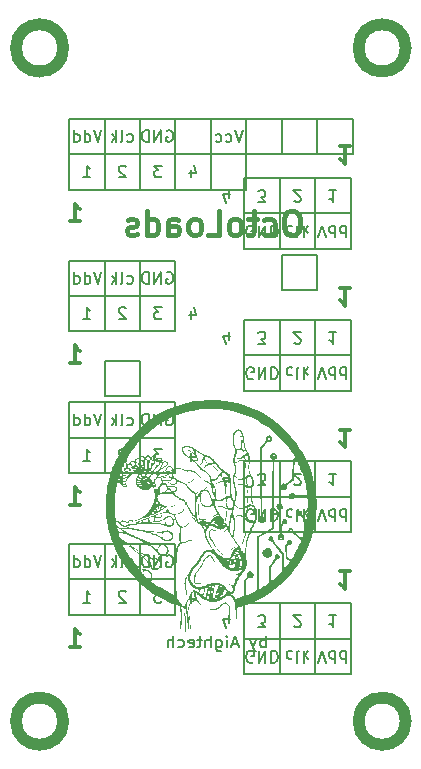
<source format=gbr>
%TF.GenerationSoftware,KiCad,Pcbnew,7.0.2-6a45011f42~172~ubuntu22.04.1*%
%TF.CreationDate,2023-05-19T09:40:27+01:00*%
%TF.ProjectId,octoHX711,6f63746f-4858-4373-9131-2e6b69636164,rev?*%
%TF.SameCoordinates,Original*%
%TF.FileFunction,Legend,Bot*%
%TF.FilePolarity,Positive*%
%FSLAX46Y46*%
G04 Gerber Fmt 4.6, Leading zero omitted, Abs format (unit mm)*
G04 Created by KiCad (PCBNEW 7.0.2-6a45011f42~172~ubuntu22.04.1) date 2023-05-19 09:40:27*
%MOMM*%
%LPD*%
G01*
G04 APERTURE LIST*
%ADD10C,0.152400*%
%ADD11C,1.000000*%
%ADD12C,0.200000*%
%ADD13C,0.400000*%
%ADD14C,0.300000*%
%ADD15R,1.700000X1.700000*%
%ADD16O,1.700000X1.700000*%
G04 APERTURE END LIST*
D10*
X129000000Y-108500000D02*
X132000000Y-108500000D01*
X132000000Y-111500000D01*
X129000000Y-111500000D01*
X129000000Y-108500000D01*
X147000000Y-84000000D02*
X150000000Y-84000000D01*
X150000000Y-87000000D01*
X147000000Y-87000000D01*
X147000000Y-84000000D01*
X143830000Y-92505000D02*
X146830000Y-92505000D01*
X146830000Y-95505000D01*
X143830000Y-95505000D01*
X143830000Y-92505000D01*
X149830000Y-104505000D02*
X152830000Y-104505000D01*
X152830000Y-107505000D01*
X149830000Y-107505000D01*
X149830000Y-104505000D01*
X132000000Y-72500000D02*
X135000000Y-72500000D01*
X135000000Y-75500000D01*
X132000000Y-75500000D01*
X132000000Y-72500000D01*
X149830000Y-92505000D02*
X152830000Y-92505000D01*
X152830000Y-95505000D01*
X149830000Y-95505000D01*
X149830000Y-92505000D01*
X135000000Y-72500000D02*
X138000000Y-72500000D01*
X138000000Y-75500000D01*
X135000000Y-75500000D01*
X135000000Y-72500000D01*
X135000000Y-75500000D02*
X138000000Y-75500000D01*
X138000000Y-78500000D01*
X135000000Y-78500000D01*
X135000000Y-75500000D01*
X135000000Y-87500000D02*
X138000000Y-87500000D01*
X138000000Y-90500000D01*
X135000000Y-90500000D01*
X135000000Y-87500000D01*
X132000000Y-99500000D02*
X135000000Y-99500000D01*
X135000000Y-102500000D01*
X132000000Y-102500000D01*
X132000000Y-99500000D01*
X135000000Y-108500000D02*
X138000000Y-108500000D01*
X138000000Y-111500000D01*
X135000000Y-111500000D01*
X135000000Y-108500000D01*
X141000000Y-72500000D02*
X144000000Y-72500000D01*
X144000000Y-75500000D01*
X141000000Y-75500000D01*
X141000000Y-72500000D01*
X143830000Y-77505000D02*
X146830000Y-77505000D01*
X146830000Y-80505000D01*
X143830000Y-80505000D01*
X143830000Y-77505000D01*
X132000000Y-93000000D02*
X135000000Y-93000000D01*
X135000000Y-96000000D01*
X132000000Y-96000000D01*
X132000000Y-93000000D01*
X146830000Y-92505000D02*
X149830000Y-92505000D01*
X149830000Y-95505000D01*
X146830000Y-95505000D01*
X146830000Y-92505000D01*
X135000000Y-99500000D02*
X138000000Y-99500000D01*
X138000000Y-102500000D01*
X135000000Y-102500000D01*
X135000000Y-99500000D01*
X132000000Y-108500000D02*
X135000000Y-108500000D01*
X135000000Y-111500000D01*
X132000000Y-111500000D01*
X132000000Y-108500000D01*
D11*
X157500000Y-66500000D02*
G75*
G03*
X157500000Y-66500000I-2000000J0D01*
G01*
D10*
X143830000Y-104505000D02*
X146830000Y-104505000D01*
X146830000Y-107505000D01*
X143830000Y-107505000D01*
X143830000Y-104505000D01*
X149830000Y-89505000D02*
X152830000Y-89505000D01*
X152830000Y-92505000D01*
X149830000Y-92505000D01*
X149830000Y-89505000D01*
X141000000Y-75500000D02*
X144000000Y-75500000D01*
X144000000Y-78500000D01*
X141000000Y-78500000D01*
X141000000Y-75500000D01*
D11*
X157500000Y-123500000D02*
G75*
G03*
X157500000Y-123500000I-2000000J0D01*
G01*
D10*
X149830000Y-113505000D02*
X152830000Y-113505000D01*
X152830000Y-116505000D01*
X149830000Y-116505000D01*
X149830000Y-113505000D01*
X129000000Y-99500000D02*
X132000000Y-99500000D01*
X132000000Y-102500000D01*
X129000000Y-102500000D01*
X129000000Y-99500000D01*
X135000000Y-111500000D02*
X138000000Y-111500000D01*
X138000000Y-114500000D01*
X135000000Y-114500000D01*
X135000000Y-111500000D01*
X150000000Y-72500000D02*
X153000000Y-72500000D01*
X153000000Y-75500000D01*
X150000000Y-75500000D01*
X150000000Y-72500000D01*
X132000000Y-96500000D02*
X135000000Y-96500000D01*
X135000000Y-99500000D01*
X132000000Y-99500000D01*
X132000000Y-96500000D01*
D11*
X128500000Y-123500000D02*
G75*
G03*
X128500000Y-123500000I-2000000J0D01*
G01*
D10*
X149830000Y-77505000D02*
X152830000Y-77505000D01*
X152830000Y-80505000D01*
X149830000Y-80505000D01*
X149830000Y-77505000D01*
X146830000Y-104505000D02*
X149830000Y-104505000D01*
X149830000Y-107505000D01*
X146830000Y-107505000D01*
X146830000Y-104505000D01*
X143830000Y-101505000D02*
X146830000Y-101505000D01*
X146830000Y-104505000D01*
X143830000Y-104505000D01*
X143830000Y-101505000D01*
X149830000Y-101505000D02*
X152830000Y-101505000D01*
X152830000Y-104505000D01*
X149830000Y-104505000D01*
X149830000Y-101505000D01*
X143830000Y-116505000D02*
X146830000Y-116505000D01*
X146830000Y-119505000D01*
X143830000Y-119505000D01*
X143830000Y-116505000D01*
X146830000Y-89505000D02*
X149830000Y-89505000D01*
X149830000Y-92505000D01*
X146830000Y-92505000D01*
X146830000Y-89505000D01*
X143830000Y-89505000D02*
X146830000Y-89505000D01*
X146830000Y-92505000D01*
X143830000Y-92505000D01*
X143830000Y-89505000D01*
X129000000Y-111500000D02*
X132000000Y-111500000D01*
X132000000Y-114500000D01*
X129000000Y-114500000D01*
X129000000Y-111500000D01*
X132000000Y-87500000D02*
X135000000Y-87500000D01*
X135000000Y-90500000D01*
X132000000Y-90500000D01*
X132000000Y-87500000D01*
X129000000Y-72500000D02*
X132000000Y-72500000D01*
X132000000Y-75500000D01*
X129000000Y-75500000D01*
X129000000Y-72500000D01*
X146830000Y-101505000D02*
X149830000Y-101505000D01*
X149830000Y-104505000D01*
X146830000Y-104505000D01*
X146830000Y-101505000D01*
X143830000Y-113505000D02*
X146830000Y-113505000D01*
X146830000Y-116505000D01*
X143830000Y-116505000D01*
X143830000Y-113505000D01*
X146830000Y-113505000D02*
X149830000Y-113505000D01*
X149830000Y-116505000D01*
X146830000Y-116505000D01*
X146830000Y-113505000D01*
X146830000Y-80505000D02*
X149830000Y-80505000D01*
X149830000Y-83505000D01*
X146830000Y-83505000D01*
X146830000Y-80505000D01*
D11*
X128500000Y-66500000D02*
G75*
G03*
X128500000Y-66500000I-2000000J0D01*
G01*
D10*
X129000000Y-75500000D02*
X132000000Y-75500000D01*
X132000000Y-78500000D01*
X129000000Y-78500000D01*
X129000000Y-75500000D01*
X146830000Y-116505000D02*
X149830000Y-116505000D01*
X149830000Y-119505000D01*
X146830000Y-119505000D01*
X146830000Y-116505000D01*
X129000000Y-84500000D02*
X132000000Y-84500000D01*
X132000000Y-87500000D01*
X129000000Y-87500000D01*
X129000000Y-84500000D01*
X129000000Y-87500000D02*
X132000000Y-87500000D01*
X132000000Y-90500000D01*
X129000000Y-90500000D01*
X129000000Y-87500000D01*
X146830000Y-77505000D02*
X149830000Y-77505000D01*
X149830000Y-80505000D01*
X146830000Y-80505000D01*
X146830000Y-77505000D01*
X135000000Y-84500000D02*
X138000000Y-84500000D01*
X138000000Y-87500000D01*
X135000000Y-87500000D01*
X135000000Y-84500000D01*
X129000000Y-96500000D02*
X132000000Y-96500000D01*
X132000000Y-99500000D01*
X129000000Y-99500000D01*
X129000000Y-96500000D01*
X132000000Y-75500000D02*
X135000000Y-75500000D01*
X135000000Y-78500000D01*
X132000000Y-78500000D01*
X132000000Y-75500000D01*
X143830000Y-80505000D02*
X146830000Y-80505000D01*
X146830000Y-83505000D01*
X143830000Y-83505000D01*
X143830000Y-80505000D01*
X132000000Y-84500000D02*
X135000000Y-84500000D01*
X135000000Y-87500000D01*
X132000000Y-87500000D01*
X132000000Y-84500000D01*
X132000000Y-111500000D02*
X135000000Y-111500000D01*
X135000000Y-114500000D01*
X132000000Y-114500000D01*
X132000000Y-111500000D01*
X147000000Y-72500000D02*
X150000000Y-72500000D01*
X150000000Y-75500000D01*
X147000000Y-75500000D01*
X147000000Y-72500000D01*
X149830000Y-80505000D02*
X152830000Y-80505000D01*
X152830000Y-83505000D01*
X149830000Y-83505000D01*
X149830000Y-80505000D01*
X149830000Y-116505000D02*
X152830000Y-116505000D01*
X152830000Y-119505000D01*
X149830000Y-119505000D01*
X149830000Y-116505000D01*
X138000000Y-75500000D02*
X141000000Y-75500000D01*
X141000000Y-78500000D01*
X138000000Y-78500000D01*
X138000000Y-75500000D01*
X135000000Y-96500000D02*
X138000000Y-96500000D01*
X138000000Y-99500000D01*
X135000000Y-99500000D01*
X135000000Y-96500000D01*
X144000000Y-72500000D02*
X147000000Y-72500000D01*
X147000000Y-75500000D01*
X144000000Y-75500000D01*
X144000000Y-72500000D01*
X138000000Y-72500000D02*
X141000000Y-72500000D01*
X141000000Y-75500000D01*
X138000000Y-75500000D01*
X138000000Y-72500000D01*
D12*
X136833332Y-100462619D02*
X136214285Y-100462619D01*
X136214285Y-100462619D02*
X136547618Y-100843571D01*
X136547618Y-100843571D02*
X136404761Y-100843571D01*
X136404761Y-100843571D02*
X136309523Y-100891190D01*
X136309523Y-100891190D02*
X136261904Y-100938809D01*
X136261904Y-100938809D02*
X136214285Y-101034047D01*
X136214285Y-101034047D02*
X136214285Y-101272142D01*
X136214285Y-101272142D02*
X136261904Y-101367380D01*
X136261904Y-101367380D02*
X136309523Y-101415000D01*
X136309523Y-101415000D02*
X136404761Y-101462619D01*
X136404761Y-101462619D02*
X136690475Y-101462619D01*
X136690475Y-101462619D02*
X136785713Y-101415000D01*
X136785713Y-101415000D02*
X136833332Y-101367380D01*
X151615714Y-102542380D02*
X151044286Y-102542380D01*
X151330000Y-102542380D02*
X151330000Y-103542380D01*
X151330000Y-103542380D02*
X151234762Y-103399523D01*
X151234762Y-103399523D02*
X151139524Y-103304285D01*
X151139524Y-103304285D02*
X151044286Y-103256666D01*
X142520476Y-79209047D02*
X142520476Y-78542380D01*
X142282381Y-79590000D02*
X142044286Y-78875714D01*
X142044286Y-78875714D02*
X142663333Y-78875714D01*
X142520476Y-91209047D02*
X142520476Y-90542380D01*
X142282381Y-91590000D02*
X142044286Y-90875714D01*
X142044286Y-90875714D02*
X142663333Y-90875714D01*
X133928571Y-98415000D02*
X134023809Y-98462619D01*
X134023809Y-98462619D02*
X134214285Y-98462619D01*
X134214285Y-98462619D02*
X134309523Y-98415000D01*
X134309523Y-98415000D02*
X134357142Y-98367380D01*
X134357142Y-98367380D02*
X134404761Y-98272142D01*
X134404761Y-98272142D02*
X134404761Y-97986428D01*
X134404761Y-97986428D02*
X134357142Y-97891190D01*
X134357142Y-97891190D02*
X134309523Y-97843571D01*
X134309523Y-97843571D02*
X134214285Y-97795952D01*
X134214285Y-97795952D02*
X134023809Y-97795952D01*
X134023809Y-97795952D02*
X133928571Y-97843571D01*
X133357142Y-98462619D02*
X133452380Y-98415000D01*
X133452380Y-98415000D02*
X133499999Y-98319761D01*
X133499999Y-98319761D02*
X133499999Y-97462619D01*
X132976189Y-98462619D02*
X132976189Y-97462619D01*
X132880951Y-98081666D02*
X132595237Y-98462619D01*
X132595237Y-97795952D02*
X132976189Y-98176904D01*
D13*
X148057143Y-80325238D02*
X147676190Y-80325238D01*
X147676190Y-80325238D02*
X147485714Y-80420476D01*
X147485714Y-80420476D02*
X147295238Y-80610952D01*
X147295238Y-80610952D02*
X147200000Y-80991904D01*
X147200000Y-80991904D02*
X147200000Y-81658571D01*
X147200000Y-81658571D02*
X147295238Y-82039523D01*
X147295238Y-82039523D02*
X147485714Y-82230000D01*
X147485714Y-82230000D02*
X147676190Y-82325238D01*
X147676190Y-82325238D02*
X148057143Y-82325238D01*
X148057143Y-82325238D02*
X148247619Y-82230000D01*
X148247619Y-82230000D02*
X148438095Y-82039523D01*
X148438095Y-82039523D02*
X148533333Y-81658571D01*
X148533333Y-81658571D02*
X148533333Y-80991904D01*
X148533333Y-80991904D02*
X148438095Y-80610952D01*
X148438095Y-80610952D02*
X148247619Y-80420476D01*
X148247619Y-80420476D02*
X148057143Y-80325238D01*
X145485714Y-82230000D02*
X145676190Y-82325238D01*
X145676190Y-82325238D02*
X146057143Y-82325238D01*
X146057143Y-82325238D02*
X146247619Y-82230000D01*
X146247619Y-82230000D02*
X146342857Y-82134761D01*
X146342857Y-82134761D02*
X146438095Y-81944285D01*
X146438095Y-81944285D02*
X146438095Y-81372857D01*
X146438095Y-81372857D02*
X146342857Y-81182380D01*
X146342857Y-81182380D02*
X146247619Y-81087142D01*
X146247619Y-81087142D02*
X146057143Y-80991904D01*
X146057143Y-80991904D02*
X145676190Y-80991904D01*
X145676190Y-80991904D02*
X145485714Y-81087142D01*
X144914285Y-80991904D02*
X144152381Y-80991904D01*
X144628571Y-80325238D02*
X144628571Y-82039523D01*
X144628571Y-82039523D02*
X144533333Y-82230000D01*
X144533333Y-82230000D02*
X144342857Y-82325238D01*
X144342857Y-82325238D02*
X144152381Y-82325238D01*
X143200000Y-82325238D02*
X143390476Y-82230000D01*
X143390476Y-82230000D02*
X143485714Y-82134761D01*
X143485714Y-82134761D02*
X143580952Y-81944285D01*
X143580952Y-81944285D02*
X143580952Y-81372857D01*
X143580952Y-81372857D02*
X143485714Y-81182380D01*
X143485714Y-81182380D02*
X143390476Y-81087142D01*
X143390476Y-81087142D02*
X143200000Y-80991904D01*
X143200000Y-80991904D02*
X142914285Y-80991904D01*
X142914285Y-80991904D02*
X142723809Y-81087142D01*
X142723809Y-81087142D02*
X142628571Y-81182380D01*
X142628571Y-81182380D02*
X142533333Y-81372857D01*
X142533333Y-81372857D02*
X142533333Y-81944285D01*
X142533333Y-81944285D02*
X142628571Y-82134761D01*
X142628571Y-82134761D02*
X142723809Y-82230000D01*
X142723809Y-82230000D02*
X142914285Y-82325238D01*
X142914285Y-82325238D02*
X143200000Y-82325238D01*
X140723809Y-82325238D02*
X141676190Y-82325238D01*
X141676190Y-82325238D02*
X141676190Y-80325238D01*
X139771428Y-82325238D02*
X139961904Y-82230000D01*
X139961904Y-82230000D02*
X140057142Y-82134761D01*
X140057142Y-82134761D02*
X140152380Y-81944285D01*
X140152380Y-81944285D02*
X140152380Y-81372857D01*
X140152380Y-81372857D02*
X140057142Y-81182380D01*
X140057142Y-81182380D02*
X139961904Y-81087142D01*
X139961904Y-81087142D02*
X139771428Y-80991904D01*
X139771428Y-80991904D02*
X139485713Y-80991904D01*
X139485713Y-80991904D02*
X139295237Y-81087142D01*
X139295237Y-81087142D02*
X139199999Y-81182380D01*
X139199999Y-81182380D02*
X139104761Y-81372857D01*
X139104761Y-81372857D02*
X139104761Y-81944285D01*
X139104761Y-81944285D02*
X139199999Y-82134761D01*
X139199999Y-82134761D02*
X139295237Y-82230000D01*
X139295237Y-82230000D02*
X139485713Y-82325238D01*
X139485713Y-82325238D02*
X139771428Y-82325238D01*
X137390475Y-82325238D02*
X137390475Y-81277619D01*
X137390475Y-81277619D02*
X137485713Y-81087142D01*
X137485713Y-81087142D02*
X137676189Y-80991904D01*
X137676189Y-80991904D02*
X138057142Y-80991904D01*
X138057142Y-80991904D02*
X138247618Y-81087142D01*
X137390475Y-82230000D02*
X137580951Y-82325238D01*
X137580951Y-82325238D02*
X138057142Y-82325238D01*
X138057142Y-82325238D02*
X138247618Y-82230000D01*
X138247618Y-82230000D02*
X138342856Y-82039523D01*
X138342856Y-82039523D02*
X138342856Y-81849047D01*
X138342856Y-81849047D02*
X138247618Y-81658571D01*
X138247618Y-81658571D02*
X138057142Y-81563333D01*
X138057142Y-81563333D02*
X137580951Y-81563333D01*
X137580951Y-81563333D02*
X137390475Y-81468095D01*
X135580951Y-82325238D02*
X135580951Y-80325238D01*
X135580951Y-82230000D02*
X135771427Y-82325238D01*
X135771427Y-82325238D02*
X136152380Y-82325238D01*
X136152380Y-82325238D02*
X136342856Y-82230000D01*
X136342856Y-82230000D02*
X136438094Y-82134761D01*
X136438094Y-82134761D02*
X136533332Y-81944285D01*
X136533332Y-81944285D02*
X136533332Y-81372857D01*
X136533332Y-81372857D02*
X136438094Y-81182380D01*
X136438094Y-81182380D02*
X136342856Y-81087142D01*
X136342856Y-81087142D02*
X136152380Y-80991904D01*
X136152380Y-80991904D02*
X135771427Y-80991904D01*
X135771427Y-80991904D02*
X135580951Y-81087142D01*
X134723808Y-82230000D02*
X134533332Y-82325238D01*
X134533332Y-82325238D02*
X134152380Y-82325238D01*
X134152380Y-82325238D02*
X133961903Y-82230000D01*
X133961903Y-82230000D02*
X133866665Y-82039523D01*
X133866665Y-82039523D02*
X133866665Y-81944285D01*
X133866665Y-81944285D02*
X133961903Y-81753809D01*
X133961903Y-81753809D02*
X134152380Y-81658571D01*
X134152380Y-81658571D02*
X134438094Y-81658571D01*
X134438094Y-81658571D02*
X134628570Y-81563333D01*
X134628570Y-81563333D02*
X134723808Y-81372857D01*
X134723808Y-81372857D02*
X134723808Y-81277619D01*
X134723808Y-81277619D02*
X134628570Y-81087142D01*
X134628570Y-81087142D02*
X134438094Y-80991904D01*
X134438094Y-80991904D02*
X134152380Y-80991904D01*
X134152380Y-80991904D02*
X133961903Y-81087142D01*
D12*
X148044286Y-91447142D02*
X148091905Y-91494761D01*
X148091905Y-91494761D02*
X148187143Y-91542380D01*
X148187143Y-91542380D02*
X148425238Y-91542380D01*
X148425238Y-91542380D02*
X148520476Y-91494761D01*
X148520476Y-91494761D02*
X148568095Y-91447142D01*
X148568095Y-91447142D02*
X148615714Y-91351904D01*
X148615714Y-91351904D02*
X148615714Y-91256666D01*
X148615714Y-91256666D02*
X148568095Y-91113809D01*
X148568095Y-91113809D02*
X147996667Y-90542380D01*
X147996667Y-90542380D02*
X148615714Y-90542380D01*
X150091905Y-106542380D02*
X150425238Y-105542380D01*
X150425238Y-105542380D02*
X150758571Y-106542380D01*
X151520476Y-105542380D02*
X151520476Y-106542380D01*
X151520476Y-105590000D02*
X151425238Y-105542380D01*
X151425238Y-105542380D02*
X151234762Y-105542380D01*
X151234762Y-105542380D02*
X151139524Y-105590000D01*
X151139524Y-105590000D02*
X151091905Y-105637619D01*
X151091905Y-105637619D02*
X151044286Y-105732857D01*
X151044286Y-105732857D02*
X151044286Y-106018571D01*
X151044286Y-106018571D02*
X151091905Y-106113809D01*
X151091905Y-106113809D02*
X151139524Y-106161428D01*
X151139524Y-106161428D02*
X151234762Y-106209047D01*
X151234762Y-106209047D02*
X151425238Y-106209047D01*
X151425238Y-106209047D02*
X151520476Y-106161428D01*
X152425238Y-105542380D02*
X152425238Y-106542380D01*
X152425238Y-105590000D02*
X152330000Y-105542380D01*
X152330000Y-105542380D02*
X152139524Y-105542380D01*
X152139524Y-105542380D02*
X152044286Y-105590000D01*
X152044286Y-105590000D02*
X151996667Y-105637619D01*
X151996667Y-105637619D02*
X151949048Y-105732857D01*
X151949048Y-105732857D02*
X151949048Y-106018571D01*
X151949048Y-106018571D02*
X151996667Y-106113809D01*
X151996667Y-106113809D02*
X152044286Y-106161428D01*
X152044286Y-106161428D02*
X152139524Y-106209047D01*
X152139524Y-106209047D02*
X152330000Y-106209047D01*
X152330000Y-106209047D02*
X152425238Y-106161428D01*
X137261904Y-73510238D02*
X137357142Y-73462619D01*
X137357142Y-73462619D02*
X137499999Y-73462619D01*
X137499999Y-73462619D02*
X137642856Y-73510238D01*
X137642856Y-73510238D02*
X137738094Y-73605476D01*
X137738094Y-73605476D02*
X137785713Y-73700714D01*
X137785713Y-73700714D02*
X137833332Y-73891190D01*
X137833332Y-73891190D02*
X137833332Y-74034047D01*
X137833332Y-74034047D02*
X137785713Y-74224523D01*
X137785713Y-74224523D02*
X137738094Y-74319761D01*
X137738094Y-74319761D02*
X137642856Y-74415000D01*
X137642856Y-74415000D02*
X137499999Y-74462619D01*
X137499999Y-74462619D02*
X137404761Y-74462619D01*
X137404761Y-74462619D02*
X137261904Y-74415000D01*
X137261904Y-74415000D02*
X137214285Y-74367380D01*
X137214285Y-74367380D02*
X137214285Y-74034047D01*
X137214285Y-74034047D02*
X137404761Y-74034047D01*
X136785713Y-74462619D02*
X136785713Y-73462619D01*
X136785713Y-73462619D02*
X136214285Y-74462619D01*
X136214285Y-74462619D02*
X136214285Y-73462619D01*
X135738094Y-74462619D02*
X135738094Y-73462619D01*
X135738094Y-73462619D02*
X135499999Y-73462619D01*
X135499999Y-73462619D02*
X135357142Y-73510238D01*
X135357142Y-73510238D02*
X135261904Y-73605476D01*
X135261904Y-73605476D02*
X135214285Y-73700714D01*
X135214285Y-73700714D02*
X135166666Y-73891190D01*
X135166666Y-73891190D02*
X135166666Y-74034047D01*
X135166666Y-74034047D02*
X135214285Y-74224523D01*
X135214285Y-74224523D02*
X135261904Y-74319761D01*
X135261904Y-74319761D02*
X135357142Y-74415000D01*
X135357142Y-74415000D02*
X135499999Y-74462619D01*
X135499999Y-74462619D02*
X135738094Y-74462619D01*
D14*
X152758572Y-98811071D02*
X151901429Y-98811071D01*
X152330000Y-98811071D02*
X152330000Y-100311071D01*
X152330000Y-100311071D02*
X152187143Y-100096785D01*
X152187143Y-100096785D02*
X152044286Y-99953928D01*
X152044286Y-99953928D02*
X151901429Y-99882500D01*
D12*
X150091905Y-94542380D02*
X150425238Y-93542380D01*
X150425238Y-93542380D02*
X150758571Y-94542380D01*
X151520476Y-93542380D02*
X151520476Y-94542380D01*
X151520476Y-93590000D02*
X151425238Y-93542380D01*
X151425238Y-93542380D02*
X151234762Y-93542380D01*
X151234762Y-93542380D02*
X151139524Y-93590000D01*
X151139524Y-93590000D02*
X151091905Y-93637619D01*
X151091905Y-93637619D02*
X151044286Y-93732857D01*
X151044286Y-93732857D02*
X151044286Y-94018571D01*
X151044286Y-94018571D02*
X151091905Y-94113809D01*
X151091905Y-94113809D02*
X151139524Y-94161428D01*
X151139524Y-94161428D02*
X151234762Y-94209047D01*
X151234762Y-94209047D02*
X151425238Y-94209047D01*
X151425238Y-94209047D02*
X151520476Y-94161428D01*
X152425238Y-93542380D02*
X152425238Y-94542380D01*
X152425238Y-93590000D02*
X152330000Y-93542380D01*
X152330000Y-93542380D02*
X152139524Y-93542380D01*
X152139524Y-93542380D02*
X152044286Y-93590000D01*
X152044286Y-93590000D02*
X151996667Y-93637619D01*
X151996667Y-93637619D02*
X151949048Y-93732857D01*
X151949048Y-93732857D02*
X151949048Y-94018571D01*
X151949048Y-94018571D02*
X151996667Y-94113809D01*
X151996667Y-94113809D02*
X152044286Y-94161428D01*
X152044286Y-94161428D02*
X152139524Y-94209047D01*
X152139524Y-94209047D02*
X152330000Y-94209047D01*
X152330000Y-94209047D02*
X152425238Y-94161428D01*
X147901428Y-93590000D02*
X147806190Y-93542380D01*
X147806190Y-93542380D02*
X147615714Y-93542380D01*
X147615714Y-93542380D02*
X147520476Y-93590000D01*
X147520476Y-93590000D02*
X147472857Y-93637619D01*
X147472857Y-93637619D02*
X147425238Y-93732857D01*
X147425238Y-93732857D02*
X147425238Y-94018571D01*
X147425238Y-94018571D02*
X147472857Y-94113809D01*
X147472857Y-94113809D02*
X147520476Y-94161428D01*
X147520476Y-94161428D02*
X147615714Y-94209047D01*
X147615714Y-94209047D02*
X147806190Y-94209047D01*
X147806190Y-94209047D02*
X147901428Y-94161428D01*
X148472857Y-93542380D02*
X148377619Y-93590000D01*
X148377619Y-93590000D02*
X148330000Y-93685238D01*
X148330000Y-93685238D02*
X148330000Y-94542380D01*
X148853810Y-93542380D02*
X148853810Y-94542380D01*
X148949048Y-93923333D02*
X149234762Y-93542380D01*
X149234762Y-94209047D02*
X148853810Y-93828095D01*
X130214285Y-77462619D02*
X130785713Y-77462619D01*
X130499999Y-77462619D02*
X130499999Y-76462619D01*
X130499999Y-76462619D02*
X130595237Y-76605476D01*
X130595237Y-76605476D02*
X130690475Y-76700714D01*
X130690475Y-76700714D02*
X130785713Y-76748333D01*
X139309523Y-112795952D02*
X139309523Y-113462619D01*
X139547618Y-112415000D02*
X139785713Y-113129285D01*
X139785713Y-113129285D02*
X139166666Y-113129285D01*
X143690475Y-73462619D02*
X143357142Y-74462619D01*
X143357142Y-74462619D02*
X143023809Y-73462619D01*
X142261904Y-74415000D02*
X142357142Y-74462619D01*
X142357142Y-74462619D02*
X142547618Y-74462619D01*
X142547618Y-74462619D02*
X142642856Y-74415000D01*
X142642856Y-74415000D02*
X142690475Y-74367380D01*
X142690475Y-74367380D02*
X142738094Y-74272142D01*
X142738094Y-74272142D02*
X142738094Y-73986428D01*
X142738094Y-73986428D02*
X142690475Y-73891190D01*
X142690475Y-73891190D02*
X142642856Y-73843571D01*
X142642856Y-73843571D02*
X142547618Y-73795952D01*
X142547618Y-73795952D02*
X142357142Y-73795952D01*
X142357142Y-73795952D02*
X142261904Y-73843571D01*
X141404761Y-74415000D02*
X141499999Y-74462619D01*
X141499999Y-74462619D02*
X141690475Y-74462619D01*
X141690475Y-74462619D02*
X141785713Y-74415000D01*
X141785713Y-74415000D02*
X141833332Y-74367380D01*
X141833332Y-74367380D02*
X141880951Y-74272142D01*
X141880951Y-74272142D02*
X141880951Y-73986428D01*
X141880951Y-73986428D02*
X141833332Y-73891190D01*
X141833332Y-73891190D02*
X141785713Y-73843571D01*
X141785713Y-73843571D02*
X141690475Y-73795952D01*
X141690475Y-73795952D02*
X141499999Y-73795952D01*
X141499999Y-73795952D02*
X141404761Y-73843571D01*
X130214285Y-113462619D02*
X130785713Y-113462619D01*
X130499999Y-113462619D02*
X130499999Y-112462619D01*
X130499999Y-112462619D02*
X130595237Y-112605476D01*
X130595237Y-112605476D02*
X130690475Y-112700714D01*
X130690475Y-112700714D02*
X130785713Y-112748333D01*
X144568095Y-106494761D02*
X144472857Y-106542380D01*
X144472857Y-106542380D02*
X144330000Y-106542380D01*
X144330000Y-106542380D02*
X144187143Y-106494761D01*
X144187143Y-106494761D02*
X144091905Y-106399523D01*
X144091905Y-106399523D02*
X144044286Y-106304285D01*
X144044286Y-106304285D02*
X143996667Y-106113809D01*
X143996667Y-106113809D02*
X143996667Y-105970952D01*
X143996667Y-105970952D02*
X144044286Y-105780476D01*
X144044286Y-105780476D02*
X144091905Y-105685238D01*
X144091905Y-105685238D02*
X144187143Y-105590000D01*
X144187143Y-105590000D02*
X144330000Y-105542380D01*
X144330000Y-105542380D02*
X144425238Y-105542380D01*
X144425238Y-105542380D02*
X144568095Y-105590000D01*
X144568095Y-105590000D02*
X144615714Y-105637619D01*
X144615714Y-105637619D02*
X144615714Y-105970952D01*
X144615714Y-105970952D02*
X144425238Y-105970952D01*
X145044286Y-105542380D02*
X145044286Y-106542380D01*
X145044286Y-106542380D02*
X145615714Y-105542380D01*
X145615714Y-105542380D02*
X145615714Y-106542380D01*
X146091905Y-105542380D02*
X146091905Y-106542380D01*
X146091905Y-106542380D02*
X146330000Y-106542380D01*
X146330000Y-106542380D02*
X146472857Y-106494761D01*
X146472857Y-106494761D02*
X146568095Y-106399523D01*
X146568095Y-106399523D02*
X146615714Y-106304285D01*
X146615714Y-106304285D02*
X146663333Y-106113809D01*
X146663333Y-106113809D02*
X146663333Y-105970952D01*
X146663333Y-105970952D02*
X146615714Y-105780476D01*
X146615714Y-105780476D02*
X146568095Y-105685238D01*
X146568095Y-105685238D02*
X146472857Y-105590000D01*
X146472857Y-105590000D02*
X146330000Y-105542380D01*
X146330000Y-105542380D02*
X146091905Y-105542380D01*
X131738094Y-97462619D02*
X131404761Y-98462619D01*
X131404761Y-98462619D02*
X131071428Y-97462619D01*
X130309523Y-98462619D02*
X130309523Y-97462619D01*
X130309523Y-98415000D02*
X130404761Y-98462619D01*
X130404761Y-98462619D02*
X130595237Y-98462619D01*
X130595237Y-98462619D02*
X130690475Y-98415000D01*
X130690475Y-98415000D02*
X130738094Y-98367380D01*
X130738094Y-98367380D02*
X130785713Y-98272142D01*
X130785713Y-98272142D02*
X130785713Y-97986428D01*
X130785713Y-97986428D02*
X130738094Y-97891190D01*
X130738094Y-97891190D02*
X130690475Y-97843571D01*
X130690475Y-97843571D02*
X130595237Y-97795952D01*
X130595237Y-97795952D02*
X130404761Y-97795952D01*
X130404761Y-97795952D02*
X130309523Y-97843571D01*
X129404761Y-98462619D02*
X129404761Y-97462619D01*
X129404761Y-98415000D02*
X129499999Y-98462619D01*
X129499999Y-98462619D02*
X129690475Y-98462619D01*
X129690475Y-98462619D02*
X129785713Y-98415000D01*
X129785713Y-98415000D02*
X129833332Y-98367380D01*
X129833332Y-98367380D02*
X129880951Y-98272142D01*
X129880951Y-98272142D02*
X129880951Y-97986428D01*
X129880951Y-97986428D02*
X129833332Y-97891190D01*
X129833332Y-97891190D02*
X129785713Y-97843571D01*
X129785713Y-97843571D02*
X129690475Y-97795952D01*
X129690475Y-97795952D02*
X129499999Y-97795952D01*
X129499999Y-97795952D02*
X129404761Y-97843571D01*
X147901428Y-117590000D02*
X147806190Y-117542380D01*
X147806190Y-117542380D02*
X147615714Y-117542380D01*
X147615714Y-117542380D02*
X147520476Y-117590000D01*
X147520476Y-117590000D02*
X147472857Y-117637619D01*
X147472857Y-117637619D02*
X147425238Y-117732857D01*
X147425238Y-117732857D02*
X147425238Y-118018571D01*
X147425238Y-118018571D02*
X147472857Y-118113809D01*
X147472857Y-118113809D02*
X147520476Y-118161428D01*
X147520476Y-118161428D02*
X147615714Y-118209047D01*
X147615714Y-118209047D02*
X147806190Y-118209047D01*
X147806190Y-118209047D02*
X147901428Y-118161428D01*
X148472857Y-117542380D02*
X148377619Y-117590000D01*
X148377619Y-117590000D02*
X148330000Y-117685238D01*
X148330000Y-117685238D02*
X148330000Y-118542380D01*
X148853810Y-117542380D02*
X148853810Y-118542380D01*
X148949048Y-117923333D02*
X149234762Y-117542380D01*
X149234762Y-118209047D02*
X148853810Y-117828095D01*
X137261904Y-109510238D02*
X137357142Y-109462619D01*
X137357142Y-109462619D02*
X137499999Y-109462619D01*
X137499999Y-109462619D02*
X137642856Y-109510238D01*
X137642856Y-109510238D02*
X137738094Y-109605476D01*
X137738094Y-109605476D02*
X137785713Y-109700714D01*
X137785713Y-109700714D02*
X137833332Y-109891190D01*
X137833332Y-109891190D02*
X137833332Y-110034047D01*
X137833332Y-110034047D02*
X137785713Y-110224523D01*
X137785713Y-110224523D02*
X137738094Y-110319761D01*
X137738094Y-110319761D02*
X137642856Y-110415000D01*
X137642856Y-110415000D02*
X137499999Y-110462619D01*
X137499999Y-110462619D02*
X137404761Y-110462619D01*
X137404761Y-110462619D02*
X137261904Y-110415000D01*
X137261904Y-110415000D02*
X137214285Y-110367380D01*
X137214285Y-110367380D02*
X137214285Y-110034047D01*
X137214285Y-110034047D02*
X137404761Y-110034047D01*
X136785713Y-110462619D02*
X136785713Y-109462619D01*
X136785713Y-109462619D02*
X136214285Y-110462619D01*
X136214285Y-110462619D02*
X136214285Y-109462619D01*
X135738094Y-110462619D02*
X135738094Y-109462619D01*
X135738094Y-109462619D02*
X135499999Y-109462619D01*
X135499999Y-109462619D02*
X135357142Y-109510238D01*
X135357142Y-109510238D02*
X135261904Y-109605476D01*
X135261904Y-109605476D02*
X135214285Y-109700714D01*
X135214285Y-109700714D02*
X135166666Y-109891190D01*
X135166666Y-109891190D02*
X135166666Y-110034047D01*
X135166666Y-110034047D02*
X135214285Y-110224523D01*
X135214285Y-110224523D02*
X135261904Y-110319761D01*
X135261904Y-110319761D02*
X135357142Y-110415000D01*
X135357142Y-110415000D02*
X135499999Y-110462619D01*
X135499999Y-110462619D02*
X135738094Y-110462619D01*
X136833332Y-112462619D02*
X136214285Y-112462619D01*
X136214285Y-112462619D02*
X136547618Y-112843571D01*
X136547618Y-112843571D02*
X136404761Y-112843571D01*
X136404761Y-112843571D02*
X136309523Y-112891190D01*
X136309523Y-112891190D02*
X136261904Y-112938809D01*
X136261904Y-112938809D02*
X136214285Y-113034047D01*
X136214285Y-113034047D02*
X136214285Y-113272142D01*
X136214285Y-113272142D02*
X136261904Y-113367380D01*
X136261904Y-113367380D02*
X136309523Y-113415000D01*
X136309523Y-113415000D02*
X136404761Y-113462619D01*
X136404761Y-113462619D02*
X136690475Y-113462619D01*
X136690475Y-113462619D02*
X136785713Y-113415000D01*
X136785713Y-113415000D02*
X136833332Y-113367380D01*
X133928571Y-86415000D02*
X134023809Y-86462619D01*
X134023809Y-86462619D02*
X134214285Y-86462619D01*
X134214285Y-86462619D02*
X134309523Y-86415000D01*
X134309523Y-86415000D02*
X134357142Y-86367380D01*
X134357142Y-86367380D02*
X134404761Y-86272142D01*
X134404761Y-86272142D02*
X134404761Y-85986428D01*
X134404761Y-85986428D02*
X134357142Y-85891190D01*
X134357142Y-85891190D02*
X134309523Y-85843571D01*
X134309523Y-85843571D02*
X134214285Y-85795952D01*
X134214285Y-85795952D02*
X134023809Y-85795952D01*
X134023809Y-85795952D02*
X133928571Y-85843571D01*
X133357142Y-86462619D02*
X133452380Y-86415000D01*
X133452380Y-86415000D02*
X133499999Y-86319761D01*
X133499999Y-86319761D02*
X133499999Y-85462619D01*
X132976189Y-86462619D02*
X132976189Y-85462619D01*
X132880951Y-86081666D02*
X132595237Y-86462619D01*
X132595237Y-85795952D02*
X132976189Y-86176904D01*
X133785713Y-100557857D02*
X133738094Y-100510238D01*
X133738094Y-100510238D02*
X133642856Y-100462619D01*
X133642856Y-100462619D02*
X133404761Y-100462619D01*
X133404761Y-100462619D02*
X133309523Y-100510238D01*
X133309523Y-100510238D02*
X133261904Y-100557857D01*
X133261904Y-100557857D02*
X133214285Y-100653095D01*
X133214285Y-100653095D02*
X133214285Y-100748333D01*
X133214285Y-100748333D02*
X133261904Y-100891190D01*
X133261904Y-100891190D02*
X133833332Y-101462619D01*
X133833332Y-101462619D02*
X133214285Y-101462619D01*
X131738094Y-73462619D02*
X131404761Y-74462619D01*
X131404761Y-74462619D02*
X131071428Y-73462619D01*
X130309523Y-74462619D02*
X130309523Y-73462619D01*
X130309523Y-74415000D02*
X130404761Y-74462619D01*
X130404761Y-74462619D02*
X130595237Y-74462619D01*
X130595237Y-74462619D02*
X130690475Y-74415000D01*
X130690475Y-74415000D02*
X130738094Y-74367380D01*
X130738094Y-74367380D02*
X130785713Y-74272142D01*
X130785713Y-74272142D02*
X130785713Y-73986428D01*
X130785713Y-73986428D02*
X130738094Y-73891190D01*
X130738094Y-73891190D02*
X130690475Y-73843571D01*
X130690475Y-73843571D02*
X130595237Y-73795952D01*
X130595237Y-73795952D02*
X130404761Y-73795952D01*
X130404761Y-73795952D02*
X130309523Y-73843571D01*
X129404761Y-74462619D02*
X129404761Y-73462619D01*
X129404761Y-74415000D02*
X129499999Y-74462619D01*
X129499999Y-74462619D02*
X129690475Y-74462619D01*
X129690475Y-74462619D02*
X129785713Y-74415000D01*
X129785713Y-74415000D02*
X129833332Y-74367380D01*
X129833332Y-74367380D02*
X129880951Y-74272142D01*
X129880951Y-74272142D02*
X129880951Y-73986428D01*
X129880951Y-73986428D02*
X129833332Y-73891190D01*
X129833332Y-73891190D02*
X129785713Y-73843571D01*
X129785713Y-73843571D02*
X129690475Y-73795952D01*
X129690475Y-73795952D02*
X129499999Y-73795952D01*
X129499999Y-73795952D02*
X129404761Y-73843571D01*
D14*
X129071427Y-105193928D02*
X129928570Y-105193928D01*
X129499999Y-105193928D02*
X129499999Y-103693928D01*
X129499999Y-103693928D02*
X129642856Y-103908214D01*
X129642856Y-103908214D02*
X129785713Y-104051071D01*
X129785713Y-104051071D02*
X129928570Y-104122500D01*
D12*
X133785713Y-112557857D02*
X133738094Y-112510238D01*
X133738094Y-112510238D02*
X133642856Y-112462619D01*
X133642856Y-112462619D02*
X133404761Y-112462619D01*
X133404761Y-112462619D02*
X133309523Y-112510238D01*
X133309523Y-112510238D02*
X133261904Y-112557857D01*
X133261904Y-112557857D02*
X133214285Y-112653095D01*
X133214285Y-112653095D02*
X133214285Y-112748333D01*
X133214285Y-112748333D02*
X133261904Y-112891190D01*
X133261904Y-112891190D02*
X133833332Y-113462619D01*
X133833332Y-113462619D02*
X133214285Y-113462619D01*
X148044286Y-115447142D02*
X148091905Y-115494761D01*
X148091905Y-115494761D02*
X148187143Y-115542380D01*
X148187143Y-115542380D02*
X148425238Y-115542380D01*
X148425238Y-115542380D02*
X148520476Y-115494761D01*
X148520476Y-115494761D02*
X148568095Y-115447142D01*
X148568095Y-115447142D02*
X148615714Y-115351904D01*
X148615714Y-115351904D02*
X148615714Y-115256666D01*
X148615714Y-115256666D02*
X148568095Y-115113809D01*
X148568095Y-115113809D02*
X147996667Y-114542380D01*
X147996667Y-114542380D02*
X148615714Y-114542380D01*
X131738094Y-85462619D02*
X131404761Y-86462619D01*
X131404761Y-86462619D02*
X131071428Y-85462619D01*
X130309523Y-86462619D02*
X130309523Y-85462619D01*
X130309523Y-86415000D02*
X130404761Y-86462619D01*
X130404761Y-86462619D02*
X130595237Y-86462619D01*
X130595237Y-86462619D02*
X130690475Y-86415000D01*
X130690475Y-86415000D02*
X130738094Y-86367380D01*
X130738094Y-86367380D02*
X130785713Y-86272142D01*
X130785713Y-86272142D02*
X130785713Y-85986428D01*
X130785713Y-85986428D02*
X130738094Y-85891190D01*
X130738094Y-85891190D02*
X130690475Y-85843571D01*
X130690475Y-85843571D02*
X130595237Y-85795952D01*
X130595237Y-85795952D02*
X130404761Y-85795952D01*
X130404761Y-85795952D02*
X130309523Y-85843571D01*
X129404761Y-86462619D02*
X129404761Y-85462619D01*
X129404761Y-86415000D02*
X129499999Y-86462619D01*
X129499999Y-86462619D02*
X129690475Y-86462619D01*
X129690475Y-86462619D02*
X129785713Y-86415000D01*
X129785713Y-86415000D02*
X129833332Y-86367380D01*
X129833332Y-86367380D02*
X129880951Y-86272142D01*
X129880951Y-86272142D02*
X129880951Y-85986428D01*
X129880951Y-85986428D02*
X129833332Y-85891190D01*
X129833332Y-85891190D02*
X129785713Y-85843571D01*
X129785713Y-85843571D02*
X129690475Y-85795952D01*
X129690475Y-85795952D02*
X129499999Y-85795952D01*
X129499999Y-85795952D02*
X129404761Y-85843571D01*
X137261904Y-97510238D02*
X137357142Y-97462619D01*
X137357142Y-97462619D02*
X137499999Y-97462619D01*
X137499999Y-97462619D02*
X137642856Y-97510238D01*
X137642856Y-97510238D02*
X137738094Y-97605476D01*
X137738094Y-97605476D02*
X137785713Y-97700714D01*
X137785713Y-97700714D02*
X137833332Y-97891190D01*
X137833332Y-97891190D02*
X137833332Y-98034047D01*
X137833332Y-98034047D02*
X137785713Y-98224523D01*
X137785713Y-98224523D02*
X137738094Y-98319761D01*
X137738094Y-98319761D02*
X137642856Y-98415000D01*
X137642856Y-98415000D02*
X137499999Y-98462619D01*
X137499999Y-98462619D02*
X137404761Y-98462619D01*
X137404761Y-98462619D02*
X137261904Y-98415000D01*
X137261904Y-98415000D02*
X137214285Y-98367380D01*
X137214285Y-98367380D02*
X137214285Y-98034047D01*
X137214285Y-98034047D02*
X137404761Y-98034047D01*
X136785713Y-98462619D02*
X136785713Y-97462619D01*
X136785713Y-97462619D02*
X136214285Y-98462619D01*
X136214285Y-98462619D02*
X136214285Y-97462619D01*
X135738094Y-98462619D02*
X135738094Y-97462619D01*
X135738094Y-97462619D02*
X135499999Y-97462619D01*
X135499999Y-97462619D02*
X135357142Y-97510238D01*
X135357142Y-97510238D02*
X135261904Y-97605476D01*
X135261904Y-97605476D02*
X135214285Y-97700714D01*
X135214285Y-97700714D02*
X135166666Y-97891190D01*
X135166666Y-97891190D02*
X135166666Y-98034047D01*
X135166666Y-98034047D02*
X135214285Y-98224523D01*
X135214285Y-98224523D02*
X135261904Y-98319761D01*
X135261904Y-98319761D02*
X135357142Y-98415000D01*
X135357142Y-98415000D02*
X135499999Y-98462619D01*
X135499999Y-98462619D02*
X135738094Y-98462619D01*
D14*
X152758572Y-86811071D02*
X151901429Y-86811071D01*
X152330000Y-86811071D02*
X152330000Y-88311071D01*
X152330000Y-88311071D02*
X152187143Y-88096785D01*
X152187143Y-88096785D02*
X152044286Y-87953928D01*
X152044286Y-87953928D02*
X151901429Y-87882500D01*
D12*
X137261904Y-85510238D02*
X137357142Y-85462619D01*
X137357142Y-85462619D02*
X137499999Y-85462619D01*
X137499999Y-85462619D02*
X137642856Y-85510238D01*
X137642856Y-85510238D02*
X137738094Y-85605476D01*
X137738094Y-85605476D02*
X137785713Y-85700714D01*
X137785713Y-85700714D02*
X137833332Y-85891190D01*
X137833332Y-85891190D02*
X137833332Y-86034047D01*
X137833332Y-86034047D02*
X137785713Y-86224523D01*
X137785713Y-86224523D02*
X137738094Y-86319761D01*
X137738094Y-86319761D02*
X137642856Y-86415000D01*
X137642856Y-86415000D02*
X137499999Y-86462619D01*
X137499999Y-86462619D02*
X137404761Y-86462619D01*
X137404761Y-86462619D02*
X137261904Y-86415000D01*
X137261904Y-86415000D02*
X137214285Y-86367380D01*
X137214285Y-86367380D02*
X137214285Y-86034047D01*
X137214285Y-86034047D02*
X137404761Y-86034047D01*
X136785713Y-86462619D02*
X136785713Y-85462619D01*
X136785713Y-85462619D02*
X136214285Y-86462619D01*
X136214285Y-86462619D02*
X136214285Y-85462619D01*
X135738094Y-86462619D02*
X135738094Y-85462619D01*
X135738094Y-85462619D02*
X135499999Y-85462619D01*
X135499999Y-85462619D02*
X135357142Y-85510238D01*
X135357142Y-85510238D02*
X135261904Y-85605476D01*
X135261904Y-85605476D02*
X135214285Y-85700714D01*
X135214285Y-85700714D02*
X135166666Y-85891190D01*
X135166666Y-85891190D02*
X135166666Y-86034047D01*
X135166666Y-86034047D02*
X135214285Y-86224523D01*
X135214285Y-86224523D02*
X135261904Y-86319761D01*
X135261904Y-86319761D02*
X135357142Y-86415000D01*
X135357142Y-86415000D02*
X135499999Y-86462619D01*
X135499999Y-86462619D02*
X135738094Y-86462619D01*
X147901428Y-81590000D02*
X147806190Y-81542380D01*
X147806190Y-81542380D02*
X147615714Y-81542380D01*
X147615714Y-81542380D02*
X147520476Y-81590000D01*
X147520476Y-81590000D02*
X147472857Y-81637619D01*
X147472857Y-81637619D02*
X147425238Y-81732857D01*
X147425238Y-81732857D02*
X147425238Y-82018571D01*
X147425238Y-82018571D02*
X147472857Y-82113809D01*
X147472857Y-82113809D02*
X147520476Y-82161428D01*
X147520476Y-82161428D02*
X147615714Y-82209047D01*
X147615714Y-82209047D02*
X147806190Y-82209047D01*
X147806190Y-82209047D02*
X147901428Y-82161428D01*
X148472857Y-81542380D02*
X148377619Y-81590000D01*
X148377619Y-81590000D02*
X148330000Y-81685238D01*
X148330000Y-81685238D02*
X148330000Y-82542380D01*
X148853810Y-81542380D02*
X148853810Y-82542380D01*
X148949048Y-81923333D02*
X149234762Y-81542380D01*
X149234762Y-82209047D02*
X148853810Y-81828095D01*
X150091905Y-118542380D02*
X150425238Y-117542380D01*
X150425238Y-117542380D02*
X150758571Y-118542380D01*
X151520476Y-117542380D02*
X151520476Y-118542380D01*
X151520476Y-117590000D02*
X151425238Y-117542380D01*
X151425238Y-117542380D02*
X151234762Y-117542380D01*
X151234762Y-117542380D02*
X151139524Y-117590000D01*
X151139524Y-117590000D02*
X151091905Y-117637619D01*
X151091905Y-117637619D02*
X151044286Y-117732857D01*
X151044286Y-117732857D02*
X151044286Y-118018571D01*
X151044286Y-118018571D02*
X151091905Y-118113809D01*
X151091905Y-118113809D02*
X151139524Y-118161428D01*
X151139524Y-118161428D02*
X151234762Y-118209047D01*
X151234762Y-118209047D02*
X151425238Y-118209047D01*
X151425238Y-118209047D02*
X151520476Y-118161428D01*
X152425238Y-117542380D02*
X152425238Y-118542380D01*
X152425238Y-117590000D02*
X152330000Y-117542380D01*
X152330000Y-117542380D02*
X152139524Y-117542380D01*
X152139524Y-117542380D02*
X152044286Y-117590000D01*
X152044286Y-117590000D02*
X151996667Y-117637619D01*
X151996667Y-117637619D02*
X151949048Y-117732857D01*
X151949048Y-117732857D02*
X151949048Y-118018571D01*
X151949048Y-118018571D02*
X151996667Y-118113809D01*
X151996667Y-118113809D02*
X152044286Y-118161428D01*
X152044286Y-118161428D02*
X152139524Y-118209047D01*
X152139524Y-118209047D02*
X152330000Y-118209047D01*
X152330000Y-118209047D02*
X152425238Y-118161428D01*
X151615714Y-90542380D02*
X151044286Y-90542380D01*
X151330000Y-90542380D02*
X151330000Y-91542380D01*
X151330000Y-91542380D02*
X151234762Y-91399523D01*
X151234762Y-91399523D02*
X151139524Y-91304285D01*
X151139524Y-91304285D02*
X151044286Y-91256666D01*
X139309523Y-100795952D02*
X139309523Y-101462619D01*
X139547618Y-100415000D02*
X139785713Y-101129285D01*
X139785713Y-101129285D02*
X139166666Y-101129285D01*
X133928571Y-110415000D02*
X134023809Y-110462619D01*
X134023809Y-110462619D02*
X134214285Y-110462619D01*
X134214285Y-110462619D02*
X134309523Y-110415000D01*
X134309523Y-110415000D02*
X134357142Y-110367380D01*
X134357142Y-110367380D02*
X134404761Y-110272142D01*
X134404761Y-110272142D02*
X134404761Y-109986428D01*
X134404761Y-109986428D02*
X134357142Y-109891190D01*
X134357142Y-109891190D02*
X134309523Y-109843571D01*
X134309523Y-109843571D02*
X134214285Y-109795952D01*
X134214285Y-109795952D02*
X134023809Y-109795952D01*
X134023809Y-109795952D02*
X133928571Y-109843571D01*
X133357142Y-110462619D02*
X133452380Y-110415000D01*
X133452380Y-110415000D02*
X133499999Y-110319761D01*
X133499999Y-110319761D02*
X133499999Y-109462619D01*
X132976189Y-110462619D02*
X132976189Y-109462619D01*
X132880951Y-110081666D02*
X132595237Y-110462619D01*
X132595237Y-109795952D02*
X132976189Y-110176904D01*
X144996667Y-79542380D02*
X145615714Y-79542380D01*
X145615714Y-79542380D02*
X145282381Y-79161428D01*
X145282381Y-79161428D02*
X145425238Y-79161428D01*
X145425238Y-79161428D02*
X145520476Y-79113809D01*
X145520476Y-79113809D02*
X145568095Y-79066190D01*
X145568095Y-79066190D02*
X145615714Y-78970952D01*
X145615714Y-78970952D02*
X145615714Y-78732857D01*
X145615714Y-78732857D02*
X145568095Y-78637619D01*
X145568095Y-78637619D02*
X145520476Y-78590000D01*
X145520476Y-78590000D02*
X145425238Y-78542380D01*
X145425238Y-78542380D02*
X145139524Y-78542380D01*
X145139524Y-78542380D02*
X145044286Y-78590000D01*
X145044286Y-78590000D02*
X144996667Y-78637619D01*
D14*
X152758572Y-74811071D02*
X151901429Y-74811071D01*
X152330000Y-74811071D02*
X152330000Y-76311071D01*
X152330000Y-76311071D02*
X152187143Y-76096785D01*
X152187143Y-76096785D02*
X152044286Y-75953928D01*
X152044286Y-75953928D02*
X151901429Y-75882500D01*
D12*
X144996667Y-115542380D02*
X145615714Y-115542380D01*
X145615714Y-115542380D02*
X145282381Y-115161428D01*
X145282381Y-115161428D02*
X145425238Y-115161428D01*
X145425238Y-115161428D02*
X145520476Y-115113809D01*
X145520476Y-115113809D02*
X145568095Y-115066190D01*
X145568095Y-115066190D02*
X145615714Y-114970952D01*
X145615714Y-114970952D02*
X145615714Y-114732857D01*
X145615714Y-114732857D02*
X145568095Y-114637619D01*
X145568095Y-114637619D02*
X145520476Y-114590000D01*
X145520476Y-114590000D02*
X145425238Y-114542380D01*
X145425238Y-114542380D02*
X145139524Y-114542380D01*
X145139524Y-114542380D02*
X145044286Y-114590000D01*
X145044286Y-114590000D02*
X144996667Y-114637619D01*
X133928571Y-74415000D02*
X134023809Y-74462619D01*
X134023809Y-74462619D02*
X134214285Y-74462619D01*
X134214285Y-74462619D02*
X134309523Y-74415000D01*
X134309523Y-74415000D02*
X134357142Y-74367380D01*
X134357142Y-74367380D02*
X134404761Y-74272142D01*
X134404761Y-74272142D02*
X134404761Y-73986428D01*
X134404761Y-73986428D02*
X134357142Y-73891190D01*
X134357142Y-73891190D02*
X134309523Y-73843571D01*
X134309523Y-73843571D02*
X134214285Y-73795952D01*
X134214285Y-73795952D02*
X134023809Y-73795952D01*
X134023809Y-73795952D02*
X133928571Y-73843571D01*
X133357142Y-74462619D02*
X133452380Y-74415000D01*
X133452380Y-74415000D02*
X133499999Y-74319761D01*
X133499999Y-74319761D02*
X133499999Y-73462619D01*
X132976189Y-74462619D02*
X132976189Y-73462619D01*
X132880951Y-74081666D02*
X132595237Y-74462619D01*
X132595237Y-73795952D02*
X132976189Y-74176904D01*
X130214285Y-101462619D02*
X130785713Y-101462619D01*
X130499999Y-101462619D02*
X130499999Y-100462619D01*
X130499999Y-100462619D02*
X130595237Y-100605476D01*
X130595237Y-100605476D02*
X130690475Y-100700714D01*
X130690475Y-100700714D02*
X130785713Y-100748333D01*
X147901428Y-105590000D02*
X147806190Y-105542380D01*
X147806190Y-105542380D02*
X147615714Y-105542380D01*
X147615714Y-105542380D02*
X147520476Y-105590000D01*
X147520476Y-105590000D02*
X147472857Y-105637619D01*
X147472857Y-105637619D02*
X147425238Y-105732857D01*
X147425238Y-105732857D02*
X147425238Y-106018571D01*
X147425238Y-106018571D02*
X147472857Y-106113809D01*
X147472857Y-106113809D02*
X147520476Y-106161428D01*
X147520476Y-106161428D02*
X147615714Y-106209047D01*
X147615714Y-106209047D02*
X147806190Y-106209047D01*
X147806190Y-106209047D02*
X147901428Y-106161428D01*
X148472857Y-105542380D02*
X148377619Y-105590000D01*
X148377619Y-105590000D02*
X148330000Y-105685238D01*
X148330000Y-105685238D02*
X148330000Y-106542380D01*
X148853810Y-105542380D02*
X148853810Y-106542380D01*
X148949048Y-105923333D02*
X149234762Y-105542380D01*
X149234762Y-106209047D02*
X148853810Y-105828095D01*
D14*
X129071427Y-93193928D02*
X129928570Y-93193928D01*
X129499999Y-93193928D02*
X129499999Y-91693928D01*
X129499999Y-91693928D02*
X129642856Y-91908214D01*
X129642856Y-91908214D02*
X129785713Y-92051071D01*
X129785713Y-92051071D02*
X129928570Y-92122500D01*
X129071427Y-81193928D02*
X129928570Y-81193928D01*
X129499999Y-81193928D02*
X129499999Y-79693928D01*
X129499999Y-79693928D02*
X129642856Y-79908214D01*
X129642856Y-79908214D02*
X129785713Y-80051071D01*
X129785713Y-80051071D02*
X129928570Y-80122500D01*
D12*
X148044286Y-103447142D02*
X148091905Y-103494761D01*
X148091905Y-103494761D02*
X148187143Y-103542380D01*
X148187143Y-103542380D02*
X148425238Y-103542380D01*
X148425238Y-103542380D02*
X148520476Y-103494761D01*
X148520476Y-103494761D02*
X148568095Y-103447142D01*
X148568095Y-103447142D02*
X148615714Y-103351904D01*
X148615714Y-103351904D02*
X148615714Y-103256666D01*
X148615714Y-103256666D02*
X148568095Y-103113809D01*
X148568095Y-103113809D02*
X147996667Y-102542380D01*
X147996667Y-102542380D02*
X148615714Y-102542380D01*
X151615714Y-78542380D02*
X151044286Y-78542380D01*
X151330000Y-78542380D02*
X151330000Y-79542380D01*
X151330000Y-79542380D02*
X151234762Y-79399523D01*
X151234762Y-79399523D02*
X151139524Y-79304285D01*
X151139524Y-79304285D02*
X151044286Y-79256666D01*
X144568095Y-118494761D02*
X144472857Y-118542380D01*
X144472857Y-118542380D02*
X144330000Y-118542380D01*
X144330000Y-118542380D02*
X144187143Y-118494761D01*
X144187143Y-118494761D02*
X144091905Y-118399523D01*
X144091905Y-118399523D02*
X144044286Y-118304285D01*
X144044286Y-118304285D02*
X143996667Y-118113809D01*
X143996667Y-118113809D02*
X143996667Y-117970952D01*
X143996667Y-117970952D02*
X144044286Y-117780476D01*
X144044286Y-117780476D02*
X144091905Y-117685238D01*
X144091905Y-117685238D02*
X144187143Y-117590000D01*
X144187143Y-117590000D02*
X144330000Y-117542380D01*
X144330000Y-117542380D02*
X144425238Y-117542380D01*
X144425238Y-117542380D02*
X144568095Y-117590000D01*
X144568095Y-117590000D02*
X144615714Y-117637619D01*
X144615714Y-117637619D02*
X144615714Y-117970952D01*
X144615714Y-117970952D02*
X144425238Y-117970952D01*
X145044286Y-117542380D02*
X145044286Y-118542380D01*
X145044286Y-118542380D02*
X145615714Y-117542380D01*
X145615714Y-117542380D02*
X145615714Y-118542380D01*
X146091905Y-117542380D02*
X146091905Y-118542380D01*
X146091905Y-118542380D02*
X146330000Y-118542380D01*
X146330000Y-118542380D02*
X146472857Y-118494761D01*
X146472857Y-118494761D02*
X146568095Y-118399523D01*
X146568095Y-118399523D02*
X146615714Y-118304285D01*
X146615714Y-118304285D02*
X146663333Y-118113809D01*
X146663333Y-118113809D02*
X146663333Y-117970952D01*
X146663333Y-117970952D02*
X146615714Y-117780476D01*
X146615714Y-117780476D02*
X146568095Y-117685238D01*
X146568095Y-117685238D02*
X146472857Y-117590000D01*
X146472857Y-117590000D02*
X146330000Y-117542380D01*
X146330000Y-117542380D02*
X146091905Y-117542380D01*
X150091905Y-82542380D02*
X150425238Y-81542380D01*
X150425238Y-81542380D02*
X150758571Y-82542380D01*
X151520476Y-81542380D02*
X151520476Y-82542380D01*
X151520476Y-81590000D02*
X151425238Y-81542380D01*
X151425238Y-81542380D02*
X151234762Y-81542380D01*
X151234762Y-81542380D02*
X151139524Y-81590000D01*
X151139524Y-81590000D02*
X151091905Y-81637619D01*
X151091905Y-81637619D02*
X151044286Y-81732857D01*
X151044286Y-81732857D02*
X151044286Y-82018571D01*
X151044286Y-82018571D02*
X151091905Y-82113809D01*
X151091905Y-82113809D02*
X151139524Y-82161428D01*
X151139524Y-82161428D02*
X151234762Y-82209047D01*
X151234762Y-82209047D02*
X151425238Y-82209047D01*
X151425238Y-82209047D02*
X151520476Y-82161428D01*
X152425238Y-81542380D02*
X152425238Y-82542380D01*
X152425238Y-81590000D02*
X152330000Y-81542380D01*
X152330000Y-81542380D02*
X152139524Y-81542380D01*
X152139524Y-81542380D02*
X152044286Y-81590000D01*
X152044286Y-81590000D02*
X151996667Y-81637619D01*
X151996667Y-81637619D02*
X151949048Y-81732857D01*
X151949048Y-81732857D02*
X151949048Y-82018571D01*
X151949048Y-82018571D02*
X151996667Y-82113809D01*
X151996667Y-82113809D02*
X152044286Y-82161428D01*
X152044286Y-82161428D02*
X152139524Y-82209047D01*
X152139524Y-82209047D02*
X152330000Y-82209047D01*
X152330000Y-82209047D02*
X152425238Y-82161428D01*
X133785713Y-76557857D02*
X133738094Y-76510238D01*
X133738094Y-76510238D02*
X133642856Y-76462619D01*
X133642856Y-76462619D02*
X133404761Y-76462619D01*
X133404761Y-76462619D02*
X133309523Y-76510238D01*
X133309523Y-76510238D02*
X133261904Y-76557857D01*
X133261904Y-76557857D02*
X133214285Y-76653095D01*
X133214285Y-76653095D02*
X133214285Y-76748333D01*
X133214285Y-76748333D02*
X133261904Y-76891190D01*
X133261904Y-76891190D02*
X133833332Y-77462619D01*
X133833332Y-77462619D02*
X133214285Y-77462619D01*
X144568095Y-82494761D02*
X144472857Y-82542380D01*
X144472857Y-82542380D02*
X144330000Y-82542380D01*
X144330000Y-82542380D02*
X144187143Y-82494761D01*
X144187143Y-82494761D02*
X144091905Y-82399523D01*
X144091905Y-82399523D02*
X144044286Y-82304285D01*
X144044286Y-82304285D02*
X143996667Y-82113809D01*
X143996667Y-82113809D02*
X143996667Y-81970952D01*
X143996667Y-81970952D02*
X144044286Y-81780476D01*
X144044286Y-81780476D02*
X144091905Y-81685238D01*
X144091905Y-81685238D02*
X144187143Y-81590000D01*
X144187143Y-81590000D02*
X144330000Y-81542380D01*
X144330000Y-81542380D02*
X144425238Y-81542380D01*
X144425238Y-81542380D02*
X144568095Y-81590000D01*
X144568095Y-81590000D02*
X144615714Y-81637619D01*
X144615714Y-81637619D02*
X144615714Y-81970952D01*
X144615714Y-81970952D02*
X144425238Y-81970952D01*
X145044286Y-81542380D02*
X145044286Y-82542380D01*
X145044286Y-82542380D02*
X145615714Y-81542380D01*
X145615714Y-81542380D02*
X145615714Y-82542380D01*
X146091905Y-81542380D02*
X146091905Y-82542380D01*
X146091905Y-82542380D02*
X146330000Y-82542380D01*
X146330000Y-82542380D02*
X146472857Y-82494761D01*
X146472857Y-82494761D02*
X146568095Y-82399523D01*
X146568095Y-82399523D02*
X146615714Y-82304285D01*
X146615714Y-82304285D02*
X146663333Y-82113809D01*
X146663333Y-82113809D02*
X146663333Y-81970952D01*
X146663333Y-81970952D02*
X146615714Y-81780476D01*
X146615714Y-81780476D02*
X146568095Y-81685238D01*
X146568095Y-81685238D02*
X146472857Y-81590000D01*
X146472857Y-81590000D02*
X146330000Y-81542380D01*
X146330000Y-81542380D02*
X146091905Y-81542380D01*
X151615714Y-114542380D02*
X151044286Y-114542380D01*
X151330000Y-114542380D02*
X151330000Y-115542380D01*
X151330000Y-115542380D02*
X151234762Y-115399523D01*
X151234762Y-115399523D02*
X151139524Y-115304285D01*
X151139524Y-115304285D02*
X151044286Y-115256666D01*
X130214285Y-89462619D02*
X130785713Y-89462619D01*
X130499999Y-89462619D02*
X130499999Y-88462619D01*
X130499999Y-88462619D02*
X130595237Y-88605476D01*
X130595237Y-88605476D02*
X130690475Y-88700714D01*
X130690475Y-88700714D02*
X130785713Y-88748333D01*
X136833332Y-76462619D02*
X136214285Y-76462619D01*
X136214285Y-76462619D02*
X136547618Y-76843571D01*
X136547618Y-76843571D02*
X136404761Y-76843571D01*
X136404761Y-76843571D02*
X136309523Y-76891190D01*
X136309523Y-76891190D02*
X136261904Y-76938809D01*
X136261904Y-76938809D02*
X136214285Y-77034047D01*
X136214285Y-77034047D02*
X136214285Y-77272142D01*
X136214285Y-77272142D02*
X136261904Y-77367380D01*
X136261904Y-77367380D02*
X136309523Y-77415000D01*
X136309523Y-77415000D02*
X136404761Y-77462619D01*
X136404761Y-77462619D02*
X136690475Y-77462619D01*
X136690475Y-77462619D02*
X136785713Y-77415000D01*
X136785713Y-77415000D02*
X136833332Y-77367380D01*
X133785713Y-88557857D02*
X133738094Y-88510238D01*
X133738094Y-88510238D02*
X133642856Y-88462619D01*
X133642856Y-88462619D02*
X133404761Y-88462619D01*
X133404761Y-88462619D02*
X133309523Y-88510238D01*
X133309523Y-88510238D02*
X133261904Y-88557857D01*
X133261904Y-88557857D02*
X133214285Y-88653095D01*
X133214285Y-88653095D02*
X133214285Y-88748333D01*
X133214285Y-88748333D02*
X133261904Y-88891190D01*
X133261904Y-88891190D02*
X133833332Y-89462619D01*
X133833332Y-89462619D02*
X133214285Y-89462619D01*
X145642857Y-117262619D02*
X145642857Y-116262619D01*
X145642857Y-116643571D02*
X145547619Y-116595952D01*
X145547619Y-116595952D02*
X145357143Y-116595952D01*
X145357143Y-116595952D02*
X145261905Y-116643571D01*
X145261905Y-116643571D02*
X145214286Y-116691190D01*
X145214286Y-116691190D02*
X145166667Y-116786428D01*
X145166667Y-116786428D02*
X145166667Y-117072142D01*
X145166667Y-117072142D02*
X145214286Y-117167380D01*
X145214286Y-117167380D02*
X145261905Y-117215000D01*
X145261905Y-117215000D02*
X145357143Y-117262619D01*
X145357143Y-117262619D02*
X145547619Y-117262619D01*
X145547619Y-117262619D02*
X145642857Y-117215000D01*
X144833333Y-116595952D02*
X144595238Y-117262619D01*
X144357143Y-116595952D02*
X144595238Y-117262619D01*
X144595238Y-117262619D02*
X144690476Y-117500714D01*
X144690476Y-117500714D02*
X144738095Y-117548333D01*
X144738095Y-117548333D02*
X144833333Y-117595952D01*
X143261904Y-116976904D02*
X142785714Y-116976904D01*
X143357142Y-117262619D02*
X143023809Y-116262619D01*
X143023809Y-116262619D02*
X142690476Y-117262619D01*
X142357142Y-117262619D02*
X142357142Y-116595952D01*
X142357142Y-116262619D02*
X142404761Y-116310238D01*
X142404761Y-116310238D02*
X142357142Y-116357857D01*
X142357142Y-116357857D02*
X142309523Y-116310238D01*
X142309523Y-116310238D02*
X142357142Y-116262619D01*
X142357142Y-116262619D02*
X142357142Y-116357857D01*
X141452381Y-116595952D02*
X141452381Y-117405476D01*
X141452381Y-117405476D02*
X141500000Y-117500714D01*
X141500000Y-117500714D02*
X141547619Y-117548333D01*
X141547619Y-117548333D02*
X141642857Y-117595952D01*
X141642857Y-117595952D02*
X141785714Y-117595952D01*
X141785714Y-117595952D02*
X141880952Y-117548333D01*
X141452381Y-117215000D02*
X141547619Y-117262619D01*
X141547619Y-117262619D02*
X141738095Y-117262619D01*
X141738095Y-117262619D02*
X141833333Y-117215000D01*
X141833333Y-117215000D02*
X141880952Y-117167380D01*
X141880952Y-117167380D02*
X141928571Y-117072142D01*
X141928571Y-117072142D02*
X141928571Y-116786428D01*
X141928571Y-116786428D02*
X141880952Y-116691190D01*
X141880952Y-116691190D02*
X141833333Y-116643571D01*
X141833333Y-116643571D02*
X141738095Y-116595952D01*
X141738095Y-116595952D02*
X141547619Y-116595952D01*
X141547619Y-116595952D02*
X141452381Y-116643571D01*
X140976190Y-117262619D02*
X140976190Y-116262619D01*
X140547619Y-117262619D02*
X140547619Y-116738809D01*
X140547619Y-116738809D02*
X140595238Y-116643571D01*
X140595238Y-116643571D02*
X140690476Y-116595952D01*
X140690476Y-116595952D02*
X140833333Y-116595952D01*
X140833333Y-116595952D02*
X140928571Y-116643571D01*
X140928571Y-116643571D02*
X140976190Y-116691190D01*
X140214285Y-116595952D02*
X139833333Y-116595952D01*
X140071428Y-116262619D02*
X140071428Y-117119761D01*
X140071428Y-117119761D02*
X140023809Y-117215000D01*
X140023809Y-117215000D02*
X139928571Y-117262619D01*
X139928571Y-117262619D02*
X139833333Y-117262619D01*
X139119047Y-117215000D02*
X139214285Y-117262619D01*
X139214285Y-117262619D02*
X139404761Y-117262619D01*
X139404761Y-117262619D02*
X139499999Y-117215000D01*
X139499999Y-117215000D02*
X139547618Y-117119761D01*
X139547618Y-117119761D02*
X139547618Y-116738809D01*
X139547618Y-116738809D02*
X139499999Y-116643571D01*
X139499999Y-116643571D02*
X139404761Y-116595952D01*
X139404761Y-116595952D02*
X139214285Y-116595952D01*
X139214285Y-116595952D02*
X139119047Y-116643571D01*
X139119047Y-116643571D02*
X139071428Y-116738809D01*
X139071428Y-116738809D02*
X139071428Y-116834047D01*
X139071428Y-116834047D02*
X139547618Y-116929285D01*
X138214285Y-117215000D02*
X138309523Y-117262619D01*
X138309523Y-117262619D02*
X138499999Y-117262619D01*
X138499999Y-117262619D02*
X138595237Y-117215000D01*
X138595237Y-117215000D02*
X138642856Y-117167380D01*
X138642856Y-117167380D02*
X138690475Y-117072142D01*
X138690475Y-117072142D02*
X138690475Y-116786428D01*
X138690475Y-116786428D02*
X138642856Y-116691190D01*
X138642856Y-116691190D02*
X138595237Y-116643571D01*
X138595237Y-116643571D02*
X138499999Y-116595952D01*
X138499999Y-116595952D02*
X138309523Y-116595952D01*
X138309523Y-116595952D02*
X138214285Y-116643571D01*
X137785713Y-117262619D02*
X137785713Y-116262619D01*
X137357142Y-117262619D02*
X137357142Y-116738809D01*
X137357142Y-116738809D02*
X137404761Y-116643571D01*
X137404761Y-116643571D02*
X137499999Y-116595952D01*
X137499999Y-116595952D02*
X137642856Y-116595952D01*
X137642856Y-116595952D02*
X137738094Y-116643571D01*
X137738094Y-116643571D02*
X137785713Y-116691190D01*
X148044286Y-79447142D02*
X148091905Y-79494761D01*
X148091905Y-79494761D02*
X148187143Y-79542380D01*
X148187143Y-79542380D02*
X148425238Y-79542380D01*
X148425238Y-79542380D02*
X148520476Y-79494761D01*
X148520476Y-79494761D02*
X148568095Y-79447142D01*
X148568095Y-79447142D02*
X148615714Y-79351904D01*
X148615714Y-79351904D02*
X148615714Y-79256666D01*
X148615714Y-79256666D02*
X148568095Y-79113809D01*
X148568095Y-79113809D02*
X147996667Y-78542380D01*
X147996667Y-78542380D02*
X148615714Y-78542380D01*
X136833332Y-88462619D02*
X136214285Y-88462619D01*
X136214285Y-88462619D02*
X136547618Y-88843571D01*
X136547618Y-88843571D02*
X136404761Y-88843571D01*
X136404761Y-88843571D02*
X136309523Y-88891190D01*
X136309523Y-88891190D02*
X136261904Y-88938809D01*
X136261904Y-88938809D02*
X136214285Y-89034047D01*
X136214285Y-89034047D02*
X136214285Y-89272142D01*
X136214285Y-89272142D02*
X136261904Y-89367380D01*
X136261904Y-89367380D02*
X136309523Y-89415000D01*
X136309523Y-89415000D02*
X136404761Y-89462619D01*
X136404761Y-89462619D02*
X136690475Y-89462619D01*
X136690475Y-89462619D02*
X136785713Y-89415000D01*
X136785713Y-89415000D02*
X136833332Y-89367380D01*
X142520476Y-115209047D02*
X142520476Y-114542380D01*
X142282381Y-115590000D02*
X142044286Y-114875714D01*
X142044286Y-114875714D02*
X142663333Y-114875714D01*
X142520476Y-103209047D02*
X142520476Y-102542380D01*
X142282381Y-103590000D02*
X142044286Y-102875714D01*
X142044286Y-102875714D02*
X142663333Y-102875714D01*
X144568095Y-94494761D02*
X144472857Y-94542380D01*
X144472857Y-94542380D02*
X144330000Y-94542380D01*
X144330000Y-94542380D02*
X144187143Y-94494761D01*
X144187143Y-94494761D02*
X144091905Y-94399523D01*
X144091905Y-94399523D02*
X144044286Y-94304285D01*
X144044286Y-94304285D02*
X143996667Y-94113809D01*
X143996667Y-94113809D02*
X143996667Y-93970952D01*
X143996667Y-93970952D02*
X144044286Y-93780476D01*
X144044286Y-93780476D02*
X144091905Y-93685238D01*
X144091905Y-93685238D02*
X144187143Y-93590000D01*
X144187143Y-93590000D02*
X144330000Y-93542380D01*
X144330000Y-93542380D02*
X144425238Y-93542380D01*
X144425238Y-93542380D02*
X144568095Y-93590000D01*
X144568095Y-93590000D02*
X144615714Y-93637619D01*
X144615714Y-93637619D02*
X144615714Y-93970952D01*
X144615714Y-93970952D02*
X144425238Y-93970952D01*
X145044286Y-93542380D02*
X145044286Y-94542380D01*
X145044286Y-94542380D02*
X145615714Y-93542380D01*
X145615714Y-93542380D02*
X145615714Y-94542380D01*
X146091905Y-93542380D02*
X146091905Y-94542380D01*
X146091905Y-94542380D02*
X146330000Y-94542380D01*
X146330000Y-94542380D02*
X146472857Y-94494761D01*
X146472857Y-94494761D02*
X146568095Y-94399523D01*
X146568095Y-94399523D02*
X146615714Y-94304285D01*
X146615714Y-94304285D02*
X146663333Y-94113809D01*
X146663333Y-94113809D02*
X146663333Y-93970952D01*
X146663333Y-93970952D02*
X146615714Y-93780476D01*
X146615714Y-93780476D02*
X146568095Y-93685238D01*
X146568095Y-93685238D02*
X146472857Y-93590000D01*
X146472857Y-93590000D02*
X146330000Y-93542380D01*
X146330000Y-93542380D02*
X146091905Y-93542380D01*
X131738094Y-109462619D02*
X131404761Y-110462619D01*
X131404761Y-110462619D02*
X131071428Y-109462619D01*
X130309523Y-110462619D02*
X130309523Y-109462619D01*
X130309523Y-110415000D02*
X130404761Y-110462619D01*
X130404761Y-110462619D02*
X130595237Y-110462619D01*
X130595237Y-110462619D02*
X130690475Y-110415000D01*
X130690475Y-110415000D02*
X130738094Y-110367380D01*
X130738094Y-110367380D02*
X130785713Y-110272142D01*
X130785713Y-110272142D02*
X130785713Y-109986428D01*
X130785713Y-109986428D02*
X130738094Y-109891190D01*
X130738094Y-109891190D02*
X130690475Y-109843571D01*
X130690475Y-109843571D02*
X130595237Y-109795952D01*
X130595237Y-109795952D02*
X130404761Y-109795952D01*
X130404761Y-109795952D02*
X130309523Y-109843571D01*
X129404761Y-110462619D02*
X129404761Y-109462619D01*
X129404761Y-110415000D02*
X129499999Y-110462619D01*
X129499999Y-110462619D02*
X129690475Y-110462619D01*
X129690475Y-110462619D02*
X129785713Y-110415000D01*
X129785713Y-110415000D02*
X129833332Y-110367380D01*
X129833332Y-110367380D02*
X129880951Y-110272142D01*
X129880951Y-110272142D02*
X129880951Y-109986428D01*
X129880951Y-109986428D02*
X129833332Y-109891190D01*
X129833332Y-109891190D02*
X129785713Y-109843571D01*
X129785713Y-109843571D02*
X129690475Y-109795952D01*
X129690475Y-109795952D02*
X129499999Y-109795952D01*
X129499999Y-109795952D02*
X129404761Y-109843571D01*
D14*
X129071427Y-117193928D02*
X129928570Y-117193928D01*
X129499999Y-117193928D02*
X129499999Y-115693928D01*
X129499999Y-115693928D02*
X129642856Y-115908214D01*
X129642856Y-115908214D02*
X129785713Y-116051071D01*
X129785713Y-116051071D02*
X129928570Y-116122500D01*
D12*
X139309523Y-76795952D02*
X139309523Y-77462619D01*
X139547618Y-76415000D02*
X139785713Y-77129285D01*
X139785713Y-77129285D02*
X139166666Y-77129285D01*
X144996667Y-103542380D02*
X145615714Y-103542380D01*
X145615714Y-103542380D02*
X145282381Y-103161428D01*
X145282381Y-103161428D02*
X145425238Y-103161428D01*
X145425238Y-103161428D02*
X145520476Y-103113809D01*
X145520476Y-103113809D02*
X145568095Y-103066190D01*
X145568095Y-103066190D02*
X145615714Y-102970952D01*
X145615714Y-102970952D02*
X145615714Y-102732857D01*
X145615714Y-102732857D02*
X145568095Y-102637619D01*
X145568095Y-102637619D02*
X145520476Y-102590000D01*
X145520476Y-102590000D02*
X145425238Y-102542380D01*
X145425238Y-102542380D02*
X145139524Y-102542380D01*
X145139524Y-102542380D02*
X145044286Y-102590000D01*
X145044286Y-102590000D02*
X144996667Y-102637619D01*
X144996667Y-91542380D02*
X145615714Y-91542380D01*
X145615714Y-91542380D02*
X145282381Y-91161428D01*
X145282381Y-91161428D02*
X145425238Y-91161428D01*
X145425238Y-91161428D02*
X145520476Y-91113809D01*
X145520476Y-91113809D02*
X145568095Y-91066190D01*
X145568095Y-91066190D02*
X145615714Y-90970952D01*
X145615714Y-90970952D02*
X145615714Y-90732857D01*
X145615714Y-90732857D02*
X145568095Y-90637619D01*
X145568095Y-90637619D02*
X145520476Y-90590000D01*
X145520476Y-90590000D02*
X145425238Y-90542380D01*
X145425238Y-90542380D02*
X145139524Y-90542380D01*
X145139524Y-90542380D02*
X145044286Y-90590000D01*
X145044286Y-90590000D02*
X144996667Y-90637619D01*
X139309523Y-88795952D02*
X139309523Y-89462619D01*
X139547618Y-88415000D02*
X139785713Y-89129285D01*
X139785713Y-89129285D02*
X139166666Y-89129285D01*
D14*
X152758572Y-110811071D02*
X151901429Y-110811071D01*
X152330000Y-110811071D02*
X152330000Y-112311071D01*
X152330000Y-112311071D02*
X152187143Y-112096785D01*
X152187143Y-112096785D02*
X152044286Y-111953928D01*
X152044286Y-111953928D02*
X151901429Y-111882500D01*
%TO.C,G\u002A\u002A\u002A*%
G36*
X136592008Y-105332695D02*
G01*
X136600965Y-105383090D01*
X136610093Y-105466727D01*
X136614669Y-105533263D01*
X136613200Y-105584118D01*
X136604439Y-105601834D01*
X136602075Y-105601476D01*
X136585432Y-105580358D01*
X136570533Y-105534542D01*
X136559063Y-105475062D01*
X136552711Y-105412951D01*
X136553162Y-105359244D01*
X136562105Y-105324973D01*
X136569198Y-105315648D01*
X136581870Y-105311547D01*
X136592008Y-105332695D01*
G37*
G36*
X133203888Y-103001233D02*
G01*
X133232944Y-103018473D01*
X133273737Y-103051001D01*
X133317589Y-103091152D01*
X133355826Y-103131258D01*
X133379770Y-103163653D01*
X133387736Y-103184519D01*
X133382751Y-103197872D01*
X133376552Y-103195818D01*
X133348777Y-103175195D01*
X133309737Y-103138970D01*
X133267182Y-103095300D01*
X133228861Y-103052340D01*
X133202520Y-103018249D01*
X133195908Y-103001181D01*
X133203888Y-103001233D01*
G37*
G36*
X139478548Y-106184171D02*
G01*
X139520678Y-106215043D01*
X139570167Y-106268495D01*
X139621970Y-106337023D01*
X139671043Y-106413122D01*
X139712340Y-106489288D01*
X139740818Y-106558016D01*
X139751431Y-106611802D01*
X139751424Y-106613992D01*
X139745705Y-106654186D01*
X139729957Y-106659282D01*
X139705068Y-106629788D01*
X139671926Y-106566214D01*
X139670104Y-106562318D01*
X139633946Y-106497003D01*
X139584104Y-106420604D01*
X139530795Y-106348853D01*
X139520938Y-106336518D01*
X139467577Y-106264673D01*
X139440356Y-106215966D01*
X139438406Y-106188288D01*
X139460856Y-106179530D01*
X139478548Y-106184171D01*
G37*
G36*
X143128587Y-108735639D02*
G01*
X143214828Y-108753033D01*
X143216138Y-108753494D01*
X143257754Y-108773974D01*
X143273452Y-108792400D01*
X143262026Y-108801880D01*
X143222268Y-108795522D01*
X143199809Y-108789305D01*
X143088116Y-108778627D01*
X142981339Y-108803786D01*
X142878231Y-108865253D01*
X142777541Y-108963501D01*
X142752366Y-108992218D01*
X142711583Y-109033550D01*
X142690899Y-109045313D01*
X142690965Y-109027347D01*
X142712431Y-108979493D01*
X142730226Y-108948364D01*
X142790678Y-108868867D01*
X142862044Y-108801479D01*
X142932821Y-108757774D01*
X142947114Y-108752374D01*
X143032855Y-108735528D01*
X143128587Y-108735639D01*
G37*
G36*
X138739678Y-105490127D02*
G01*
X138760900Y-105503508D01*
X138755894Y-105540277D01*
X138724517Y-105601834D01*
X138707628Y-105628486D01*
X138609360Y-105745452D01*
X138488302Y-105840542D01*
X138353679Y-105906187D01*
X138304079Y-105923067D01*
X138264515Y-105934101D01*
X138246357Y-105933789D01*
X138242037Y-105923294D01*
X138247430Y-105916222D01*
X138278358Y-105896968D01*
X138327580Y-105874163D01*
X138332590Y-105872032D01*
X138403829Y-105831067D01*
X138483789Y-105770102D01*
X138562089Y-105698558D01*
X138628348Y-105625858D01*
X138672182Y-105561424D01*
X138682131Y-105543631D01*
X138711391Y-105505300D01*
X138736183Y-105490022D01*
X138739678Y-105490127D01*
G37*
G36*
X142751725Y-109925238D02*
G01*
X142757574Y-109938955D01*
X142766351Y-109987773D01*
X142769850Y-110050690D01*
X142767580Y-110112165D01*
X142759049Y-110156656D01*
X142744486Y-110178527D01*
X142724261Y-110185124D01*
X142714454Y-110166398D01*
X142712087Y-110158900D01*
X142692886Y-110159992D01*
X142682989Y-110161036D01*
X142678418Y-110138363D01*
X142683569Y-110083950D01*
X142687127Y-110057324D01*
X142694556Y-109997267D01*
X142698951Y-109955249D01*
X142702107Y-109950472D01*
X142707713Y-109976299D01*
X142714454Y-110027733D01*
X142726824Y-110139545D01*
X142730242Y-110018415D01*
X142730444Y-110011660D01*
X142734327Y-109949139D01*
X142741232Y-109921151D01*
X142751725Y-109925238D01*
G37*
G36*
X139616910Y-102780164D02*
G01*
X139612455Y-102829883D01*
X139611269Y-102839904D01*
X139577601Y-102962792D01*
X139512692Y-103078703D01*
X139422123Y-103181214D01*
X139311476Y-103263903D01*
X139186329Y-103320346D01*
X139167192Y-103326024D01*
X139114913Y-103338070D01*
X139080558Y-103341011D01*
X139058647Y-103332957D01*
X139053812Y-103312190D01*
X139075760Y-103286862D01*
X139120733Y-103264162D01*
X139122595Y-103263518D01*
X139231563Y-103214320D01*
X139340887Y-103145908D01*
X139431869Y-103069954D01*
X139464700Y-103033801D01*
X139507895Y-102973233D01*
X139551712Y-102894113D01*
X139601286Y-102787894D01*
X139606502Y-102776482D01*
X139615258Y-102763614D01*
X139616910Y-102780164D01*
G37*
G36*
X143915354Y-101559985D02*
G01*
X143917789Y-101563243D01*
X143929453Y-101599637D01*
X143941073Y-101666938D01*
X143952101Y-101759900D01*
X143961988Y-101873279D01*
X143970185Y-102001832D01*
X143976141Y-102140315D01*
X143977578Y-102187514D01*
X143979888Y-102309664D01*
X143979111Y-102398495D01*
X143975277Y-102452731D01*
X143968417Y-102471093D01*
X143962984Y-102460628D01*
X143955882Y-102416659D01*
X143949125Y-102341611D01*
X143943013Y-102239005D01*
X143937847Y-102112362D01*
X143933429Y-101999286D01*
X143927737Y-101886087D01*
X143921467Y-101786664D01*
X143915118Y-101708843D01*
X143909184Y-101660454D01*
X143908996Y-101659404D01*
X143899474Y-101591027D01*
X143901590Y-101557929D01*
X143915354Y-101559985D01*
G37*
G36*
X141193496Y-101877566D02*
G01*
X141242031Y-101900756D01*
X141303213Y-101942265D01*
X141368398Y-101995877D01*
X141428945Y-102055378D01*
X141472084Y-102104821D01*
X141530197Y-102177901D01*
X141584176Y-102252204D01*
X141628979Y-102320359D01*
X141659559Y-102375000D01*
X141670874Y-102408758D01*
X141670868Y-102410508D01*
X141668384Y-102429043D01*
X141658620Y-102426807D01*
X141637527Y-102400120D01*
X141601057Y-102345304D01*
X141585201Y-102322574D01*
X141534726Y-102259724D01*
X141469952Y-102187033D01*
X141398433Y-102112258D01*
X141327725Y-102043157D01*
X141265384Y-101987487D01*
X141218966Y-101953006D01*
X141200138Y-101939539D01*
X141174301Y-101910605D01*
X141164992Y-101885485D01*
X141177779Y-101874761D01*
X141193496Y-101877566D01*
G37*
G36*
X142323111Y-105695011D02*
G01*
X142327337Y-105705059D01*
X142335141Y-105751946D01*
X142339487Y-105823796D01*
X142340385Y-105912011D01*
X142337846Y-106007990D01*
X142331881Y-106103136D01*
X142322500Y-106188848D01*
X142309685Y-106263161D01*
X142288005Y-106363425D01*
X142264249Y-106454402D01*
X142260446Y-106467089D01*
X142239552Y-106529235D01*
X142221056Y-106572974D01*
X142208584Y-106589508D01*
X142199448Y-106586340D01*
X142194141Y-106569635D01*
X142196999Y-106533590D01*
X142208576Y-106472668D01*
X142229428Y-106381332D01*
X142239349Y-106332175D01*
X142253895Y-106239884D01*
X142268493Y-106128249D01*
X142282008Y-106007607D01*
X142293306Y-105888295D01*
X142301254Y-105780650D01*
X142304716Y-105695011D01*
X142304802Y-105690369D01*
X142308540Y-105676458D01*
X142323111Y-105695011D01*
G37*
G36*
X142142867Y-103395362D02*
G01*
X142163623Y-103436060D01*
X142190523Y-103500328D01*
X142220827Y-103581542D01*
X142251797Y-103673074D01*
X142260421Y-103710238D01*
X142269789Y-103788852D01*
X142274833Y-103885069D01*
X142275554Y-103987964D01*
X142271953Y-104086613D01*
X142264029Y-104170092D01*
X142251783Y-104227476D01*
X142249010Y-104235051D01*
X142226416Y-104280454D01*
X142207325Y-104296496D01*
X142196862Y-104282251D01*
X142200151Y-104236793D01*
X142202966Y-104219372D01*
X142209859Y-104160656D01*
X142217019Y-104082453D01*
X142223283Y-103996828D01*
X142224874Y-103965442D01*
X142219725Y-103788828D01*
X142192261Y-103618309D01*
X142144439Y-103467044D01*
X142136612Y-103448098D01*
X142121556Y-103406962D01*
X142120569Y-103388497D01*
X142132421Y-103384226D01*
X142142867Y-103395362D01*
G37*
G36*
X144081452Y-103784450D02*
G01*
X144095729Y-103825556D01*
X144109717Y-103895796D01*
X144122676Y-103990395D01*
X144133867Y-104104578D01*
X144142552Y-104233569D01*
X144143574Y-104256776D01*
X144144889Y-104347464D01*
X144143372Y-104453920D01*
X144139454Y-104568567D01*
X144133567Y-104683827D01*
X144126141Y-104792125D01*
X144117609Y-104885883D01*
X144108400Y-104957524D01*
X144098948Y-104999472D01*
X144091941Y-105015212D01*
X144083866Y-105018644D01*
X144081409Y-104989354D01*
X144084522Y-104925961D01*
X144093160Y-104827083D01*
X144093684Y-104821618D01*
X144103127Y-104690433D01*
X144108390Y-104546181D01*
X144109679Y-104396040D01*
X144107203Y-104247187D01*
X144101167Y-104106797D01*
X144091779Y-103982049D01*
X144079246Y-103880118D01*
X144063775Y-103808180D01*
X144061231Y-103789912D01*
X144071667Y-103775568D01*
X144081452Y-103784450D01*
G37*
G36*
X138696721Y-114124385D02*
G01*
X138719369Y-114161077D01*
X138746046Y-114226259D01*
X138775228Y-114314759D01*
X138805389Y-114421405D01*
X138835004Y-114541025D01*
X138862547Y-114668447D01*
X138886495Y-114798500D01*
X138902268Y-114923784D01*
X138913002Y-115086085D01*
X138916774Y-115262327D01*
X138913588Y-115440623D01*
X138903443Y-115609088D01*
X138886344Y-115755838D01*
X138876557Y-115816195D01*
X138863664Y-115888742D01*
X138852916Y-115941446D01*
X138845951Y-115965790D01*
X138837553Y-115976508D01*
X138825348Y-115976553D01*
X138815892Y-115951103D01*
X138808929Y-115897807D01*
X138804204Y-115814318D01*
X138801461Y-115698285D01*
X138800444Y-115547359D01*
X138800056Y-115452529D01*
X138795459Y-115169341D01*
X138785815Y-114917637D01*
X138771208Y-114698790D01*
X138751722Y-114514171D01*
X138727444Y-114365153D01*
X138715920Y-114309699D01*
X138699528Y-114234517D01*
X138686120Y-114177335D01*
X138677814Y-114147437D01*
X138674820Y-114131902D01*
X138685883Y-114118195D01*
X138696721Y-114124385D01*
G37*
G36*
X139041765Y-111110439D02*
G01*
X139046970Y-111120931D01*
X139043981Y-111142193D01*
X139031124Y-111180077D01*
X139006728Y-111240430D01*
X138969122Y-111329105D01*
X138954876Y-111362933D01*
X138914420Y-111468053D01*
X138885343Y-111564615D01*
X138867453Y-111658968D01*
X138860557Y-111757464D01*
X138864462Y-111866452D01*
X138878977Y-111992284D01*
X138903907Y-112141311D01*
X138939060Y-112319882D01*
X138952238Y-112385959D01*
X138974520Y-112506856D01*
X138993889Y-112623190D01*
X139008623Y-112724355D01*
X139016998Y-112799743D01*
X139022080Y-112869130D01*
X139023886Y-112920905D01*
X139020298Y-112948978D01*
X139010241Y-112960545D01*
X138992639Y-112962802D01*
X138977438Y-112960738D01*
X138961997Y-112946248D01*
X138952045Y-112910833D01*
X138944187Y-112846331D01*
X138942822Y-112834117D01*
X138932019Y-112765325D01*
X138914362Y-112673585D01*
X138891969Y-112569404D01*
X138866959Y-112463286D01*
X138821124Y-112265908D01*
X138788845Y-112094077D01*
X138771060Y-111944589D01*
X138767983Y-111811318D01*
X138779830Y-111688138D01*
X138806814Y-111568922D01*
X138849150Y-111447544D01*
X138907052Y-111317877D01*
X138915296Y-111300988D01*
X138955585Y-111222498D01*
X138990998Y-111159809D01*
X139017963Y-111118937D01*
X139032907Y-111105900D01*
X139041765Y-111110439D01*
G37*
G36*
X144078556Y-106692003D02*
G01*
X144086285Y-106712367D01*
X144095055Y-106769599D01*
X144099839Y-106850585D01*
X144100765Y-106947214D01*
X144097963Y-107051376D01*
X144091561Y-107154961D01*
X144081688Y-107249858D01*
X144068472Y-107327957D01*
X144056279Y-107379739D01*
X144029642Y-107478348D01*
X143994517Y-107593172D01*
X143949423Y-107728752D01*
X143892883Y-107889627D01*
X143823417Y-108080337D01*
X143773414Y-108219691D01*
X143732316Y-108345899D01*
X143702240Y-108456724D01*
X143680917Y-108561789D01*
X143666080Y-108670720D01*
X143655462Y-108793140D01*
X143651300Y-108843210D01*
X143643146Y-108911018D01*
X143634229Y-108957551D01*
X143625848Y-108974835D01*
X143625493Y-108974822D01*
X143614904Y-108956668D01*
X143609898Y-108908490D01*
X143609917Y-108836852D01*
X143614408Y-108748321D01*
X143622814Y-108649460D01*
X143634579Y-108546835D01*
X143649149Y-108447009D01*
X143665967Y-108356549D01*
X143684478Y-108282019D01*
X143697067Y-108242202D01*
X143724454Y-108161548D01*
X143759909Y-108061401D01*
X143800233Y-107950760D01*
X143842223Y-107838620D01*
X143887757Y-107715307D01*
X143964411Y-107484316D01*
X144019826Y-107278250D01*
X144054699Y-107093786D01*
X144069731Y-106927602D01*
X144065619Y-106776375D01*
X144060968Y-106720077D01*
X144060510Y-106684646D01*
X144066118Y-106676947D01*
X144078556Y-106692003D01*
G37*
G36*
X140008980Y-104713034D02*
G01*
X140010997Y-104748591D01*
X140010299Y-104809300D01*
X140006858Y-104898164D01*
X140000649Y-105018186D01*
X139991644Y-105172368D01*
X139983128Y-105344329D01*
X139980171Y-105500881D01*
X139983243Y-105649050D01*
X139992358Y-105803314D01*
X139998761Y-105882139D01*
X140010890Y-106007443D01*
X140024487Y-106124940D01*
X140038719Y-106228757D01*
X140052753Y-106313019D01*
X140065755Y-106371855D01*
X140076893Y-106399391D01*
X140096251Y-106401449D01*
X140142305Y-106396146D01*
X140203855Y-106384193D01*
X140259026Y-106373301D01*
X140331275Y-106363056D01*
X140385753Y-106359834D01*
X140401795Y-106361441D01*
X140453247Y-106373265D01*
X140516915Y-106393388D01*
X140583191Y-106418084D01*
X140642473Y-106443628D01*
X140685153Y-106466293D01*
X140701628Y-106482355D01*
X140699401Y-106490077D01*
X140677807Y-106495173D01*
X140630292Y-106484528D01*
X140553221Y-106457535D01*
X140528598Y-106448815D01*
X140428203Y-106427875D01*
X140321524Y-106431174D01*
X140197579Y-106458749D01*
X140133493Y-106473212D01*
X140066447Y-106471745D01*
X140021668Y-106444087D01*
X139995548Y-106388990D01*
X139991786Y-106373753D01*
X139972512Y-106268328D01*
X139956626Y-106133394D01*
X139944643Y-105975448D01*
X139937076Y-105800985D01*
X139934440Y-105616503D01*
X139935031Y-105534248D01*
X139937974Y-105402839D01*
X139943035Y-105267742D01*
X139949818Y-105134807D01*
X139957930Y-105009885D01*
X139966975Y-104898827D01*
X139976559Y-104807482D01*
X139986287Y-104741702D01*
X139995765Y-104707336D01*
X139996905Y-104705364D01*
X140004273Y-104699626D01*
X140008980Y-104713034D01*
G37*
G36*
X141128267Y-107270588D02*
G01*
X141242260Y-107306970D01*
X141297025Y-107327892D01*
X141358144Y-107346422D01*
X141400099Y-107353558D01*
X141431401Y-107359057D01*
X141447249Y-107383585D01*
X141445829Y-107391308D01*
X141424936Y-107403897D01*
X141377267Y-107401661D01*
X141300482Y-107384307D01*
X141192238Y-107351542D01*
X141130494Y-107332612D01*
X141087526Y-107324465D01*
X141055590Y-107327920D01*
X141022373Y-107342308D01*
X140984992Y-107369513D01*
X140937482Y-107436713D01*
X140907093Y-107526446D01*
X140895992Y-107631224D01*
X140906343Y-107743558D01*
X140906985Y-107746834D01*
X140937149Y-107850555D01*
X140988728Y-107974311D01*
X141058566Y-108113644D01*
X141143509Y-108264097D01*
X141240401Y-108421215D01*
X141346088Y-108580540D01*
X141457415Y-108737615D01*
X141571225Y-108887984D01*
X141684366Y-109027191D01*
X141793680Y-109150778D01*
X141896015Y-109254289D01*
X141988214Y-109333267D01*
X142067122Y-109383256D01*
X142085637Y-109391344D01*
X142180601Y-109415369D01*
X142279113Y-109416955D01*
X142365041Y-109395442D01*
X142386148Y-109389136D01*
X142397341Y-109396454D01*
X142386500Y-109415369D01*
X142355723Y-109436610D01*
X142335978Y-109443452D01*
X142280444Y-109453566D01*
X142215338Y-109458093D01*
X142146449Y-109452706D01*
X142056834Y-109426372D01*
X141963551Y-109376376D01*
X141864080Y-109300744D01*
X141755902Y-109197503D01*
X141636496Y-109064677D01*
X141503341Y-108900293D01*
X141398373Y-108764223D01*
X141263360Y-108583902D01*
X141150302Y-108425401D01*
X141057043Y-108285562D01*
X140981424Y-108161231D01*
X140921287Y-108049253D01*
X140897890Y-108001877D01*
X140863387Y-107928230D01*
X140841243Y-107870531D01*
X140828255Y-107817443D01*
X140821224Y-107757630D01*
X140816948Y-107679756D01*
X140815396Y-107640422D01*
X140814600Y-107564697D01*
X140819316Y-107510012D01*
X140831044Y-107464933D01*
X140851285Y-107418023D01*
X140889242Y-107354430D01*
X140953617Y-107293790D01*
X141032672Y-107266019D01*
X141128267Y-107270588D01*
G37*
G36*
X139792297Y-113174751D02*
G01*
X139868177Y-113230101D01*
X139879842Y-113242394D01*
X139921673Y-113291637D01*
X139972636Y-113356693D01*
X140027336Y-113430071D01*
X140080377Y-113504280D01*
X140126364Y-113571828D01*
X140159902Y-113625221D01*
X140175594Y-113656970D01*
X140178901Y-113683003D01*
X140164996Y-113687326D01*
X140131098Y-113660339D01*
X140077263Y-113602087D01*
X140003544Y-113512617D01*
X139959760Y-113459001D01*
X139867560Y-113357366D01*
X139789320Y-113288907D01*
X139724246Y-113252992D01*
X139671542Y-113248989D01*
X139666043Y-113251023D01*
X139630302Y-113273018D01*
X139575336Y-113313995D01*
X139507573Y-113368987D01*
X139433441Y-113433025D01*
X139342591Y-113515704D01*
X139269364Y-113589467D01*
X139218028Y-113654626D01*
X139184759Y-113718688D01*
X139165731Y-113789163D01*
X139157120Y-113873559D01*
X139155100Y-113979385D01*
X139156608Y-114072393D01*
X139161525Y-114184317D01*
X139170136Y-114315719D01*
X139182728Y-114470088D01*
X139199585Y-114650911D01*
X139220992Y-114861675D01*
X139247235Y-115105869D01*
X139255297Y-115180021D01*
X139268083Y-115300177D01*
X139279825Y-115413424D01*
X139289487Y-115509718D01*
X139296034Y-115579016D01*
X139298960Y-115614780D01*
X139301730Y-115677529D01*
X139298148Y-115708980D01*
X139287980Y-115713022D01*
X139285550Y-115711076D01*
X139272310Y-115681108D01*
X139266912Y-115633313D01*
X139266765Y-115627525D01*
X139263593Y-115583592D01*
X139256695Y-115509320D01*
X139246621Y-115410008D01*
X139233920Y-115290950D01*
X139219140Y-115157444D01*
X139202829Y-115014786D01*
X139187141Y-114878776D01*
X139161683Y-114652175D01*
X139141030Y-114457757D01*
X139125067Y-114292430D01*
X139113681Y-114153100D01*
X139106758Y-114036675D01*
X139104185Y-113940061D01*
X139105848Y-113860166D01*
X139111635Y-113793897D01*
X139121430Y-113738161D01*
X139135122Y-113689865D01*
X139152596Y-113645916D01*
X139172803Y-113612556D01*
X139219086Y-113553619D01*
X139282179Y-113482579D01*
X139355477Y-113406070D01*
X139432373Y-113330724D01*
X139506261Y-113263176D01*
X139570535Y-113210058D01*
X139618589Y-113178004D01*
X139631094Y-113172069D01*
X139712235Y-113155191D01*
X139792297Y-113174751D01*
G37*
G36*
X142239697Y-113451980D02*
G01*
X142350619Y-113482793D01*
X142446064Y-113547328D01*
X142525649Y-113645231D01*
X142588993Y-113776151D01*
X142595063Y-113792720D01*
X142604973Y-113823223D01*
X142612803Y-113855724D01*
X142618801Y-113894632D01*
X142623216Y-113944356D01*
X142626294Y-114009305D01*
X142628283Y-114093889D01*
X142629432Y-114202516D01*
X142629987Y-114339596D01*
X142630197Y-114509537D01*
X142630158Y-114614508D01*
X142629752Y-114756780D01*
X142628976Y-114884515D01*
X142627880Y-114993167D01*
X142626512Y-115078189D01*
X142624922Y-115135035D01*
X142623159Y-115159156D01*
X142613739Y-115172261D01*
X142597916Y-115152670D01*
X142596167Y-115146978D01*
X142591552Y-115107985D01*
X142587167Y-115038026D01*
X142583182Y-114941691D01*
X142579765Y-114823569D01*
X142577087Y-114688249D01*
X142575316Y-114540322D01*
X142574383Y-114434918D01*
X142572709Y-114289996D01*
X142570594Y-114174751D01*
X142567749Y-114084474D01*
X142563885Y-114014454D01*
X142558713Y-113959981D01*
X142551944Y-113916347D01*
X142543286Y-113878841D01*
X142532453Y-113842752D01*
X142511305Y-113786223D01*
X142477676Y-113714491D01*
X142444938Y-113660886D01*
X142399938Y-113614279D01*
X142336525Y-113568023D01*
X142271144Y-113534742D01*
X142216700Y-113522272D01*
X142190996Y-113525138D01*
X142124163Y-113550032D01*
X142041742Y-113601555D01*
X141941810Y-113681011D01*
X141822441Y-113789705D01*
X141792350Y-113818214D01*
X141687563Y-113912986D01*
X141598744Y-113983615D01*
X141519570Y-114033644D01*
X141443715Y-114066620D01*
X141364857Y-114086084D01*
X141276671Y-114095583D01*
X141243236Y-114096937D01*
X141156880Y-114095121D01*
X141075788Y-114086827D01*
X141007958Y-114073461D01*
X140961391Y-114056428D01*
X140944085Y-114037136D01*
X140948222Y-114031065D01*
X140979935Y-114022381D01*
X141044643Y-114017334D01*
X141144415Y-114015700D01*
X141153523Y-114015696D01*
X141242976Y-114014710D01*
X141306852Y-114010658D01*
X141355919Y-114001631D01*
X141400942Y-113985718D01*
X141452690Y-113961010D01*
X141453506Y-113960594D01*
X141511602Y-113924739D01*
X141587571Y-113868924D01*
X141673174Y-113799529D01*
X141760173Y-113722931D01*
X141815521Y-113672950D01*
X141925230Y-113581062D01*
X142018214Y-113515346D01*
X142098602Y-113473460D01*
X142170528Y-113453059D01*
X142238123Y-113451799D01*
X142239697Y-113451980D01*
G37*
G36*
X140981460Y-109456604D02*
G01*
X141063351Y-109498481D01*
X141071088Y-109505930D01*
X141101571Y-109546435D01*
X141142230Y-109610753D01*
X141188691Y-109691722D01*
X141236581Y-109782180D01*
X141280168Y-109866168D01*
X141331470Y-109957362D01*
X141379051Y-110030118D01*
X141429069Y-110093628D01*
X141487681Y-110157087D01*
X141521752Y-110192519D01*
X141567683Y-110242491D01*
X141597786Y-110278237D01*
X141606786Y-110293703D01*
X141604385Y-110295397D01*
X141578388Y-110289490D01*
X141536388Y-110259784D01*
X141483565Y-110211648D01*
X141425097Y-110150450D01*
X141366163Y-110081558D01*
X141311943Y-110010339D01*
X141267615Y-109942162D01*
X141264728Y-109937187D01*
X141224675Y-109867929D01*
X141176746Y-109784750D01*
X141130686Y-109704560D01*
X141099550Y-109653398D01*
X141041080Y-109578359D01*
X140982459Y-109535357D01*
X140918697Y-109521408D01*
X140844803Y-109533526D01*
X140802558Y-109549652D01*
X140739974Y-109587754D01*
X140676304Y-109645225D01*
X140609059Y-109725137D01*
X140535748Y-109830560D01*
X140453882Y-109964566D01*
X140360969Y-110130227D01*
X140338383Y-110169264D01*
X140292766Y-110242669D01*
X140234450Y-110332672D01*
X140168574Y-110431376D01*
X140100275Y-110530887D01*
X139983375Y-110702700D01*
X139867546Y-110884817D01*
X139775625Y-111045443D01*
X139706323Y-111187260D01*
X139658350Y-111312947D01*
X139630417Y-111425185D01*
X139621233Y-111526654D01*
X139623786Y-111583042D01*
X139648283Y-111688315D01*
X139698060Y-111766376D01*
X139772282Y-111816537D01*
X139870112Y-111838112D01*
X139990718Y-111830415D01*
X140053345Y-111821054D01*
X140100955Y-111816544D01*
X140122316Y-111818011D01*
X140126466Y-111826156D01*
X140110780Y-111845055D01*
X140064786Y-111863426D01*
X139993207Y-111879036D01*
X139878269Y-111889621D01*
X139764681Y-111876945D01*
X139675617Y-111836377D01*
X139610463Y-111767450D01*
X139568602Y-111669698D01*
X139549419Y-111542655D01*
X139550170Y-111459718D01*
X139569188Y-111337389D01*
X139610076Y-111203048D01*
X139673989Y-111054099D01*
X139762081Y-110887943D01*
X139875507Y-110701981D01*
X140015419Y-110493617D01*
X140073394Y-110408968D01*
X140148218Y-110296085D01*
X140218994Y-110185634D01*
X140279807Y-110086882D01*
X140324740Y-110009097D01*
X140354459Y-109955329D01*
X140441916Y-109807095D01*
X140520696Y-109690434D01*
X140592915Y-109602391D01*
X140660693Y-109540006D01*
X140684575Y-109522761D01*
X140786675Y-109469301D01*
X140887436Y-109447063D01*
X140981460Y-109456604D01*
G37*
G36*
X147451365Y-106670380D02*
G01*
X147407930Y-106741075D01*
X147338587Y-106785998D01*
X147245759Y-106802661D01*
X147211642Y-106805522D01*
X147175909Y-106818808D01*
X147138108Y-106848908D01*
X147088024Y-106902272D01*
X147076519Y-106915186D01*
X147047853Y-106948286D01*
X147026822Y-106977969D01*
X147012563Y-107010044D01*
X147004212Y-107050318D01*
X147000905Y-107104598D01*
X147001781Y-107178692D01*
X147005975Y-107278408D01*
X147012625Y-107409552D01*
X147024511Y-107642583D01*
X147082432Y-107671997D01*
X147118886Y-107697520D01*
X147171168Y-107759342D01*
X147209091Y-107834565D01*
X147223905Y-107908559D01*
X147221690Y-107923781D01*
X147211913Y-107990960D01*
X147170853Y-108078456D01*
X147106825Y-108148683D01*
X147026317Y-108192323D01*
X147005293Y-108197615D01*
X146925017Y-108201849D01*
X146842782Y-108187552D01*
X146776963Y-108157306D01*
X146770612Y-108152433D01*
X146727379Y-108110548D01*
X146686785Y-108059988D01*
X146660944Y-108014655D01*
X146649597Y-107965449D01*
X146650844Y-107909817D01*
X146810334Y-107909817D01*
X146816767Y-107968903D01*
X146857974Y-108015683D01*
X146900200Y-108036479D01*
X146963307Y-108038282D01*
X147019223Y-108005796D01*
X147040519Y-107973429D01*
X147054620Y-107923781D01*
X147054322Y-107876763D01*
X147037858Y-107847395D01*
X147024582Y-107854068D01*
X147019223Y-107889157D01*
X147012522Y-107935508D01*
X146981547Y-107974447D01*
X146924313Y-107987160D01*
X146912135Y-107986652D01*
X146876327Y-107973036D01*
X146856972Y-107936031D01*
X146849991Y-107869165D01*
X146848477Y-107810124D01*
X146824556Y-107864327D01*
X146810334Y-107909817D01*
X146650844Y-107909817D01*
X146651112Y-107897869D01*
X146671361Y-107800342D01*
X146717964Y-107723296D01*
X146791674Y-107670359D01*
X146850698Y-107642406D01*
X146851101Y-107281880D01*
X146851505Y-106921355D01*
X146950969Y-106806679D01*
X146977323Y-106775993D01*
X147016582Y-106726506D01*
X147037380Y-106689783D01*
X147044424Y-106655972D01*
X147042419Y-106615217D01*
X147043205Y-106582737D01*
X147195567Y-106582737D01*
X147205576Y-106617461D01*
X147219562Y-106631355D01*
X147259028Y-106643784D01*
X147296793Y-106619823D01*
X147297091Y-106619461D01*
X147309405Y-106582207D01*
X147295510Y-106548364D01*
X147261771Y-106533602D01*
X147252437Y-106534152D01*
X147213833Y-106551020D01*
X147195567Y-106582737D01*
X147043205Y-106582737D01*
X147044044Y-106548041D01*
X147071769Y-106469917D01*
X147123054Y-106410895D01*
X147191517Y-106375503D01*
X147270777Y-106368272D01*
X147354454Y-106393730D01*
X147403079Y-106426343D01*
X147450707Y-106491522D01*
X147466471Y-106575945D01*
X147466471Y-106576401D01*
X147465538Y-106582207D01*
X147451365Y-106670380D01*
G37*
G36*
X146135377Y-109023198D02*
G01*
X146182687Y-109129769D01*
X146199267Y-109254365D01*
X146189372Y-109338224D01*
X146187173Y-109356859D01*
X146186464Y-109362872D01*
X146141744Y-109472780D01*
X146116981Y-109502836D01*
X146067478Y-109562919D01*
X145966325Y-109629013D01*
X145958271Y-109632548D01*
X145876778Y-109655257D01*
X145782493Y-109663934D01*
X145759317Y-109663437D01*
X145642941Y-109641729D01*
X145543686Y-109591780D01*
X145464162Y-109518898D01*
X145455977Y-109505942D01*
X145752018Y-109505942D01*
X145761336Y-109515260D01*
X145768153Y-109508442D01*
X145792585Y-109508442D01*
X145807924Y-109515260D01*
X145817790Y-109513915D01*
X145820348Y-109502836D01*
X145817616Y-109500606D01*
X145795501Y-109502836D01*
X145793885Y-109505942D01*
X145792585Y-109508442D01*
X145768153Y-109508442D01*
X145770653Y-109505942D01*
X145761336Y-109496625D01*
X145752018Y-109505942D01*
X145455977Y-109505942D01*
X145406983Y-109428391D01*
X145384566Y-109356859D01*
X145547029Y-109356859D01*
X145556347Y-109366177D01*
X145565664Y-109356859D01*
X145556347Y-109347542D01*
X145547029Y-109356859D01*
X145384566Y-109356859D01*
X145374760Y-109325568D01*
X145372911Y-109281943D01*
X145532375Y-109281943D01*
X145534606Y-109304059D01*
X145540211Y-109306975D01*
X145547029Y-109291636D01*
X145545684Y-109281770D01*
X145534606Y-109279212D01*
X145532375Y-109281943D01*
X145372911Y-109281943D01*
X145372171Y-109264480D01*
X145702634Y-109264480D01*
X145717314Y-109291636D01*
X145722351Y-109300953D01*
X145731391Y-109313046D01*
X145773373Y-109341132D01*
X145816533Y-109338985D01*
X145817415Y-109338224D01*
X146012913Y-109338224D01*
X146022231Y-109347542D01*
X146031549Y-109338224D01*
X146022231Y-109328906D01*
X146012913Y-109338224D01*
X145817415Y-109338224D01*
X145850233Y-109309899D01*
X145863830Y-109257166D01*
X145862930Y-109244673D01*
X146035530Y-109244673D01*
X146036790Y-109257166D01*
X146037760Y-109266789D01*
X146043366Y-109269704D01*
X146050184Y-109254365D01*
X146048839Y-109244499D01*
X146037760Y-109241941D01*
X146035530Y-109244673D01*
X145862930Y-109244673D01*
X145862225Y-109234894D01*
X145842073Y-109185966D01*
X145805982Y-109163022D01*
X145763044Y-109169234D01*
X145722351Y-109207777D01*
X145716856Y-109217094D01*
X145705823Y-109235802D01*
X145702634Y-109264480D01*
X145372171Y-109264480D01*
X145370106Y-109215737D01*
X145372014Y-109207402D01*
X145532375Y-109207402D01*
X145534606Y-109229518D01*
X145540211Y-109232433D01*
X145547029Y-109217094D01*
X145545684Y-109207229D01*
X145534606Y-109204671D01*
X145532375Y-109207402D01*
X145372014Y-109207402D01*
X145395633Y-109104207D01*
X145450441Y-109002788D01*
X145733383Y-109002788D01*
X145742700Y-109012105D01*
X145752018Y-109002788D01*
X145742700Y-108993470D01*
X145733383Y-109002788D01*
X145450441Y-109002788D01*
X145453954Y-108996287D01*
X145467848Y-108978325D01*
X145552321Y-108904549D01*
X145659265Y-108859586D01*
X145786597Y-108844387D01*
X145845509Y-108847845D01*
X145963144Y-108878616D01*
X146060981Y-108938274D01*
X146117497Y-109002788D01*
X146135377Y-109023198D01*
G37*
G36*
X146209873Y-99618211D02*
G01*
X146185836Y-99706653D01*
X146135814Y-99781808D01*
X146064196Y-99837979D01*
X145975369Y-99869466D01*
X145873720Y-99870571D01*
X145795133Y-99858786D01*
X145569328Y-100114918D01*
X145343524Y-100371049D01*
X145352870Y-103168136D01*
X145353069Y-103227091D01*
X145354219Y-103547118D01*
X145355452Y-103857549D01*
X145356754Y-104156254D01*
X145358110Y-104441104D01*
X145359507Y-104709972D01*
X145360930Y-104960727D01*
X145362367Y-105191241D01*
X145363803Y-105399387D01*
X145365225Y-105583034D01*
X145366619Y-105740054D01*
X145367970Y-105868318D01*
X145369265Y-105965698D01*
X145370491Y-106030065D01*
X145371633Y-106059290D01*
X145374396Y-106084115D01*
X145384904Y-106132606D01*
X145405841Y-106162589D01*
X145445078Y-106187837D01*
X145480882Y-106214051D01*
X145532512Y-106276954D01*
X145569897Y-106352748D01*
X145584300Y-106426460D01*
X145583711Y-106433190D01*
X145580495Y-106469947D01*
X145548122Y-106561134D01*
X145488169Y-106639037D01*
X145407264Y-106693649D01*
X145345933Y-106713291D01*
X145253359Y-106713271D01*
X145155922Y-106677562D01*
X145123466Y-106658326D01*
X145054735Y-106593456D01*
X145017938Y-106510545D01*
X145012535Y-106420707D01*
X145161569Y-106420707D01*
X145162621Y-106452964D01*
X145186904Y-106492211D01*
X145207651Y-106514925D01*
X145264056Y-106545550D01*
X145324626Y-106546393D01*
X145378212Y-106516065D01*
X145400121Y-106483116D01*
X145414675Y-106433190D01*
X145414562Y-106386066D01*
X145397946Y-106356566D01*
X145385730Y-106359514D01*
X145379311Y-106388590D01*
X145376204Y-106413126D01*
X145357301Y-106460666D01*
X145328684Y-106499074D01*
X145299054Y-106514681D01*
X145273904Y-106510327D01*
X145235027Y-106476763D01*
X145212114Y-106409754D01*
X145199236Y-106337931D01*
X145174224Y-106389716D01*
X145161569Y-106420707D01*
X145012535Y-106420707D01*
X145011713Y-106407040D01*
X145031966Y-106308241D01*
X145078448Y-106232002D01*
X145152209Y-106179530D01*
X145211680Y-106151577D01*
X145199281Y-103225532D01*
X145186882Y-100299487D01*
X145430858Y-100022647D01*
X145507856Y-99934850D01*
X145571522Y-99860632D01*
X145615774Y-99806046D01*
X145643555Y-99766904D01*
X145657811Y-99739018D01*
X145661484Y-99718201D01*
X145657520Y-99700266D01*
X145654756Y-99691994D01*
X145644422Y-99638502D01*
X145641302Y-99592026D01*
X145791883Y-99592026D01*
X145800493Y-99626995D01*
X145835030Y-99667318D01*
X145839342Y-99671479D01*
X145895810Y-99704590D01*
X145953698Y-99708128D01*
X146004081Y-99685833D01*
X146038031Y-99641443D01*
X146046624Y-99578696D01*
X146042099Y-99554206D01*
X146012533Y-99500673D01*
X145965498Y-99469143D01*
X145910696Y-99461755D01*
X145857827Y-99480649D01*
X145816591Y-99527963D01*
X145807141Y-99546851D01*
X145791883Y-99592026D01*
X145641302Y-99592026D01*
X145640276Y-99576739D01*
X145648765Y-99506802D01*
X145684592Y-99426137D01*
X145742431Y-99364432D01*
X145815729Y-99323010D01*
X145897935Y-99303199D01*
X145982497Y-99306323D01*
X146062863Y-99333708D01*
X146132481Y-99386680D01*
X146184800Y-99466565D01*
X146203537Y-99522181D01*
X146207266Y-99578696D01*
X146209873Y-99618211D01*
G37*
G36*
X136480919Y-104500321D02*
G01*
X136471014Y-104544157D01*
X136473867Y-104566018D01*
X136484408Y-104646785D01*
X136486238Y-104651430D01*
X136515602Y-104725972D01*
X136530284Y-104763242D01*
X136530947Y-104764925D01*
X136554775Y-104807562D01*
X136625955Y-104906890D01*
X136690887Y-104980108D01*
X136716974Y-105009524D01*
X136818626Y-105106350D01*
X136824420Y-105110954D01*
X136921708Y-105188257D01*
X137007537Y-105240376D01*
X137017014Y-105246131D01*
X137078056Y-105272850D01*
X137094648Y-105277814D01*
X137224909Y-105316786D01*
X137374681Y-105336373D01*
X137520748Y-105332115D01*
X137656483Y-105304514D01*
X137775262Y-105254075D01*
X137870460Y-105181299D01*
X137896277Y-105156579D01*
X137939849Y-105125162D01*
X137969882Y-105117871D01*
X137981072Y-105136837D01*
X137968895Y-105158809D01*
X137936688Y-105198057D01*
X137891466Y-105245965D01*
X137866927Y-105269555D01*
X137796342Y-105325170D01*
X137720001Y-105364225D01*
X137690422Y-105372428D01*
X137630186Y-105389133D01*
X137519180Y-105402307D01*
X137379267Y-105406162D01*
X137306925Y-105406313D01*
X137236791Y-105407601D01*
X137192498Y-105411226D01*
X137167475Y-105418386D01*
X137155154Y-105430276D01*
X137148964Y-105448092D01*
X137132699Y-105478330D01*
X137103871Y-105489641D01*
X137076791Y-105470632D01*
X137069250Y-105467166D01*
X137039290Y-105479693D01*
X136994710Y-105514571D01*
X136967312Y-105538557D01*
X136824398Y-105646172D01*
X136646443Y-105756310D01*
X136435114Y-105868004D01*
X136192077Y-105980287D01*
X136113995Y-106013662D01*
X135961326Y-106076399D01*
X135796296Y-106141494D01*
X135672030Y-106188848D01*
X135623593Y-106207306D01*
X135447905Y-106272195D01*
X135273921Y-106334519D01*
X135264082Y-106337931D01*
X135106328Y-106392636D01*
X134949815Y-106444906D01*
X134809069Y-106489689D01*
X134688779Y-106525341D01*
X134593633Y-106550224D01*
X134528318Y-106562694D01*
X134485704Y-106568233D01*
X134445367Y-106577259D01*
X134429883Y-106590065D01*
X134431738Y-106610360D01*
X134434752Y-106620423D01*
X134436557Y-106639183D01*
X134423599Y-106641045D01*
X134390383Y-106624867D01*
X134331418Y-106589508D01*
X134272276Y-106557808D01*
X134189836Y-106535029D01*
X134114816Y-106545212D01*
X134041171Y-106588333D01*
X133972301Y-106643064D01*
X134043267Y-106664978D01*
X134045095Y-106665522D01*
X134092872Y-106674636D01*
X134167455Y-106683432D01*
X134258988Y-106690933D01*
X134357613Y-106696161D01*
X134384997Y-106697200D01*
X134476733Y-106700198D01*
X134542090Y-106700295D01*
X134589801Y-106696316D01*
X134628599Y-106687089D01*
X134639465Y-106682685D01*
X135166632Y-106682685D01*
X135227447Y-106679429D01*
X135333156Y-106672952D01*
X135556409Y-106653190D01*
X135656839Y-106642084D01*
X135651344Y-106577084D01*
X135744828Y-106577084D01*
X135744964Y-106584724D01*
X135754594Y-106617876D01*
X135784987Y-106626779D01*
X135811086Y-106625294D01*
X135813115Y-106614489D01*
X135789844Y-106584849D01*
X135763984Y-106553571D01*
X135749685Y-106535155D01*
X135746352Y-106543460D01*
X135744828Y-106577084D01*
X135651344Y-106577084D01*
X135645165Y-106503984D01*
X135642344Y-106465238D01*
X135641766Y-106400825D01*
X135650174Y-106370700D01*
X135668377Y-106373360D01*
X135697183Y-106407301D01*
X135705023Y-106418379D01*
X135719707Y-106434429D01*
X135725302Y-106422263D01*
X135726193Y-106377354D01*
X135725924Y-106361858D01*
X135719268Y-106322151D01*
X135702898Y-106315260D01*
X135682592Y-106323340D01*
X135633432Y-106342901D01*
X135564534Y-106370314D01*
X135483933Y-106402384D01*
X135419248Y-106428571D01*
X135339112Y-106464064D01*
X135283382Y-106495345D01*
X135245360Y-106527303D01*
X135230139Y-106548449D01*
X135218350Y-106564826D01*
X135195654Y-106612802D01*
X135166632Y-106682685D01*
X134639465Y-106682685D01*
X134647289Y-106679514D01*
X134822378Y-106679514D01*
X134978113Y-106681099D01*
X134995625Y-106681248D01*
X135065727Y-106680591D01*
X135106130Y-106676695D01*
X135123139Y-106668406D01*
X135123060Y-106654570D01*
X135120289Y-106625441D01*
X135129923Y-106580029D01*
X135138315Y-106548449D01*
X135134059Y-106534160D01*
X135128168Y-106535796D01*
X135094445Y-106549724D01*
X135039404Y-106574756D01*
X134971460Y-106607116D01*
X134822378Y-106679514D01*
X134647289Y-106679514D01*
X134667216Y-106671438D01*
X134714385Y-106648190D01*
X134767880Y-106621926D01*
X134839272Y-106588938D01*
X134922343Y-106552781D01*
X135020989Y-106511875D01*
X135139106Y-106464640D01*
X135280591Y-106409495D01*
X135449341Y-106344862D01*
X135541941Y-106309796D01*
X135750509Y-106309796D01*
X135758527Y-106348750D01*
X135766679Y-106377354D01*
X135773839Y-106402480D01*
X135793040Y-106459351D01*
X135812726Y-106507726D01*
X135812975Y-106508256D01*
X135845749Y-106555147D01*
X135886368Y-106586926D01*
X135937209Y-106603666D01*
X136005766Y-106601409D01*
X136082124Y-106568381D01*
X136124749Y-106538641D01*
X136184229Y-106465731D01*
X136217488Y-106368019D01*
X136219466Y-106354054D01*
X136219149Y-106295791D01*
X136209649Y-106233526D01*
X136193725Y-106181014D01*
X136174137Y-106152007D01*
X136173878Y-106151881D01*
X136151476Y-106155378D01*
X136103191Y-106168982D01*
X136037618Y-106189737D01*
X135963350Y-106214690D01*
X135888980Y-106240887D01*
X135823102Y-106265373D01*
X135774310Y-106285194D01*
X135751197Y-106297397D01*
X135750509Y-106309796D01*
X135541941Y-106309796D01*
X135649253Y-106269159D01*
X135810573Y-106208552D01*
X136046951Y-106120866D01*
X136254197Y-106045663D01*
X136435610Y-105981878D01*
X136594487Y-105928445D01*
X136734127Y-105884300D01*
X136857828Y-105848379D01*
X136968887Y-105819615D01*
X137070603Y-105796944D01*
X137166274Y-105779301D01*
X137236656Y-105767676D01*
X137204524Y-105713281D01*
X137186477Y-105675773D01*
X137185790Y-105648651D01*
X137208087Y-105649234D01*
X137249828Y-105680116D01*
X137253409Y-105683416D01*
X137299864Y-105721400D01*
X137341413Y-105748547D01*
X137346775Y-105751266D01*
X137364652Y-105757932D01*
X137368158Y-105749292D01*
X137356399Y-105719398D01*
X137328486Y-105662306D01*
X137304293Y-105610241D01*
X137278043Y-105544296D01*
X137263179Y-105494680D01*
X137259020Y-105455924D01*
X137267572Y-105434313D01*
X137288728Y-105442394D01*
X137319337Y-105478587D01*
X137356246Y-105541313D01*
X137372640Y-105570753D01*
X137441991Y-105668965D01*
X137528285Y-105763517D01*
X137621310Y-105844075D01*
X137710859Y-105900303D01*
X137712349Y-105901016D01*
X137825096Y-105936102D01*
X137960077Y-105946249D01*
X138111519Y-105931014D01*
X138141876Y-105925770D01*
X138174230Y-105922191D01*
X138178014Y-105928334D01*
X138158465Y-105945856D01*
X138153163Y-105949835D01*
X138106699Y-105975353D01*
X138050012Y-105997056D01*
X138009150Y-106011694D01*
X137988271Y-106030074D01*
X137989589Y-106057081D01*
X137994161Y-106074576D01*
X138006204Y-106127308D01*
X138019154Y-106190081D01*
X138032258Y-106245242D01*
X138066088Y-106353317D01*
X138110966Y-106472450D01*
X138161863Y-106589668D01*
X138213749Y-106692003D01*
X138249817Y-106752727D01*
X138339307Y-106874549D01*
X138432604Y-106963284D01*
X138528051Y-107017543D01*
X138623992Y-107035938D01*
X138656837Y-107033327D01*
X138750016Y-107002716D01*
X138853993Y-106938401D01*
X138967198Y-106841272D01*
X138998000Y-106811908D01*
X139049480Y-106764665D01*
X139087615Y-106732093D01*
X139105823Y-106719956D01*
X139106689Y-106720003D01*
X139109719Y-106734389D01*
X139093239Y-106769603D01*
X139061754Y-106818597D01*
X139019767Y-106874324D01*
X138971780Y-106929734D01*
X138947340Y-106954742D01*
X138836298Y-107043361D01*
X138719476Y-107098785D01*
X138600810Y-107119005D01*
X138503086Y-107120616D01*
X138503055Y-107139535D01*
X138502949Y-107204475D01*
X138502771Y-107214460D01*
X138498027Y-107279050D01*
X138488148Y-107361587D01*
X138474909Y-107446735D01*
X138469493Y-107481423D01*
X138459038Y-107578210D01*
X138451687Y-107690839D01*
X138447454Y-107811743D01*
X138446350Y-107933353D01*
X138448389Y-108048101D01*
X138453585Y-108148420D01*
X138461949Y-108226741D01*
X138473494Y-108275497D01*
X138490169Y-108306837D01*
X138532572Y-108344585D01*
X138592904Y-108356637D01*
X138674481Y-108343310D01*
X138780617Y-108304922D01*
X138883847Y-108261579D01*
X138990971Y-108219023D01*
X139079266Y-108188317D01*
X139157091Y-108167279D01*
X139232805Y-108153730D01*
X139314767Y-108145487D01*
X139411336Y-108140371D01*
X139514986Y-108137366D01*
X139586321Y-108138219D01*
X139626818Y-108143163D01*
X139639619Y-108152363D01*
X139636321Y-108158757D01*
X139604997Y-108169590D01*
X139545657Y-108173514D01*
X139434807Y-108179806D01*
X139280688Y-108208914D01*
X139114949Y-108263262D01*
X138931475Y-108344551D01*
X138878089Y-108370544D01*
X138794832Y-108409428D01*
X138732418Y-108434943D01*
X138682837Y-108449747D01*
X138638076Y-108456499D01*
X138590125Y-108457859D01*
X138540098Y-108458448D01*
X138492525Y-108465830D01*
X138454228Y-108486328D01*
X138409099Y-108526004D01*
X138348746Y-108598310D01*
X138286584Y-108706885D01*
X138234709Y-108835435D01*
X138197424Y-108974835D01*
X138190844Y-109012919D01*
X138179547Y-109098012D01*
X138168181Y-109204265D01*
X138157766Y-109321795D01*
X138149323Y-109440719D01*
X138144787Y-109511888D01*
X138136252Y-109634322D01*
X138127293Y-109751021D01*
X138118733Y-109851490D01*
X138111394Y-109925238D01*
X138098478Y-110049344D01*
X138083989Y-110226631D01*
X138073247Y-110415126D01*
X138066154Y-110619150D01*
X138062616Y-110843024D01*
X138062535Y-111091070D01*
X138065815Y-111367609D01*
X138072359Y-111676962D01*
X138075206Y-111790811D01*
X138080851Y-112011981D01*
X138085905Y-112200444D01*
X138090530Y-112359319D01*
X138094889Y-112491723D01*
X138099142Y-112600774D01*
X138103452Y-112689588D01*
X138107980Y-112761285D01*
X138112888Y-112818982D01*
X138118337Y-112865796D01*
X138124490Y-112904845D01*
X138131508Y-112939247D01*
X138139553Y-112972120D01*
X138139925Y-112973548D01*
X138171336Y-113074547D01*
X138212353Y-113166411D01*
X138267893Y-113257191D01*
X138342873Y-113354939D01*
X138442209Y-113467706D01*
X138452758Y-113479221D01*
X138524454Y-113559989D01*
X138591820Y-113639784D01*
X138647711Y-113709952D01*
X138684986Y-113761839D01*
X138692544Y-113774054D01*
X138723830Y-113834850D01*
X138747834Y-113897110D01*
X138762163Y-113952158D01*
X138764426Y-113991316D01*
X138752234Y-114005906D01*
X138748925Y-114004435D01*
X138727309Y-113981438D01*
X138693801Y-113936389D01*
X138654135Y-113876829D01*
X138615221Y-113819801D01*
X138570495Y-113761201D01*
X138525660Y-113707733D01*
X138485273Y-113664287D01*
X138453887Y-113635755D01*
X138436059Y-113627027D01*
X138436342Y-113642993D01*
X138440185Y-113654624D01*
X138454062Y-113701661D01*
X138472978Y-113769597D01*
X138493994Y-113847982D01*
X138503193Y-113883549D01*
X138532036Y-114007732D01*
X138552861Y-114125181D01*
X138566466Y-114244653D01*
X138573650Y-114374906D01*
X138575212Y-114524697D01*
X138571950Y-114702783D01*
X138565833Y-114858345D01*
X138550925Y-115055882D01*
X138527027Y-115239135D01*
X138492303Y-115421299D01*
X138444916Y-115615564D01*
X138440216Y-115632071D01*
X138426606Y-115668188D01*
X138416775Y-115678232D01*
X138415790Y-115672080D01*
X138415063Y-115634300D01*
X138415773Y-115566167D01*
X138417813Y-115472207D01*
X138421079Y-115356945D01*
X138425461Y-115224907D01*
X138430855Y-115080618D01*
X138437102Y-114900637D01*
X138441877Y-114669081D01*
X138441488Y-114467071D01*
X138435769Y-114290235D01*
X138424556Y-114134198D01*
X138407682Y-113994587D01*
X138384983Y-113867028D01*
X138361735Y-113755627D01*
X138110838Y-113669591D01*
X138084567Y-113660537D01*
X137577950Y-113467152D01*
X137086665Y-113242947D01*
X136607771Y-112986352D01*
X136138325Y-112695797D01*
X135675387Y-112369712D01*
X135556979Y-112280279D01*
X135420514Y-112173934D01*
X135295212Y-112071581D01*
X135173811Y-111966922D01*
X135049047Y-111853656D01*
X134913656Y-111725485D01*
X134760377Y-111576109D01*
X134601406Y-111415838D01*
X134218221Y-110994517D01*
X134164655Y-110927447D01*
X135185767Y-110927447D01*
X135187103Y-110930927D01*
X135207740Y-110956771D01*
X135249536Y-111001416D01*
X135307592Y-111060106D01*
X135377007Y-111128087D01*
X135452884Y-111200601D01*
X135530322Y-111272893D01*
X135604423Y-111340207D01*
X135670287Y-111397788D01*
X135706277Y-111428375D01*
X135765993Y-111479015D01*
X135813114Y-111518834D01*
X135839751Y-111541160D01*
X135850518Y-111548740D01*
X135866335Y-111548399D01*
X135881200Y-111524216D01*
X135900316Y-111470086D01*
X135914444Y-111411435D01*
X135926534Y-111325548D01*
X135931182Y-111240726D01*
X135929834Y-111176424D01*
X135922131Y-111117513D01*
X135903800Y-111066158D01*
X135870617Y-111005990D01*
X135815708Y-110927145D01*
X135733885Y-110850836D01*
X135637224Y-110804905D01*
X135519657Y-110785542D01*
X135496496Y-110784296D01*
X135433154Y-110783267D01*
X135387381Y-110790526D01*
X135343921Y-110810030D01*
X135287518Y-110845734D01*
X135237693Y-110880642D01*
X135200131Y-110910682D01*
X135185767Y-110927447D01*
X134164655Y-110927447D01*
X133866925Y-110554661D01*
X133733594Y-110363334D01*
X134679137Y-110363334D01*
X134698131Y-110392292D01*
X134740688Y-110445143D01*
X134807403Y-110523031D01*
X134898869Y-110627099D01*
X134921848Y-110653031D01*
X134986615Y-110725816D01*
X135042886Y-110788622D01*
X135085277Y-110835456D01*
X135108404Y-110860326D01*
X135111141Y-110863066D01*
X135129380Y-110876163D01*
X135149685Y-110873859D01*
X135180307Y-110852662D01*
X135229500Y-110809079D01*
X135230566Y-110808103D01*
X135272435Y-110766988D01*
X135296494Y-110737713D01*
X135297562Y-110726559D01*
X135269964Y-110720787D01*
X135211867Y-110697117D01*
X135136231Y-110659005D01*
X135050356Y-110610613D01*
X134961540Y-110556102D01*
X134877084Y-110499633D01*
X134804288Y-110445367D01*
X134757574Y-110408387D01*
X134709453Y-110372525D01*
X134683109Y-110357126D01*
X134679137Y-110363334D01*
X133733594Y-110363334D01*
X133546306Y-110094579D01*
X133255152Y-109612577D01*
X132992251Y-109106962D01*
X132876652Y-108858077D01*
X132682107Y-108388872D01*
X132577816Y-108088847D01*
X133382274Y-108088847D01*
X133383458Y-108104493D01*
X133394861Y-108140533D01*
X133403757Y-108154311D01*
X133444714Y-108194060D01*
X133517085Y-108252051D01*
X133620380Y-108327903D01*
X133754113Y-108421234D01*
X133931982Y-108544482D01*
X134203871Y-108737340D01*
X134490482Y-108945400D01*
X134784096Y-109163039D01*
X135076998Y-109384640D01*
X135135334Y-109429992D01*
X135255517Y-109527561D01*
X135376487Y-109630641D01*
X135493168Y-109734554D01*
X135600481Y-109834625D01*
X135693352Y-109926174D01*
X135766703Y-110004526D01*
X135815457Y-110065003D01*
X135823859Y-110077019D01*
X135846822Y-110105209D01*
X135862797Y-110106395D01*
X135882852Y-110083639D01*
X135902402Y-110063313D01*
X135912062Y-110065003D01*
X135914110Y-110083686D01*
X135920881Y-110130930D01*
X135930618Y-110192667D01*
X135936062Y-110221654D01*
X135976580Y-110343144D01*
X136040295Y-110441472D01*
X136124198Y-110511681D01*
X136216541Y-110553245D01*
X136322665Y-110570185D01*
X136421571Y-110553122D01*
X136508996Y-110502908D01*
X136580678Y-110420396D01*
X136608316Y-110373100D01*
X136656999Y-110253538D01*
X136673029Y-110140186D01*
X136656214Y-110036598D01*
X136606361Y-109946332D01*
X136548448Y-109888843D01*
X136462084Y-109832658D01*
X136366069Y-109793372D01*
X136269214Y-109773533D01*
X136180333Y-109775687D01*
X136108239Y-109802380D01*
X136101945Y-109806328D01*
X136054196Y-109824323D01*
X136019268Y-109817646D01*
X136005723Y-109787538D01*
X136005684Y-109786487D01*
X135987678Y-109764050D01*
X135945158Y-109747603D01*
X135938099Y-109746038D01*
X135895104Y-109733898D01*
X135845762Y-109715371D01*
X135788226Y-109689286D01*
X135720650Y-109654470D01*
X135641185Y-109609752D01*
X135547986Y-109553960D01*
X135439205Y-109485921D01*
X135312994Y-109404465D01*
X135167508Y-109308420D01*
X135000898Y-109196613D01*
X134811317Y-109067873D01*
X134596919Y-108921027D01*
X134355856Y-108754906D01*
X134086281Y-108568335D01*
X133964481Y-108484031D01*
X133829309Y-108390796D01*
X133706372Y-108306349D01*
X133598727Y-108232772D01*
X133509435Y-108172149D01*
X133441556Y-108126565D01*
X133398149Y-108098103D01*
X133382274Y-108088847D01*
X132577816Y-108088847D01*
X132518364Y-107917814D01*
X132397711Y-107490051D01*
X133181311Y-107490051D01*
X133187129Y-107517948D01*
X133202307Y-107572691D01*
X133224929Y-107647621D01*
X133253076Y-107736081D01*
X133331549Y-107977188D01*
X133545855Y-108132108D01*
X133598286Y-108169801D01*
X133716550Y-108253751D01*
X133850663Y-108347837D01*
X133994847Y-108448093D01*
X134143322Y-108550552D01*
X134290312Y-108651248D01*
X134430036Y-108746216D01*
X134556717Y-108831490D01*
X134664577Y-108903103D01*
X134747836Y-108957089D01*
X134764573Y-108967716D01*
X134997632Y-109114627D01*
X135206368Y-109244124D01*
X135389515Y-109355449D01*
X135545809Y-109447841D01*
X135673986Y-109520541D01*
X135772781Y-109572789D01*
X135840453Y-109606177D01*
X135904613Y-109635158D01*
X135959458Y-109654089D01*
X136016617Y-109666032D01*
X136087721Y-109674053D01*
X136184401Y-109681214D01*
X136257304Y-109686699D01*
X136342132Y-109695731D01*
X136406061Y-109707476D01*
X136458915Y-109723919D01*
X136510520Y-109747042D01*
X136609624Y-109805202D01*
X136693909Y-109879909D01*
X136754642Y-109969950D01*
X136777051Y-110036579D01*
X136788349Y-110133354D01*
X136788123Y-110140186D01*
X136784833Y-110239564D01*
X136767045Y-110342236D01*
X136735525Y-110428393D01*
X136728082Y-110442406D01*
X136648264Y-110559457D01*
X136554203Y-110642332D01*
X136445019Y-110691624D01*
X136319833Y-110707923D01*
X136231946Y-110701219D01*
X136120572Y-110667070D01*
X136024857Y-110602278D01*
X135942211Y-110504914D01*
X135870045Y-110373052D01*
X135850044Y-110330284D01*
X135788441Y-110215759D01*
X135715949Y-110107267D01*
X135626032Y-109995655D01*
X135512155Y-109871769D01*
X135428890Y-109788100D01*
X135320490Y-109686185D01*
X135195121Y-109575190D01*
X135049323Y-109452139D01*
X134879640Y-109314057D01*
X134682612Y-109157967D01*
X134572485Y-109072481D01*
X134439828Y-108971401D01*
X134303446Y-108869236D01*
X134166677Y-108768350D01*
X134032861Y-108671109D01*
X133905334Y-108579879D01*
X133787437Y-108497025D01*
X133682508Y-108424913D01*
X133593885Y-108365907D01*
X133524907Y-108322374D01*
X133478913Y-108296679D01*
X133459241Y-108291187D01*
X133458871Y-108291856D01*
X133464274Y-108315247D01*
X133483798Y-108366156D01*
X133515020Y-108439404D01*
X133555517Y-108529811D01*
X133602865Y-108632197D01*
X133654642Y-108741384D01*
X133708423Y-108852193D01*
X133761786Y-108959443D01*
X133812308Y-109057956D01*
X133857565Y-109142553D01*
X133889691Y-109200420D01*
X134070387Y-109509066D01*
X134266757Y-109815781D01*
X134272396Y-109824130D01*
X134330965Y-109900775D01*
X134407132Y-109984097D01*
X134504353Y-110077436D01*
X134626086Y-110184132D01*
X134775789Y-110307525D01*
X134860781Y-110374788D01*
X134986058Y-110467176D01*
X135097540Y-110538189D01*
X135202632Y-110591368D01*
X135308739Y-110630251D01*
X135423267Y-110658380D01*
X135553622Y-110679292D01*
X135635207Y-110691235D01*
X135714617Y-110707602D01*
X135770823Y-110726559D01*
X135773382Y-110727422D01*
X135820864Y-110753289D01*
X135835858Y-110763754D01*
X135917640Y-110840233D01*
X135984712Y-110934478D01*
X136026578Y-111032255D01*
X136034314Y-111069490D01*
X136040904Y-111171715D01*
X136036474Y-111240726D01*
X136033450Y-111287846D01*
X136013252Y-111404159D01*
X135981610Y-111506933D01*
X135934921Y-111622526D01*
X136118895Y-111761851D01*
X136157362Y-111790639D01*
X136308261Y-111898721D01*
X136479394Y-112015142D01*
X136660678Y-112133292D01*
X136842028Y-112246557D01*
X137013362Y-112348327D01*
X137067292Y-112378573D01*
X137173809Y-112435615D01*
X137298319Y-112499926D01*
X137432366Y-112567327D01*
X137567496Y-112633635D01*
X137695253Y-112694670D01*
X137807182Y-112746252D01*
X137894829Y-112784199D01*
X137912375Y-112791292D01*
X137954048Y-112807321D01*
X137974096Y-112813719D01*
X137975017Y-112810981D01*
X137976345Y-112780793D01*
X137976209Y-112722527D01*
X137974667Y-112642784D01*
X137971777Y-112548165D01*
X137970714Y-112518126D01*
X137958815Y-112166568D01*
X137949188Y-111849836D01*
X137941803Y-111565736D01*
X137936631Y-111312072D01*
X137933641Y-111086650D01*
X137932803Y-110887273D01*
X137934088Y-110711748D01*
X137937466Y-110557878D01*
X137942908Y-110423469D01*
X137945420Y-110375665D01*
X137951941Y-110259549D01*
X137958249Y-110157660D01*
X137963953Y-110075747D01*
X137968664Y-110019563D01*
X137971991Y-109994856D01*
X137973857Y-109984075D01*
X137978495Y-109939691D01*
X137984705Y-109866940D01*
X137992054Y-109771317D01*
X138000108Y-109658316D01*
X138008432Y-109533433D01*
X138014329Y-109443911D01*
X138025408Y-109290091D01*
X138036183Y-109165102D01*
X138047426Y-109063336D01*
X138059906Y-108979186D01*
X138074396Y-108907046D01*
X138091664Y-108841308D01*
X138112482Y-108776366D01*
X138152704Y-108674951D01*
X138224974Y-108548453D01*
X138314801Y-108447486D01*
X138389698Y-108379821D01*
X138360278Y-108309408D01*
X138349953Y-108278132D01*
X138340875Y-108228351D01*
X138334994Y-108159570D01*
X138331826Y-108065712D01*
X138330887Y-107940701D01*
X138330892Y-107930717D01*
X138332210Y-107802221D01*
X138336618Y-107697759D01*
X138345240Y-107604983D01*
X138359199Y-107511549D01*
X138379618Y-107405111D01*
X138382236Y-107392315D01*
X138400229Y-107302014D01*
X138414871Y-107224527D01*
X138424717Y-107167739D01*
X138428320Y-107139535D01*
X138428009Y-107137025D01*
X138411696Y-107108161D01*
X138375524Y-107064144D01*
X138326341Y-107013440D01*
X138271454Y-106955319D01*
X138208201Y-106877414D01*
X138158680Y-106805007D01*
X138143666Y-106778827D01*
X138087073Y-106665887D01*
X138032260Y-106536765D01*
X137983682Y-106403431D01*
X137945795Y-106277857D01*
X137923055Y-106172012D01*
X137902000Y-106030447D01*
X137819807Y-106030447D01*
X137771080Y-106027211D01*
X137654826Y-105994828D01*
X137544144Y-105930204D01*
X137482653Y-105896161D01*
X137394810Y-105866163D01*
X137298370Y-105846469D01*
X137208076Y-105840992D01*
X137155209Y-105846163D01*
X137079731Y-105858267D01*
X137001399Y-105874452D01*
X136869636Y-105905238D01*
X136875818Y-105979785D01*
X136877825Y-106003990D01*
X136879221Y-106035705D01*
X136863971Y-106130277D01*
X136816614Y-106206967D01*
X136735545Y-106268758D01*
X136659494Y-106298272D01*
X136561932Y-106311100D01*
X136465749Y-106302105D01*
X136385289Y-106271187D01*
X136372542Y-106263051D01*
X136336826Y-106236701D01*
X136322432Y-106219940D01*
X136321613Y-106216666D01*
X136305731Y-106190333D01*
X136276004Y-106151577D01*
X136237862Y-106105556D01*
X136329454Y-106105556D01*
X136348247Y-106138763D01*
X136386766Y-106176081D01*
X136438026Y-106209391D01*
X136447671Y-106214068D01*
X136530168Y-106233331D01*
X136615390Y-106223033D01*
X136695442Y-106187852D01*
X136762427Y-106132465D01*
X136808448Y-106061550D01*
X136825609Y-105979785D01*
X136819979Y-105937318D01*
X136802385Y-105927227D01*
X136776827Y-105935358D01*
X136723399Y-105952346D01*
X136650094Y-105975652D01*
X136564784Y-106002770D01*
X136480618Y-106030393D01*
X136408574Y-106055681D01*
X136356894Y-106075648D01*
X136333214Y-106087500D01*
X136329454Y-106105556D01*
X136237862Y-106105556D01*
X136229669Y-106095671D01*
X136268919Y-106187056D01*
X136269858Y-106189258D01*
X136297396Y-106295015D01*
X136293283Y-106354054D01*
X136289894Y-106402693D01*
X136247054Y-106516787D01*
X136208158Y-106593030D01*
X136260682Y-106582949D01*
X136273416Y-106580596D01*
X136332096Y-106570770D01*
X136397066Y-106560929D01*
X136485765Y-106545138D01*
X136590178Y-106521546D01*
X136696055Y-106493721D01*
X136790637Y-106465021D01*
X136861166Y-106438802D01*
X136872155Y-106433617D01*
X136930716Y-106399798D01*
X137001341Y-106352198D01*
X137071113Y-106299391D01*
X137137865Y-106247473D01*
X137227500Y-106187750D01*
X137308292Y-106149920D01*
X137389521Y-106130006D01*
X137480470Y-106124033D01*
X137532949Y-106124836D01*
X137590447Y-106131888D01*
X137638682Y-106150114D01*
X137694280Y-106184189D01*
X137714539Y-106198406D01*
X137810401Y-106288907D01*
X137872449Y-106393860D01*
X137900086Y-106511012D01*
X137898694Y-106535033D01*
X137892719Y-106638107D01*
X137849750Y-106772892D01*
X137801913Y-106860147D01*
X137723427Y-106945778D01*
X137617682Y-107010979D01*
X137588367Y-107024284D01*
X137530189Y-107044751D01*
X137475304Y-107051550D01*
X137414519Y-107044008D01*
X137338637Y-107021451D01*
X137238463Y-106983205D01*
X137120436Y-106939245D01*
X136982136Y-106896927D01*
X136836734Y-106862949D01*
X136679244Y-106836644D01*
X136504680Y-106817347D01*
X136308056Y-106804391D01*
X136084387Y-106797111D01*
X135828687Y-106794839D01*
X135670584Y-106795632D01*
X135369158Y-106801757D01*
X135086116Y-106813704D01*
X134824127Y-106831197D01*
X134585861Y-106853958D01*
X134373986Y-106881712D01*
X134191171Y-106914182D01*
X134040086Y-106951092D01*
X133923399Y-106992165D01*
X133853339Y-107022764D01*
X133965151Y-107057376D01*
X134033800Y-107077577D01*
X134198137Y-107120156D01*
X134391230Y-107164043D01*
X134469949Y-107180153D01*
X134607440Y-107208291D01*
X134841130Y-107251954D01*
X135086660Y-107294083D01*
X135338392Y-107333733D01*
X135590687Y-107369957D01*
X135825023Y-107400146D01*
X135837908Y-107401806D01*
X136032587Y-107423644D01*
X136074415Y-107428336D01*
X136294571Y-107448597D01*
X136319705Y-107450522D01*
X136544335Y-107459480D01*
X136748126Y-107452417D01*
X136926659Y-107429656D01*
X137075515Y-107391521D01*
X137200544Y-107361793D01*
X137352563Y-107357256D01*
X137499071Y-107385772D01*
X137536395Y-107400122D01*
X137628075Y-107453606D01*
X137710962Y-107525449D01*
X137775868Y-107606798D01*
X137813603Y-107688802D01*
X137827299Y-107783217D01*
X137825130Y-107802659D01*
X137814368Y-107899136D01*
X137771796Y-108007662D01*
X137703828Y-108104237D01*
X137614709Y-108184304D01*
X137508686Y-108243306D01*
X137390004Y-108276687D01*
X137262907Y-108279889D01*
X137207454Y-108270251D01*
X137105360Y-108236097D01*
X137010348Y-108186063D01*
X136937491Y-108127221D01*
X136884069Y-108078515D01*
X136782668Y-108007630D01*
X136650576Y-107932310D01*
X136491138Y-107854282D01*
X136307702Y-107775272D01*
X136103612Y-107697006D01*
X136009392Y-107664430D01*
X135824762Y-107606961D01*
X135615537Y-107548235D01*
X135389542Y-107490081D01*
X135154606Y-107434324D01*
X135148244Y-107432935D01*
X135510156Y-107432935D01*
X135516236Y-107436819D01*
X135550848Y-107448090D01*
X135609450Y-107464131D01*
X135684716Y-107482850D01*
X135822504Y-107518325D01*
X135999213Y-107569950D01*
X136178621Y-107628171D01*
X136350895Y-107689613D01*
X136506204Y-107750907D01*
X136634717Y-107808680D01*
X136842191Y-107910504D01*
X136847911Y-107841679D01*
X136853632Y-107772854D01*
X136903847Y-107868033D01*
X136919849Y-107897478D01*
X136984086Y-107996149D01*
X137052029Y-108066670D01*
X137130163Y-108116156D01*
X137187317Y-108138301D01*
X137300483Y-108153868D01*
X137413998Y-108135857D01*
X137521383Y-108085751D01*
X137616158Y-108005029D01*
X137633210Y-107984993D01*
X137687658Y-107894927D01*
X137710939Y-107802659D01*
X137700985Y-107715261D01*
X137698786Y-107708813D01*
X137647002Y-107613162D01*
X137570353Y-107537997D01*
X137475499Y-107484502D01*
X137369098Y-107453863D01*
X137257808Y-107447266D01*
X137148288Y-107465895D01*
X137047198Y-107510936D01*
X136961195Y-107583575D01*
X136940605Y-107605821D01*
X136904765Y-107638765D01*
X136882155Y-107651724D01*
X136881820Y-107651723D01*
X136866305Y-107648373D01*
X136865832Y-107631460D01*
X136880041Y-107590561D01*
X136897132Y-107545608D01*
X136539946Y-107532838D01*
X136403178Y-107526212D01*
X136211738Y-107512422D01*
X136021224Y-107494215D01*
X135849798Y-107473161D01*
X135750506Y-107459519D01*
X135655981Y-107447270D01*
X135580437Y-107438285D01*
X135529839Y-107433272D01*
X135510156Y-107432935D01*
X135148244Y-107432935D01*
X135074523Y-107416841D01*
X135433074Y-107416841D01*
X135433363Y-107423202D01*
X135457533Y-107426628D01*
X135475850Y-107423644D01*
X135468792Y-107415369D01*
X135458015Y-107412392D01*
X135433074Y-107416841D01*
X135074523Y-107416841D01*
X134998049Y-107400146D01*
X135334850Y-107400146D01*
X135344168Y-107409464D01*
X135353485Y-107400146D01*
X135344168Y-107390829D01*
X135334850Y-107400146D01*
X134998049Y-107400146D01*
X134918552Y-107382791D01*
X134689208Y-107337309D01*
X134474399Y-107299704D01*
X134281952Y-107271804D01*
X134251597Y-107268048D01*
X134141046Y-107255117D01*
X134020650Y-107241976D01*
X133896270Y-107229169D01*
X133773767Y-107217238D01*
X133659001Y-107206724D01*
X133557832Y-107198171D01*
X133476123Y-107192120D01*
X133419734Y-107189114D01*
X133394525Y-107189695D01*
X133393625Y-107196147D01*
X133418171Y-107217993D01*
X133470387Y-107252883D01*
X133546751Y-107298958D01*
X133643742Y-107354358D01*
X133757840Y-107417223D01*
X133885523Y-107485694D01*
X134023270Y-107557911D01*
X134167561Y-107632014D01*
X134279134Y-107688160D01*
X134299308Y-107698312D01*
X134314874Y-107706145D01*
X134385716Y-107741031D01*
X134412495Y-107754218D01*
X134450339Y-107772854D01*
X134461689Y-107778443D01*
X134488843Y-107791489D01*
X134527629Y-107810124D01*
X134566417Y-107828760D01*
X134604483Y-107847049D01*
X134605225Y-107847395D01*
X134645198Y-107866030D01*
X134725146Y-107903301D01*
X134739737Y-107910103D01*
X134766150Y-107921937D01*
X134807742Y-107940572D01*
X134849334Y-107959207D01*
X134863929Y-107965746D01*
X135001561Y-108025164D01*
X135075613Y-108056408D01*
X135176085Y-108098799D01*
X135352989Y-108171779D01*
X135526201Y-108241686D01*
X135689650Y-108306103D01*
X135837265Y-108362612D01*
X135962974Y-108408796D01*
X136060705Y-108442237D01*
X136093279Y-108452593D01*
X136234201Y-108493608D01*
X136358429Y-108521270D01*
X136476553Y-108536528D01*
X136599166Y-108540328D01*
X136736858Y-108533618D01*
X136900221Y-108517346D01*
X136948791Y-108514949D01*
X137064553Y-108532635D01*
X137175380Y-108579045D01*
X137273434Y-108649116D01*
X137350873Y-108737787D01*
X137399857Y-108839992D01*
X137414097Y-108911444D01*
X137420359Y-109002788D01*
X137421022Y-109012457D01*
X137417395Y-109115037D01*
X137403051Y-109200745D01*
X137398796Y-109213982D01*
X137360260Y-109286433D01*
X137300130Y-109361722D01*
X137228390Y-109428753D01*
X137155022Y-109476429D01*
X137146228Y-109480461D01*
X137057706Y-109505569D01*
X136953320Y-109515300D01*
X136849411Y-109509216D01*
X136762316Y-109486883D01*
X136723339Y-109467191D01*
X136641806Y-109408981D01*
X136565002Y-109334986D01*
X136506319Y-109257223D01*
X136501338Y-109248970D01*
X136465892Y-109195889D01*
X136424008Y-109144596D01*
X136369853Y-109089038D01*
X136297594Y-109023164D01*
X136201394Y-108940922D01*
X136079141Y-108843543D01*
X135871964Y-108695728D01*
X135635850Y-108544281D01*
X135375284Y-108391596D01*
X135094752Y-108240064D01*
X134798738Y-108092079D01*
X134746684Y-108067995D01*
X134924872Y-108067995D01*
X134927171Y-108070251D01*
X134955730Y-108086787D01*
X135010221Y-108116930D01*
X135086542Y-108158437D01*
X135180590Y-108209066D01*
X135288262Y-108266576D01*
X135430168Y-108342690D01*
X135654654Y-108466155D01*
X135848857Y-108577441D01*
X136015323Y-108678113D01*
X136156602Y-108769732D01*
X136275244Y-108853860D01*
X136373796Y-108932061D01*
X136403737Y-108956912D01*
X136446037Y-108987847D01*
X136469986Y-108996521D01*
X136480949Y-108985614D01*
X136487720Y-108964609D01*
X136502591Y-108927241D01*
X136514621Y-108921688D01*
X136527467Y-108949470D01*
X136544792Y-109012105D01*
X136562220Y-109073000D01*
X136585841Y-109142191D01*
X136607012Y-109191580D01*
X136623914Y-109218593D01*
X136675975Y-109278855D01*
X136738228Y-109332009D01*
X136796676Y-109365239D01*
X136867125Y-109384635D01*
X136979524Y-109389061D01*
X137082047Y-109361732D01*
X137169986Y-109306043D01*
X137238630Y-109225391D01*
X137283270Y-109123174D01*
X137299197Y-109002788D01*
X137295215Y-108939388D01*
X137263950Y-108825485D01*
X137203593Y-108732448D01*
X137116521Y-108663359D01*
X137005109Y-108621299D01*
X136928703Y-108611110D01*
X136820554Y-108620346D01*
X136724268Y-108655895D01*
X136646873Y-108714793D01*
X136595397Y-108794075D01*
X136585684Y-108805007D01*
X136566999Y-108788670D01*
X136563415Y-108782602D01*
X136561274Y-108748963D01*
X136584216Y-108699087D01*
X136590867Y-108687676D01*
X136612121Y-108648838D01*
X136620690Y-108629015D01*
X136614798Y-108626114D01*
X136581588Y-108622269D01*
X136528862Y-108620763D01*
X136445148Y-108617587D01*
X136295527Y-108600650D01*
X136142862Y-108571811D01*
X136005723Y-108534144D01*
X135962302Y-108518304D01*
X135883693Y-108487063D01*
X135782752Y-108445197D01*
X135665824Y-108395385D01*
X135539255Y-108340303D01*
X135409392Y-108282627D01*
X135289188Y-108228772D01*
X135176880Y-108178648D01*
X135079541Y-108135403D01*
X135001924Y-108101141D01*
X134948783Y-108077970D01*
X134924872Y-108067995D01*
X134746684Y-108067995D01*
X134543135Y-107973818D01*
X134710006Y-107973818D01*
X134732290Y-107990121D01*
X134775789Y-108015113D01*
X134806268Y-108030802D01*
X134852206Y-108051793D01*
X134878284Y-108060018D01*
X134878843Y-108056408D01*
X134856559Y-108040106D01*
X134813060Y-108015113D01*
X134782581Y-107999425D01*
X134736643Y-107978434D01*
X134710565Y-107970209D01*
X134710006Y-107973818D01*
X134543135Y-107973818D01*
X134511556Y-107959207D01*
X134663977Y-107959207D01*
X134673295Y-107968525D01*
X134682612Y-107959207D01*
X134673295Y-107949890D01*
X134663977Y-107959207D01*
X134511556Y-107959207D01*
X134491728Y-107950033D01*
X134469545Y-107940572D01*
X134626706Y-107940572D01*
X134636024Y-107949890D01*
X134645342Y-107940572D01*
X134636024Y-107931254D01*
X134626706Y-107940572D01*
X134469545Y-107940572D01*
X134425851Y-107921937D01*
X134589436Y-107921937D01*
X134598753Y-107931254D01*
X134608071Y-107921937D01*
X134598753Y-107912619D01*
X134589436Y-107921937D01*
X134425851Y-107921937D01*
X134382155Y-107903301D01*
X134552165Y-107903301D01*
X134561483Y-107912619D01*
X134570800Y-107903301D01*
X134561483Y-107893983D01*
X134552165Y-107903301D01*
X134382155Y-107903301D01*
X134294766Y-107866030D01*
X134458988Y-107866030D01*
X134468306Y-107875348D01*
X134477623Y-107866030D01*
X134468306Y-107856713D01*
X134458988Y-107866030D01*
X134294766Y-107866030D01*
X134251072Y-107847395D01*
X134421717Y-107847395D01*
X134431035Y-107856713D01*
X134440353Y-107847395D01*
X134431035Y-107838077D01*
X134421717Y-107847395D01*
X134251072Y-107847395D01*
X134207378Y-107828760D01*
X134384447Y-107828760D01*
X134393764Y-107838077D01*
X134403082Y-107828760D01*
X134393764Y-107819442D01*
X134384447Y-107828760D01*
X134207378Y-107828760D01*
X134178205Y-107816318D01*
X134162313Y-107810124D01*
X134347176Y-107810124D01*
X134356494Y-107819442D01*
X134365811Y-107810124D01*
X134356494Y-107800807D01*
X134347176Y-107810124D01*
X134162313Y-107810124D01*
X134114503Y-107791489D01*
X134291270Y-107791489D01*
X134300587Y-107800807D01*
X134309905Y-107791489D01*
X134300587Y-107782171D01*
X134291270Y-107791489D01*
X134114503Y-107791489D01*
X134066693Y-107772854D01*
X134253999Y-107772854D01*
X134263317Y-107782171D01*
X134272634Y-107772854D01*
X134263317Y-107763536D01*
X134253999Y-107772854D01*
X134066693Y-107772854D01*
X134018880Y-107754218D01*
X134216728Y-107754218D01*
X134226046Y-107763536D01*
X134235364Y-107754218D01*
X134226046Y-107744901D01*
X134216728Y-107754218D01*
X134018880Y-107754218D01*
X133909279Y-107711499D01*
X134127271Y-107711499D01*
X134142187Y-107726265D01*
X134158150Y-107735051D01*
X134188775Y-107744330D01*
X134194374Y-107741031D01*
X134179458Y-107726265D01*
X134163494Y-107717479D01*
X134132869Y-107708201D01*
X134127271Y-107711499D01*
X133909279Y-107711499D01*
X133875446Y-107698312D01*
X134086281Y-107698312D01*
X134095598Y-107707630D01*
X134104916Y-107698312D01*
X134095598Y-107688994D01*
X134086281Y-107698312D01*
X133875446Y-107698312D01*
X133862656Y-107693327D01*
X133835620Y-107683407D01*
X133735580Y-107648159D01*
X133628760Y-107612382D01*
X133521164Y-107577885D01*
X133418793Y-107546480D01*
X133327650Y-107519975D01*
X133253737Y-107500180D01*
X133203058Y-107488907D01*
X133181614Y-107487963D01*
X133181311Y-107490051D01*
X132397711Y-107490051D01*
X132382447Y-107435935D01*
X132316333Y-107137311D01*
X133087383Y-107137311D01*
X133094947Y-107184643D01*
X133109074Y-107247449D01*
X133139756Y-107369596D01*
X133403371Y-107455415D01*
X133413213Y-107458627D01*
X133529422Y-107497403D01*
X133652188Y-107539673D01*
X133767476Y-107580542D01*
X133861249Y-107615114D01*
X133929700Y-107640836D01*
X133997509Y-107665587D01*
X134045516Y-107682251D01*
X134066238Y-107688160D01*
X134064541Y-107686333D01*
X134038862Y-107671989D01*
X133987668Y-107645739D01*
X133916511Y-107610401D01*
X133830944Y-107568791D01*
X133776116Y-107541848D01*
X133604854Y-107451168D01*
X133441949Y-107355522D01*
X133296432Y-107260399D01*
X133177334Y-107171293D01*
X133143619Y-107145247D01*
X133106377Y-107121107D01*
X133088026Y-107115667D01*
X133088014Y-107115679D01*
X133087383Y-107137311D01*
X132316333Y-107137311D01*
X132271379Y-106934262D01*
X132266058Y-106906670D01*
X132224420Y-106680054D01*
X132222213Y-106666411D01*
X132991772Y-106666411D01*
X132995425Y-106710121D01*
X133005462Y-106769725D01*
X133012429Y-106801455D01*
X133027883Y-106849758D01*
X133051942Y-106892892D01*
X133090891Y-106940980D01*
X133151014Y-107004145D01*
X133274643Y-107129934D01*
X133433543Y-107130321D01*
X133437276Y-107130337D01*
X133519915Y-107132785D01*
X133625607Y-107138739D01*
X133741150Y-107147339D01*
X133853339Y-107157722D01*
X133867807Y-107159218D01*
X133985200Y-107171079D01*
X134067810Y-107178606D01*
X134117673Y-107181672D01*
X134136825Y-107180153D01*
X134127301Y-107173924D01*
X134091139Y-107162860D01*
X134030375Y-107146835D01*
X134020218Y-107144222D01*
X133821114Y-107087794D01*
X133655644Y-107029749D01*
X133520336Y-106968720D01*
X133411715Y-106903339D01*
X133406491Y-106899659D01*
X133374024Y-106879319D01*
X133356695Y-106881330D01*
X133340898Y-106906250D01*
X133327053Y-106926441D01*
X133305833Y-106933501D01*
X133290720Y-106908149D01*
X133284960Y-106853450D01*
X133277901Y-106795930D01*
X133252316Y-106747471D01*
X133366073Y-106747471D01*
X133371985Y-106755508D01*
X133403759Y-106783641D01*
X133455749Y-106822798D01*
X133520368Y-106867095D01*
X133554466Y-106889093D01*
X133615407Y-106926338D01*
X133661502Y-106951764D01*
X133684758Y-106960812D01*
X133692176Y-106959342D01*
X133730147Y-106948338D01*
X133790029Y-106929055D01*
X133862656Y-106904397D01*
X133891122Y-106894830D01*
X134082655Y-106843923D01*
X134307695Y-106804975D01*
X134567194Y-106777816D01*
X134593272Y-106775806D01*
X134655197Y-106770865D01*
X134692180Y-106767257D01*
X134702164Y-106764710D01*
X134683096Y-106762948D01*
X134632921Y-106761697D01*
X134549586Y-106760683D01*
X134431035Y-106759632D01*
X134326317Y-106758279D01*
X134207124Y-106754461D01*
X134132418Y-106748811D01*
X134952825Y-106748811D01*
X135828687Y-106748360D01*
X135902657Y-106748327D01*
X136095308Y-106748354D01*
X136255872Y-106748680D01*
X136388210Y-106749455D01*
X136496186Y-106750831D01*
X136583661Y-106752958D01*
X136654497Y-106755986D01*
X136712557Y-106760067D01*
X136755740Y-106764710D01*
X136761702Y-106765351D01*
X136805795Y-106771989D01*
X136848698Y-106780131D01*
X136894272Y-106789928D01*
X136951302Y-106802773D01*
X137026532Y-106820424D01*
X137083777Y-106834711D01*
X137113812Y-106843390D01*
X137117667Y-106844776D01*
X137133129Y-106844316D01*
X137136576Y-106823124D01*
X137129786Y-106773417D01*
X137128376Y-106765000D01*
X137116929Y-106673507D01*
X137118521Y-106616294D01*
X137133163Y-106592767D01*
X137140134Y-106594979D01*
X137157772Y-106621464D01*
X137175295Y-106668850D01*
X137184944Y-106696029D01*
X137220035Y-106764812D01*
X137263658Y-106826773D01*
X137288587Y-106853371D01*
X137337990Y-106895642D01*
X137379927Y-106919800D01*
X137457749Y-106927851D01*
X137543126Y-106905348D01*
X137626929Y-106855420D01*
X137701069Y-106781547D01*
X137706929Y-106773675D01*
X137743260Y-106705084D01*
X137771352Y-106620306D01*
X137786997Y-106535033D01*
X137785987Y-106464953D01*
X137772971Y-106427261D01*
X137730622Y-106362177D01*
X137670896Y-106299812D01*
X137604303Y-106250495D01*
X137541354Y-106224554D01*
X137511454Y-106220873D01*
X137412925Y-106231188D01*
X137311229Y-106271836D01*
X137214920Y-106339797D01*
X137184885Y-106364698D01*
X137076041Y-106436950D01*
X136943898Y-106504125D01*
X136798812Y-106560726D01*
X136732188Y-106579151D01*
X136617401Y-106602243D01*
X136538549Y-106614489D01*
X136470013Y-106625133D01*
X136292619Y-106647526D01*
X136087811Y-106669130D01*
X135858185Y-106689652D01*
X135606334Y-106708797D01*
X135334850Y-106726274D01*
X134952825Y-106748811D01*
X134132418Y-106748811D01*
X134110853Y-106747180D01*
X134029173Y-106735102D01*
X133953753Y-106716893D01*
X133876262Y-106691218D01*
X133788370Y-106656746D01*
X133715122Y-106628741D01*
X133615200Y-106600538D01*
X133536098Y-106593797D01*
X133472433Y-106607680D01*
X133439830Y-106625891D01*
X133396726Y-106665644D01*
X133369303Y-106709900D01*
X133366073Y-106747471D01*
X133252316Y-106747471D01*
X133240553Y-106725192D01*
X133170445Y-106671970D01*
X133133591Y-106656988D01*
X133076409Y-106643795D01*
X133025183Y-106641019D01*
X132994221Y-106650411D01*
X132991772Y-106666411D01*
X132222213Y-106666411D01*
X132191188Y-106474621D01*
X132165362Y-106280642D01*
X132145940Y-106088388D01*
X132131922Y-105888128D01*
X132122307Y-105670135D01*
X132116094Y-105424677D01*
X132115787Y-105407655D01*
X132114061Y-105219809D01*
X132856466Y-105219809D01*
X132857592Y-105329302D01*
X132866281Y-105572139D01*
X132882873Y-105833643D01*
X132906550Y-106102122D01*
X132936496Y-106365884D01*
X132959052Y-106542920D01*
X133070759Y-106553800D01*
X133118845Y-106560554D01*
X133190884Y-106577184D01*
X133245070Y-106597262D01*
X133261558Y-106605754D01*
X133297003Y-106619458D01*
X133322907Y-106612597D01*
X133356882Y-106582909D01*
X133417501Y-106535119D01*
X133488830Y-106505333D01*
X133570180Y-106500018D01*
X133667844Y-106518863D01*
X133788115Y-106561555D01*
X133825054Y-106576575D01*
X133888383Y-106602093D01*
X133933062Y-106619773D01*
X133951174Y-106626465D01*
X133953813Y-106620268D01*
X133955833Y-106590777D01*
X133972037Y-106552649D01*
X134015059Y-106514039D01*
X134074907Y-106482296D01*
X134141581Y-106464232D01*
X134146678Y-106463627D01*
X134221664Y-106466076D01*
X134302429Y-106484758D01*
X134392489Y-106507135D01*
X134505729Y-106512172D01*
X134628928Y-106492407D01*
X134767158Y-106446944D01*
X134925490Y-106374890D01*
X134958481Y-106357684D01*
X134993117Y-106337931D01*
X135092590Y-106337931D01*
X135101908Y-106347248D01*
X135111226Y-106337931D01*
X135101908Y-106328613D01*
X135092590Y-106337931D01*
X134993117Y-106337931D01*
X135011576Y-106327404D01*
X135140207Y-106327404D01*
X135155139Y-106325589D01*
X135229675Y-106301257D01*
X135320522Y-106252449D01*
X135412851Y-106188848D01*
X135502568Y-106188848D01*
X135511886Y-106198165D01*
X135521204Y-106188848D01*
X135511886Y-106179530D01*
X135502568Y-106188848D01*
X135412851Y-106188848D01*
X135421806Y-106182679D01*
X135427093Y-106178323D01*
X135539839Y-106178323D01*
X135555323Y-106174559D01*
X135598187Y-106158601D01*
X135656581Y-106134276D01*
X135720073Y-106106114D01*
X135778233Y-106078645D01*
X135820630Y-106056397D01*
X135836188Y-106045443D01*
X135879810Y-106000206D01*
X135953459Y-106000206D01*
X135960668Y-106007742D01*
X135986112Y-106002085D01*
X136034865Y-105982155D01*
X136111999Y-105946875D01*
X136177199Y-105914209D01*
X136225075Y-105881598D01*
X136260279Y-105841793D01*
X136287701Y-105787435D01*
X136312232Y-105711166D01*
X136338761Y-105605627D01*
X136341761Y-105593324D01*
X136359564Y-105530823D01*
X136376316Y-105487193D01*
X136388738Y-105471242D01*
X136396703Y-105487363D01*
X136401425Y-105531202D01*
X136401350Y-105592796D01*
X136399893Y-105640440D01*
X136401663Y-105684154D01*
X136409423Y-105702339D01*
X136424644Y-105701893D01*
X136431191Y-105699625D01*
X136450925Y-105701324D01*
X136443993Y-105724633D01*
X136411042Y-105766488D01*
X136402493Y-105775969D01*
X136389213Y-105793288D01*
X136395760Y-105795512D01*
X136426446Y-105781751D01*
X136485584Y-105751117D01*
X136538283Y-105721203D01*
X136586450Y-105684532D01*
X136602055Y-105654788D01*
X136602234Y-105648727D01*
X136612813Y-105628432D01*
X136646610Y-105630942D01*
X136672603Y-105634328D01*
X136701336Y-105621177D01*
X136717391Y-105581040D01*
X136723844Y-105509063D01*
X136724917Y-105490316D01*
X136788408Y-105490316D01*
X136788615Y-105506703D01*
X136791519Y-105548016D01*
X136796759Y-105564563D01*
X136799056Y-105563622D01*
X136822971Y-105546766D01*
X136865917Y-105513156D01*
X136920546Y-105468495D01*
X137035983Y-105372428D01*
X136964472Y-105335741D01*
X136892961Y-105299053D01*
X136840685Y-105357561D01*
X136836553Y-105362262D01*
X136799139Y-105421851D01*
X136788408Y-105490316D01*
X136724917Y-105490316D01*
X136725653Y-105477461D01*
X136734120Y-105399167D01*
X136746490Y-105322303D01*
X136750177Y-105302829D01*
X136752498Y-105285033D01*
X136825679Y-105285033D01*
X136825893Y-105289250D01*
X136833897Y-105303668D01*
X136836886Y-105302810D01*
X136853632Y-105285033D01*
X136856544Y-105277814D01*
X136845414Y-105266397D01*
X136840005Y-105267113D01*
X136825679Y-105285033D01*
X136752498Y-105285033D01*
X136758323Y-105240376D01*
X136753485Y-105203723D01*
X136732741Y-105192719D01*
X136693170Y-105207217D01*
X136631851Y-105247069D01*
X136545862Y-105312126D01*
X136533084Y-105322113D01*
X136432552Y-105400956D01*
X136356908Y-105461897D01*
X136302173Y-105509553D01*
X136264370Y-105548540D01*
X136239519Y-105583476D01*
X136223642Y-105618979D01*
X136212761Y-105659664D01*
X136202898Y-105710150D01*
X136194435Y-105752836D01*
X136178923Y-105817593D01*
X136166752Y-105851492D01*
X136159165Y-105853163D01*
X136157406Y-105821238D01*
X136162718Y-105754350D01*
X136163552Y-105746673D01*
X136169160Y-105686710D01*
X136168367Y-105656057D01*
X136159700Y-105647741D01*
X136141685Y-105654789D01*
X136091463Y-105692635D01*
X136048572Y-105753605D01*
X136026394Y-105805904D01*
X136016674Y-105828826D01*
X136010200Y-105844094D01*
X135994504Y-105888088D01*
X135973843Y-105944066D01*
X135959999Y-105979200D01*
X135959415Y-105980555D01*
X135953459Y-106000206D01*
X135879810Y-106000206D01*
X135880400Y-105999594D01*
X135922783Y-105939418D01*
X135954804Y-105878100D01*
X135967927Y-105828826D01*
X135966423Y-105826555D01*
X135945136Y-105835243D01*
X135902271Y-105864034D01*
X135842427Y-105909362D01*
X135770200Y-105967657D01*
X135690188Y-106035353D01*
X135606989Y-106108883D01*
X135575633Y-106138045D01*
X135547122Y-106166992D01*
X135539839Y-106178323D01*
X135427093Y-106178323D01*
X135527657Y-106095463D01*
X135601853Y-106028813D01*
X135672451Y-105964602D01*
X135734801Y-105907156D01*
X135785682Y-105859524D01*
X135821869Y-105824756D01*
X135840142Y-105805904D01*
X135837277Y-105806018D01*
X135810052Y-105828147D01*
X135671058Y-105940236D01*
X135497528Y-106070052D01*
X135307984Y-106202824D01*
X135303554Y-106205833D01*
X135234624Y-106253521D01*
X135180911Y-106292287D01*
X135147682Y-106318219D01*
X135140207Y-106327404D01*
X135011576Y-106327404D01*
X135051468Y-106304654D01*
X135154211Y-106241000D01*
X135259682Y-106171560D01*
X135360853Y-106101168D01*
X135450694Y-106034660D01*
X135522176Y-105976874D01*
X135568271Y-105932644D01*
X135569011Y-105931789D01*
X135608982Y-105881364D01*
X135675358Y-105881364D01*
X135675992Y-105881117D01*
X135693669Y-105865653D01*
X135729386Y-105830904D01*
X135776276Y-105783529D01*
X135789445Y-105769552D01*
X135896695Y-105769552D01*
X135907284Y-105764475D01*
X135931926Y-105740702D01*
X135952354Y-105720770D01*
X135997117Y-105680809D01*
X136060539Y-105625782D01*
X136137387Y-105560093D01*
X136222434Y-105488144D01*
X136310448Y-105414340D01*
X136396199Y-105343085D01*
X136474457Y-105278782D01*
X136539992Y-105225835D01*
X136587574Y-105188648D01*
X136633591Y-105152712D01*
X136657233Y-105128351D01*
X136659013Y-105110954D01*
X136643324Y-105092980D01*
X136639649Y-105089938D01*
X136627709Y-105084907D01*
X136611586Y-105087753D01*
X136588086Y-105101090D01*
X136554018Y-105127533D01*
X136506191Y-105169697D01*
X136441413Y-105230198D01*
X136356491Y-105311650D01*
X136248235Y-105416668D01*
X136241737Y-105422989D01*
X136164319Y-105498643D01*
X136147530Y-105515050D01*
X136063593Y-105597817D01*
X135993233Y-105667971D01*
X135939759Y-105722192D01*
X135906477Y-105757159D01*
X135896695Y-105769552D01*
X135789445Y-105769552D01*
X135794034Y-105764682D01*
X135876217Y-105663477D01*
X135930736Y-105583198D01*
X135993088Y-105583198D01*
X136009386Y-105572904D01*
X136033542Y-105545853D01*
X136053366Y-105516296D01*
X136057828Y-105498643D01*
X136057548Y-105498393D01*
X136041469Y-105505930D01*
X136017136Y-105536028D01*
X136016230Y-105537414D01*
X135997091Y-105569797D01*
X135993088Y-105583198D01*
X135930736Y-105583198D01*
X135960718Y-105539050D01*
X136003237Y-105465790D01*
X136108460Y-105465790D01*
X136118055Y-105464395D01*
X136143118Y-105429457D01*
X136156889Y-105406137D01*
X136170352Y-105375875D01*
X136183129Y-105334531D01*
X136235364Y-105334531D01*
X136246013Y-105327588D01*
X136277247Y-105298687D01*
X136323403Y-105252725D01*
X136378925Y-105195366D01*
X136438256Y-105132271D01*
X136495839Y-105069101D01*
X136530785Y-105018528D01*
X136535234Y-104980108D01*
X136521994Y-104960575D01*
X136498656Y-104968982D01*
X136488086Y-104975645D01*
X136475275Y-104967439D01*
X136468221Y-104927528D01*
X136460890Y-104893803D01*
X136440296Y-104867716D01*
X136415610Y-104873317D01*
X136395105Y-104912325D01*
X136390021Y-104940278D01*
X136389293Y-104944282D01*
X136386077Y-104977549D01*
X136383329Y-105005977D01*
X136382948Y-105014820D01*
X136380288Y-105076485D01*
X136376401Y-105136384D01*
X136366786Y-105175523D01*
X136355052Y-105180178D01*
X136344709Y-105149741D01*
X136339266Y-105083603D01*
X136338948Y-105069436D01*
X136337382Y-105036174D01*
X136333302Y-105025690D01*
X136324475Y-105041158D01*
X136322009Y-105048115D01*
X136308669Y-105085751D01*
X136301431Y-105107997D01*
X136289305Y-105145267D01*
X136283652Y-105162642D01*
X136278601Y-105178562D01*
X136271426Y-105201173D01*
X136270511Y-105204057D01*
X136260587Y-105237018D01*
X136250811Y-105269489D01*
X136238341Y-105315666D01*
X136235364Y-105334531D01*
X136183129Y-105334531D01*
X136183508Y-105333304D01*
X136200597Y-105266397D01*
X136200827Y-105265463D01*
X136206982Y-105237018D01*
X136203247Y-105238444D01*
X136201885Y-105238964D01*
X136185686Y-105266397D01*
X136182136Y-105272409D01*
X136178337Y-105279286D01*
X136151164Y-105336151D01*
X136138817Y-105367057D01*
X136126376Y-105398197D01*
X136114593Y-105434128D01*
X136108460Y-105465790D01*
X136003237Y-105465790D01*
X136040547Y-105401504D01*
X136057288Y-105367057D01*
X136056699Y-105359371D01*
X136039845Y-105378074D01*
X136008887Y-105420748D01*
X135965982Y-105484976D01*
X135957881Y-105497327D01*
X135902817Y-105577253D01*
X135838497Y-105665765D01*
X135777216Y-105745871D01*
X135750976Y-105779195D01*
X135710450Y-105831704D01*
X135683646Y-105867886D01*
X135675358Y-105881364D01*
X135608982Y-105881364D01*
X135619710Y-105867831D01*
X135683943Y-105778970D01*
X135756923Y-105672584D01*
X135833860Y-105556048D01*
X135909967Y-105436741D01*
X135968840Y-105340939D01*
X136069636Y-105340939D01*
X136079655Y-105332954D01*
X136098900Y-105303668D01*
X136109402Y-105280093D01*
X136109529Y-105266397D01*
X136099510Y-105274382D01*
X136080265Y-105303668D01*
X136069762Y-105327243D01*
X136069636Y-105340939D01*
X135968840Y-105340939D01*
X135980456Y-105322037D01*
X136029349Y-105238444D01*
X136117535Y-105238444D01*
X136126853Y-105247762D01*
X136136171Y-105238444D01*
X136126853Y-105229127D01*
X136117535Y-105238444D01*
X136029349Y-105238444D01*
X136040537Y-105219315D01*
X136049713Y-105202273D01*
X136136171Y-105202273D01*
X136136352Y-105204878D01*
X136147139Y-105208982D01*
X136154463Y-105201173D01*
X136210712Y-105201173D01*
X136220030Y-105210491D01*
X136229348Y-105201173D01*
X136220030Y-105191856D01*
X136210712Y-105201173D01*
X136154463Y-105201173D01*
X136165903Y-105188976D01*
X136170437Y-105178562D01*
X136157685Y-105180759D01*
X136149407Y-105186511D01*
X136136171Y-105202273D01*
X136049713Y-105202273D01*
X136080406Y-105145267D01*
X136173441Y-105145267D01*
X136182759Y-105154585D01*
X136192077Y-105145267D01*
X136182759Y-105135950D01*
X136173441Y-105145267D01*
X136080406Y-105145267D01*
X136085422Y-105135950D01*
X136098905Y-105107997D01*
X136192077Y-105107997D01*
X136201394Y-105117314D01*
X136210712Y-105107997D01*
X136201394Y-105098679D01*
X136192077Y-105107997D01*
X136098905Y-105107997D01*
X136112710Y-105079378D01*
X136115657Y-105071826D01*
X136210712Y-105071826D01*
X136210894Y-105074431D01*
X136221681Y-105078535D01*
X136240445Y-105058529D01*
X136244979Y-105048115D01*
X136232227Y-105050311D01*
X136223948Y-105056064D01*
X136210712Y-105071826D01*
X136115657Y-105071826D01*
X136137905Y-105014820D01*
X136247983Y-105014820D01*
X136257301Y-105024138D01*
X136266618Y-105014820D01*
X136257301Y-105005502D01*
X136247983Y-105014820D01*
X136137905Y-105014820D01*
X136152451Y-104977549D01*
X136266618Y-104977549D01*
X136275936Y-104986867D01*
X136285254Y-104977549D01*
X136275936Y-104968231D01*
X136266618Y-104977549D01*
X136152451Y-104977549D01*
X136166997Y-104940278D01*
X136285254Y-104940278D01*
X136294571Y-104949596D01*
X136303889Y-104940278D01*
X136294571Y-104930961D01*
X136285254Y-104940278D01*
X136166997Y-104940278D01*
X136177907Y-104912325D01*
X136312449Y-104912325D01*
X136316793Y-104909109D01*
X136335103Y-104882508D01*
X136359795Y-104837784D01*
X136370904Y-104815142D01*
X136386548Y-104777936D01*
X136388506Y-104763242D01*
X136384162Y-104766459D01*
X136365852Y-104793060D01*
X136341160Y-104837784D01*
X136330051Y-104860426D01*
X136314407Y-104897632D01*
X136312449Y-104912325D01*
X136177907Y-104912325D01*
X136189108Y-104883625D01*
X136228154Y-104716279D01*
X136289235Y-104716279D01*
X136291465Y-104738395D01*
X136297071Y-104741311D01*
X136303889Y-104725972D01*
X136302544Y-104716106D01*
X136291465Y-104713548D01*
X136289235Y-104716279D01*
X136228154Y-104716279D01*
X136233576Y-104693043D01*
X136237411Y-104641738D01*
X136307870Y-104641738D01*
X136310101Y-104663854D01*
X136315706Y-104666769D01*
X136322524Y-104651430D01*
X136321179Y-104641565D01*
X136310101Y-104639007D01*
X136307870Y-104641738D01*
X136237411Y-104641738D01*
X136243108Y-104565536D01*
X136325452Y-104565536D01*
X136329901Y-104590477D01*
X136336262Y-104590189D01*
X136339688Y-104566018D01*
X136336704Y-104547701D01*
X136328430Y-104554759D01*
X136325452Y-104565536D01*
X136243108Y-104565536D01*
X136247983Y-104500321D01*
X136246517Y-104450218D01*
X136344992Y-104450218D01*
X136347453Y-104488371D01*
X136353924Y-104491532D01*
X136356853Y-104465077D01*
X136354255Y-104439441D01*
X136347453Y-104441782D01*
X136344992Y-104450218D01*
X136246517Y-104450218D01*
X136244849Y-104393190D01*
X136231410Y-104226587D01*
X136209048Y-104048685D01*
X136179578Y-103873302D01*
X136144812Y-103714257D01*
X136131520Y-103661024D01*
X136114697Y-103592202D01*
X136103174Y-103543191D01*
X136098900Y-103522144D01*
X136092475Y-103514605D01*
X136085303Y-103521176D01*
X136073187Y-103532277D01*
X136045777Y-103571552D01*
X136015071Y-103626426D01*
X135995216Y-103661056D01*
X135960814Y-103706213D01*
X135931362Y-103728923D01*
X135930725Y-103729131D01*
X135895858Y-103754023D01*
X135864911Y-103796227D01*
X135850167Y-103819807D01*
X135815452Y-103852961D01*
X135762564Y-103881143D01*
X135685214Y-103907378D01*
X135577110Y-103934694D01*
X135547284Y-103941456D01*
X135483307Y-103954007D01*
X135437555Y-103957285D01*
X135396891Y-103951389D01*
X135348175Y-103936418D01*
X135318062Y-103926805D01*
X135260944Y-103911892D01*
X135221767Y-103906016D01*
X135199636Y-103902990D01*
X135141538Y-103882403D01*
X135074144Y-103848128D01*
X135043389Y-103828372D01*
X135196926Y-103828372D01*
X135223038Y-103830241D01*
X135275202Y-103824500D01*
X135347375Y-103797156D01*
X135409513Y-103753093D01*
X135455090Y-103698773D01*
X135477581Y-103640658D01*
X135470462Y-103585210D01*
X135450712Y-103542626D01*
X135431885Y-103590265D01*
X135430299Y-103594164D01*
X135384928Y-103669532D01*
X135318357Y-103741056D01*
X135244076Y-103794092D01*
X135229537Y-103801834D01*
X135198209Y-103820420D01*
X135196926Y-103828372D01*
X135043389Y-103828372D01*
X135010124Y-103807003D01*
X134962143Y-103765865D01*
X134953914Y-103757308D01*
X134909583Y-103718177D01*
X135046002Y-103718177D01*
X135103213Y-103718920D01*
X135112574Y-103718646D01*
X135171052Y-103700438D01*
X135239821Y-103651700D01*
X135255148Y-103638217D01*
X135315824Y-103571467D01*
X135343739Y-103508889D01*
X135341456Y-103445280D01*
X135335295Y-103424373D01*
X135327043Y-103417820D01*
X135314813Y-103438570D01*
X135294498Y-103490581D01*
X135277472Y-103532589D01*
X135241764Y-103593823D01*
X135192709Y-103639423D01*
X135118918Y-103681792D01*
X135046002Y-103718177D01*
X134909583Y-103718177D01*
X134902610Y-103712022D01*
X134846024Y-103670833D01*
X134841929Y-103668163D01*
X134790777Y-103622910D01*
X134763925Y-103575227D01*
X134759004Y-103563914D01*
X134876200Y-103563914D01*
X134895822Y-103581077D01*
X134939046Y-103602741D01*
X135009784Y-103605502D01*
X135085876Y-103575320D01*
X135162748Y-103513358D01*
X135178152Y-103497238D01*
X135211834Y-103453395D01*
X135224766Y-103409820D01*
X135224504Y-103397960D01*
X135429188Y-103397960D01*
X135441290Y-103436116D01*
X135473482Y-103458336D01*
X135517930Y-103487516D01*
X135529893Y-103508889D01*
X135552903Y-103549997D01*
X135564686Y-103640397D01*
X135564671Y-103640658D01*
X135562664Y-103676440D01*
X135545463Y-103733733D01*
X135504796Y-103794220D01*
X135496484Y-103804856D01*
X135469713Y-103848446D01*
X135470789Y-103868468D01*
X135497345Y-103862928D01*
X135547016Y-103829829D01*
X135568903Y-103811237D01*
X135625396Y-103738535D01*
X135645488Y-103657936D01*
X135629182Y-103569386D01*
X135576482Y-103472829D01*
X135566202Y-103457736D01*
X135524700Y-103374901D01*
X135504470Y-103278949D01*
X135498523Y-103225825D01*
X135541103Y-103225825D01*
X135546031Y-103277081D01*
X135567753Y-103355300D01*
X135601297Y-103426695D01*
X135640609Y-103476045D01*
X135690804Y-103538073D01*
X135719970Y-103621149D01*
X135721216Y-103657936D01*
X135723008Y-103710847D01*
X135697761Y-103795129D01*
X135681609Y-103828791D01*
X135678975Y-103846653D01*
X135698271Y-103837912D01*
X135742028Y-103803017D01*
X135770217Y-103774879D01*
X135805939Y-103705377D01*
X135806799Y-103625826D01*
X135772971Y-103537899D01*
X135704630Y-103443268D01*
X135674731Y-103404185D01*
X135631318Y-103335448D01*
X135593611Y-103263702D01*
X135541549Y-103151284D01*
X135541103Y-103225825D01*
X135498523Y-103225825D01*
X135492264Y-103169919D01*
X135460145Y-103261757D01*
X135436798Y-103338302D01*
X135429188Y-103397960D01*
X135224504Y-103397960D01*
X135223479Y-103351614D01*
X135316390Y-103351614D01*
X135325432Y-103362374D01*
X135352606Y-103364476D01*
X135378333Y-103353167D01*
X135384073Y-103343894D01*
X135390756Y-103309737D01*
X135393586Y-103293258D01*
X135409574Y-103247223D01*
X135434966Y-103191405D01*
X135451752Y-103155776D01*
X135460748Y-103127102D01*
X135451840Y-103126766D01*
X135442818Y-103136131D01*
X135425697Y-103159311D01*
X135415427Y-103173215D01*
X135382342Y-103224504D01*
X135350310Y-103278799D01*
X135326077Y-103324902D01*
X135316390Y-103351614D01*
X135223479Y-103351614D01*
X135223421Y-103348975D01*
X135225874Y-103319142D01*
X135244653Y-103313433D01*
X135252528Y-103313654D01*
X135279520Y-103291778D01*
X135311158Y-103240884D01*
X135352690Y-103159311D01*
X135286033Y-103210153D01*
X135272951Y-103221063D01*
X135219525Y-103282941D01*
X135175856Y-103359402D01*
X135167404Y-103377541D01*
X135111858Y-103459610D01*
X135037411Y-103512632D01*
X134937473Y-103541645D01*
X134915548Y-103545326D01*
X134881024Y-103553655D01*
X134876200Y-103563914D01*
X134759004Y-103563914D01*
X134744472Y-103530503D01*
X134708943Y-103484134D01*
X134691222Y-103464409D01*
X134654965Y-103392678D01*
X134640564Y-103325599D01*
X134728756Y-103325599D01*
X134739829Y-103349404D01*
X134741736Y-103352651D01*
X134775057Y-103385746D01*
X134823279Y-103413756D01*
X134841773Y-103421287D01*
X134893103Y-103436594D01*
X134936782Y-103433965D01*
X134992364Y-103413354D01*
X134993271Y-103412956D01*
X135052385Y-103374072D01*
X135094911Y-103321926D01*
X135111226Y-103268267D01*
X135115813Y-103250404D01*
X135140089Y-103235143D01*
X135160291Y-103229247D01*
X135200586Y-103208131D01*
X135249808Y-103177153D01*
X135299773Y-103142112D01*
X135342299Y-103108806D01*
X135364406Y-103087628D01*
X135579431Y-103087628D01*
X135588363Y-103126215D01*
X135588641Y-103127102D01*
X135607262Y-103186548D01*
X135623013Y-103223383D01*
X135671941Y-103302749D01*
X135739367Y-103385161D01*
X135743344Y-103389496D01*
X135797950Y-103456232D01*
X135845217Y-103525908D01*
X135875344Y-103584178D01*
X135891284Y-103625826D01*
X135909367Y-103673074D01*
X135930828Y-103617362D01*
X135942593Y-103579701D01*
X135946585Y-103521176D01*
X135928914Y-103463331D01*
X135886873Y-103401432D01*
X135817753Y-103330743D01*
X135718850Y-103246530D01*
X135679345Y-103211248D01*
X135632276Y-103159605D01*
X135603804Y-103116082D01*
X135592233Y-103091289D01*
X135580657Y-103074685D01*
X135579431Y-103087628D01*
X135364406Y-103087628D01*
X135369203Y-103083033D01*
X135372304Y-103070591D01*
X135358429Y-103069337D01*
X135312428Y-103082037D01*
X135253493Y-103111078D01*
X135191656Y-103150395D01*
X135136946Y-103193922D01*
X135121699Y-103210843D01*
X135099396Y-103235596D01*
X135093309Y-103244396D01*
X135033137Y-103306470D01*
X134960726Y-103349496D01*
X134888845Y-103365590D01*
X134884814Y-103365470D01*
X134838460Y-103356766D01*
X134784319Y-103338509D01*
X134768894Y-103332102D01*
X134736154Y-103320392D01*
X134728756Y-103325599D01*
X134640564Y-103325599D01*
X134632973Y-103290243D01*
X134624717Y-103155028D01*
X134626080Y-103102279D01*
X134633715Y-103058979D01*
X134719883Y-103058979D01*
X134725260Y-103085278D01*
X134749258Y-103136423D01*
X134783785Y-103187291D01*
X134819179Y-103222016D01*
X134841760Y-103234415D01*
X134901715Y-103251254D01*
X134958298Y-103249374D01*
X134997379Y-103228276D01*
X134998907Y-103226371D01*
X135003252Y-103210843D01*
X134982439Y-103200733D01*
X134930418Y-103192842D01*
X134886027Y-103185474D01*
X134831997Y-103162304D01*
X134781088Y-103116123D01*
X134759445Y-103093132D01*
X134731015Y-103065598D01*
X134719883Y-103058979D01*
X134633715Y-103058979D01*
X134654378Y-102941791D01*
X134671095Y-102901825D01*
X134779872Y-102901825D01*
X134803725Y-102982437D01*
X134850969Y-103051225D01*
X134917797Y-103097516D01*
X134956811Y-103113880D01*
X134982490Y-103120133D01*
X135007893Y-103114109D01*
X135050661Y-103095548D01*
X135063016Y-103089301D01*
X135170023Y-103089301D01*
X135184856Y-103093636D01*
X135227147Y-103074794D01*
X135255356Y-103062516D01*
X135298301Y-103048106D01*
X135614381Y-103048106D01*
X135617735Y-103059877D01*
X135624939Y-103070591D01*
X135642622Y-103096888D01*
X135684936Y-103144404D01*
X135736501Y-103194253D01*
X135789137Y-103238260D01*
X135834668Y-103268255D01*
X135858186Y-103282630D01*
X135914188Y-103328632D01*
X135963794Y-103382657D01*
X135993642Y-103419125D01*
X136016908Y-103438507D01*
X136024289Y-103427604D01*
X136020114Y-103398579D01*
X135988143Y-103335535D01*
X135930354Y-103274724D01*
X135853564Y-103224266D01*
X135793681Y-103192368D01*
X135738219Y-103157956D01*
X135836390Y-103157956D01*
X135872375Y-103175433D01*
X135896849Y-103183293D01*
X135919475Y-103185138D01*
X135919319Y-103170005D01*
X135913003Y-103157889D01*
X135902925Y-103150909D01*
X135972434Y-103150909D01*
X135974664Y-103173025D01*
X135980269Y-103175940D01*
X135987088Y-103160601D01*
X135985743Y-103150736D01*
X135974664Y-103148178D01*
X135972434Y-103150909D01*
X135902925Y-103150909D01*
X135879464Y-103134659D01*
X135839178Y-103141241D01*
X135836737Y-103142918D01*
X135836390Y-103157956D01*
X135738219Y-103157956D01*
X135717135Y-103144874D01*
X135668612Y-103104654D01*
X135651651Y-103074337D01*
X135650761Y-103066670D01*
X135642136Y-103053450D01*
X135692921Y-103053450D01*
X135707557Y-103067424D01*
X135723682Y-103075665D01*
X135763463Y-103084465D01*
X135775149Y-103080134D01*
X135754146Y-103067424D01*
X135741174Y-103062131D01*
X135706470Y-103051685D01*
X135692921Y-103053450D01*
X135642136Y-103053450D01*
X135633016Y-103039471D01*
X135625773Y-103036588D01*
X135614381Y-103048106D01*
X135298301Y-103048106D01*
X135316766Y-103041910D01*
X135385548Y-103023684D01*
X135493251Y-102999194D01*
X135411550Y-102986101D01*
X135384693Y-102983565D01*
X135651651Y-102983565D01*
X135660969Y-102992883D01*
X135670287Y-102983565D01*
X135660969Y-102974248D01*
X135651651Y-102983565D01*
X135384693Y-102983565D01*
X135368225Y-102982010D01*
X135288857Y-102989113D01*
X135223971Y-103013419D01*
X135184114Y-103051878D01*
X135182498Y-103054987D01*
X135179761Y-103060251D01*
X135170023Y-103089301D01*
X135063016Y-103089301D01*
X135086240Y-103077559D01*
X135107990Y-103054987D01*
X135092771Y-103037078D01*
X135040552Y-103023616D01*
X135021501Y-103019633D01*
X134945778Y-102981608D01*
X134887026Y-102913197D01*
X134848821Y-102818230D01*
X134837290Y-102773818D01*
X134826863Y-102746825D01*
X134816557Y-102747664D01*
X134801617Y-102771642D01*
X134783215Y-102820064D01*
X134779872Y-102901825D01*
X134671095Y-102901825D01*
X134718139Y-102789351D01*
X134753881Y-102737872D01*
X134943917Y-102737872D01*
X134944443Y-102754458D01*
X134968188Y-102836288D01*
X135024889Y-102903951D01*
X135028633Y-102906875D01*
X135091975Y-102932858D01*
X135147528Y-102928585D01*
X135296939Y-102928585D01*
X135321865Y-102936744D01*
X135381438Y-102945038D01*
X135428874Y-102950340D01*
X135506158Y-102959008D01*
X135567792Y-102965955D01*
X135570641Y-102966276D01*
X135612312Y-102969905D01*
X135620598Y-102966742D01*
X135598799Y-102955693D01*
X135570267Y-102946295D01*
X135763463Y-102946295D01*
X135772781Y-102955612D01*
X135782099Y-102946295D01*
X135772781Y-102936977D01*
X135763463Y-102946295D01*
X135570267Y-102946295D01*
X135554426Y-102941077D01*
X135485592Y-102926416D01*
X135412552Y-102916589D01*
X135348677Y-102913309D01*
X135307340Y-102918295D01*
X135304056Y-102919622D01*
X135296939Y-102928585D01*
X135147528Y-102928585D01*
X135164468Y-102927282D01*
X135237050Y-102890711D01*
X135235597Y-102888180D01*
X135875276Y-102888180D01*
X135875302Y-102890711D01*
X135875379Y-102898360D01*
X135882422Y-102946295D01*
X135885426Y-102966742D01*
X135885768Y-102969072D01*
X135894388Y-102983565D01*
X135903683Y-102999194D01*
X135918167Y-103023547D01*
X135979653Y-103074410D01*
X135987476Y-103080134D01*
X135997737Y-103087642D01*
X136025410Y-103114557D01*
X136028282Y-103130224D01*
X136024581Y-103140254D01*
X136028511Y-103160601D01*
X136031664Y-103176924D01*
X136034948Y-103185138D01*
X136052897Y-103230035D01*
X136075895Y-103284422D01*
X136111733Y-103386837D01*
X136123991Y-103427604D01*
X136148557Y-103509300D01*
X136183634Y-103641925D01*
X136214231Y-103774825D01*
X136237614Y-103898115D01*
X136242198Y-103926997D01*
X136257846Y-104037169D01*
X136271924Y-104151975D01*
X136281841Y-104250770D01*
X136295781Y-104418488D01*
X136308865Y-104297358D01*
X136320481Y-104181665D01*
X136333771Y-104000304D01*
X136337158Y-103848360D01*
X136330322Y-103721568D01*
X136312944Y-103615662D01*
X136284703Y-103526378D01*
X136245281Y-103449449D01*
X136195685Y-103345677D01*
X136176403Y-103230180D01*
X136177220Y-103224334D01*
X136245966Y-103224334D01*
X136248332Y-103299712D01*
X136267845Y-103358330D01*
X136308548Y-103414629D01*
X136327207Y-103437442D01*
X136359295Y-103485766D01*
X136374326Y-103522431D01*
X136380865Y-103587828D01*
X136386719Y-103690908D01*
X136390224Y-103810001D01*
X136391305Y-103934470D01*
X136389889Y-104053677D01*
X136385902Y-104156988D01*
X136379269Y-104233763D01*
X136371366Y-104298077D01*
X136365625Y-104362154D01*
X136365629Y-104395222D01*
X136370956Y-104395770D01*
X136381183Y-104362289D01*
X136388191Y-104329402D01*
X136441533Y-104329402D01*
X136444052Y-104329569D01*
X136464184Y-104314010D01*
X136495417Y-104280248D01*
X136512673Y-104254937D01*
X136534834Y-104201748D01*
X136626650Y-104201748D01*
X136650190Y-104192265D01*
X136699224Y-104178795D01*
X136759216Y-104165186D01*
X136816574Y-104154494D01*
X136853540Y-104150253D01*
X137039986Y-104150253D01*
X137133163Y-104136359D01*
X137163773Y-104132435D01*
X137248103Y-104125413D01*
X137328834Y-104122774D01*
X137361665Y-104123361D01*
X137447476Y-104127852D01*
X137524505Y-104135248D01*
X137596960Y-104138857D01*
X137670417Y-104123009D01*
X137723151Y-104098605D01*
X137670417Y-104064078D01*
X137624612Y-104027633D01*
X137581194Y-103981759D01*
X137546918Y-103939937D01*
X137499115Y-103887746D01*
X137451683Y-103840919D01*
X137412505Y-103807168D01*
X137389464Y-103794204D01*
X137382433Y-103798035D01*
X137362304Y-103826848D01*
X137340453Y-103874630D01*
X137297596Y-103953989D01*
X137217630Y-104041406D01*
X137114087Y-104111560D01*
X137039986Y-104150253D01*
X136853540Y-104150253D01*
X136857706Y-104149775D01*
X136872878Y-104149056D01*
X136904698Y-104140795D01*
X136907259Y-104121103D01*
X136909774Y-104099829D01*
X136945115Y-104083832D01*
X136982934Y-104075932D01*
X137040460Y-104063942D01*
X137056628Y-104059108D01*
X137114570Y-104023762D01*
X137172703Y-103966438D01*
X137221903Y-103897323D01*
X137253047Y-103826604D01*
X137265236Y-103752935D01*
X137259725Y-103681392D01*
X137365703Y-103681392D01*
X137380774Y-103713883D01*
X137383732Y-103718017D01*
X137410361Y-103743718D01*
X137422679Y-103752935D01*
X137448961Y-103772601D01*
X137489256Y-103798060D01*
X137520968Y-103813487D01*
X137533823Y-103812277D01*
X137537124Y-103794840D01*
X137550407Y-103795491D01*
X137568724Y-103820824D01*
X137586466Y-103865202D01*
X137588679Y-103872091D01*
X137617379Y-103931840D01*
X137654496Y-103980128D01*
X137663796Y-103988255D01*
X137719869Y-104017946D01*
X137800094Y-104032252D01*
X137822537Y-104033909D01*
X137877487Y-104033344D01*
X137917265Y-104020318D01*
X137958302Y-103990494D01*
X137987280Y-103962351D01*
X138032363Y-103890530D01*
X138047256Y-103814189D01*
X138029510Y-103741876D01*
X138021953Y-103728023D01*
X137984990Y-103681481D01*
X137933324Y-103652600D01*
X137855769Y-103634464D01*
X137792989Y-103631848D01*
X137719150Y-103654969D01*
X137712081Y-103658550D01*
X137668211Y-103674579D01*
X137649562Y-103666219D01*
X137632779Y-103655913D01*
X137582688Y-103647934D01*
X137504317Y-103645121D01*
X137473430Y-103645365D01*
X137407708Y-103649540D01*
X137373240Y-103660746D01*
X137365703Y-103681392D01*
X137259725Y-103681392D01*
X137257975Y-103658674D01*
X137227863Y-103573383D01*
X137178717Y-103503941D01*
X137114355Y-103457231D01*
X137038595Y-103440132D01*
X137016394Y-103441085D01*
X136921945Y-103466103D01*
X136835509Y-103520096D01*
X136761471Y-103596386D01*
X136704216Y-103688294D01*
X136668129Y-103789139D01*
X136659995Y-103868745D01*
X136657594Y-103892244D01*
X136676997Y-103990928D01*
X136686429Y-104027985D01*
X136676214Y-104064877D01*
X136657614Y-104098114D01*
X136639843Y-104146469D01*
X136638587Y-104150876D01*
X136628814Y-104187892D01*
X136626650Y-104201748D01*
X136534834Y-104201748D01*
X136543870Y-104180061D01*
X136566999Y-104083753D01*
X136579895Y-103976489D01*
X136580397Y-103868745D01*
X136578556Y-103841072D01*
X136575470Y-103815027D01*
X136570594Y-103808521D01*
X136562490Y-103824882D01*
X136549718Y-103867435D01*
X136530840Y-103939508D01*
X136504417Y-104044426D01*
X136491013Y-104098580D01*
X136469620Y-104188180D01*
X136453307Y-104260755D01*
X136443477Y-104309948D01*
X136441533Y-104329402D01*
X136388191Y-104329402D01*
X136395890Y-104293269D01*
X136428203Y-104138938D01*
X136479104Y-103939634D01*
X136534683Y-103767757D01*
X136594002Y-103625763D01*
X136656128Y-103516113D01*
X136720124Y-103441263D01*
X136773744Y-103385696D01*
X136794772Y-103348624D01*
X136892923Y-103348624D01*
X136898162Y-103359850D01*
X136924815Y-103352457D01*
X136961754Y-103343439D01*
X137041661Y-103339741D01*
X137125461Y-103349984D01*
X137194324Y-103372750D01*
X137225620Y-103394267D01*
X137276137Y-103441953D01*
X137323267Y-103498782D01*
X137391048Y-103593129D01*
X137662766Y-103580238D01*
X137757241Y-103576634D01*
X137863982Y-103575529D01*
X137940705Y-103578821D01*
X137983905Y-103586443D01*
X138002328Y-103594998D01*
X138060730Y-103637903D01*
X138110546Y-103694674D01*
X138138770Y-103751453D01*
X138139914Y-103756361D01*
X138139695Y-103814189D01*
X138139620Y-103834106D01*
X138111702Y-103916536D01*
X138062233Y-103993983D01*
X137997283Y-104056775D01*
X137922924Y-104095243D01*
X137911703Y-104098605D01*
X137849598Y-104117212D01*
X137894572Y-104165355D01*
X137934597Y-104216092D01*
X137969899Y-104273667D01*
X137977474Y-104287232D01*
X138036730Y-104355849D01*
X138132139Y-104427554D01*
X138262927Y-104501833D01*
X138428320Y-104578171D01*
X138468500Y-104595345D01*
X138597760Y-104653989D01*
X138696410Y-104705530D01*
X138768549Y-104752547D01*
X138818272Y-104797618D01*
X138849678Y-104843321D01*
X138852512Y-104848772D01*
X138888344Y-104905271D01*
X138930964Y-104958914D01*
X138942748Y-104972030D01*
X138969792Y-105005335D01*
X138995096Y-105043290D01*
X139021791Y-105091880D01*
X139053009Y-105157091D01*
X139091881Y-105244907D01*
X139141540Y-105361312D01*
X139155971Y-105395054D01*
X139233169Y-105562836D01*
X139310176Y-105709896D01*
X139384693Y-105832399D01*
X139454423Y-105926506D01*
X139517068Y-105988381D01*
X139546295Y-106008882D01*
X139604927Y-106042085D01*
X139653086Y-106060162D01*
X139709850Y-106071515D01*
X139694358Y-105990416D01*
X139692493Y-105980387D01*
X139675725Y-105862546D01*
X139662637Y-105720522D01*
X139653745Y-105566088D01*
X139649563Y-105411019D01*
X139649933Y-105360019D01*
X139758655Y-105360019D01*
X139768587Y-105628185D01*
X139775360Y-105701047D01*
X139792663Y-105850327D01*
X139814631Y-106007602D01*
X139824913Y-106071515D01*
X139839765Y-106163840D01*
X139846340Y-106199695D01*
X139866568Y-106310009D01*
X139893540Y-106437079D01*
X139919184Y-106536017D01*
X139941132Y-106600550D01*
X139966765Y-106660729D01*
X139988887Y-106698339D01*
X140004669Y-106716068D01*
X140020231Y-106723076D01*
X140034260Y-106707031D01*
X140154679Y-106707031D01*
X140168065Y-106727637D01*
X140207023Y-106761279D01*
X140228986Y-106782247D01*
X140270193Y-106829647D01*
X140315345Y-106887674D01*
X140317291Y-106890175D01*
X140364253Y-106955179D01*
X140365418Y-106956792D01*
X140409712Y-107022460D01*
X140436014Y-107065078D01*
X140445310Y-107080141D01*
X140467351Y-107122795D01*
X140470973Y-107143383D01*
X140456495Y-107142314D01*
X140431367Y-107119255D01*
X140423725Y-107115053D01*
X140430318Y-107138861D01*
X140450013Y-107185840D01*
X140470335Y-107232980D01*
X140489280Y-107283073D01*
X140496664Y-107311628D01*
X140497819Y-107320136D01*
X140512531Y-107334923D01*
X140519637Y-107330043D01*
X140536030Y-107299505D01*
X140552896Y-107251785D01*
X140566070Y-107199576D01*
X140571387Y-107155569D01*
X140570312Y-107146842D01*
X140552073Y-107101350D01*
X140514146Y-107035194D01*
X140496613Y-107008804D01*
X140608658Y-107008804D01*
X140617976Y-107018121D01*
X140627293Y-107008804D01*
X140617976Y-106999486D01*
X140608658Y-107008804D01*
X140496613Y-107008804D01*
X140460252Y-106954076D01*
X140394116Y-106863698D01*
X140319459Y-106769761D01*
X140269341Y-106710054D01*
X140235888Y-106674351D01*
X140213642Y-106659384D01*
X140196434Y-106661022D01*
X140178092Y-106675134D01*
X140163395Y-106689137D01*
X140154679Y-106707031D01*
X140034260Y-106707031D01*
X140035641Y-106705452D01*
X140058915Y-106658654D01*
X140064143Y-106648083D01*
X140096201Y-106604115D01*
X140287078Y-106604115D01*
X140322079Y-106652132D01*
X140322793Y-106653106D01*
X140353557Y-106686540D01*
X140378795Y-106700735D01*
X140380110Y-106700931D01*
X140402897Y-106717994D01*
X140439022Y-106757134D01*
X140481290Y-106810633D01*
X140482507Y-106812280D01*
X140525974Y-106871559D01*
X140562979Y-106922793D01*
X140585629Y-106955057D01*
X140590990Y-106962273D01*
X140592161Y-106957164D01*
X140578349Y-106924945D01*
X140541544Y-106855561D01*
X140487493Y-106772379D01*
X140459436Y-106736928D01*
X140570848Y-106736928D01*
X140583853Y-106772452D01*
X140610409Y-106825131D01*
X140618421Y-106839654D01*
X140653586Y-106902146D01*
X140677089Y-106937307D01*
X140694454Y-106949548D01*
X140711204Y-106943277D01*
X140732861Y-106922906D01*
X140757140Y-106883939D01*
X140755923Y-106834650D01*
X140730042Y-106797991D01*
X140817917Y-106797991D01*
X140836339Y-106822521D01*
X140858690Y-106825775D01*
X140869553Y-106805368D01*
X140865718Y-106790866D01*
X140840047Y-106775862D01*
X140826028Y-106778982D01*
X140817917Y-106797991D01*
X140730042Y-106797991D01*
X140724449Y-106790069D01*
X140696523Y-106774762D01*
X140888188Y-106774762D01*
X140888899Y-106779990D01*
X140906824Y-106803815D01*
X140915330Y-106805368D01*
X140916425Y-106805568D01*
X140925459Y-106786279D01*
X140923178Y-106772395D01*
X140906824Y-106757226D01*
X140902402Y-106757728D01*
X140888188Y-106774762D01*
X140696523Y-106774762D01*
X140665872Y-106757961D01*
X140658272Y-106755459D01*
X140948011Y-106755459D01*
X140958245Y-106785821D01*
X140958508Y-106786279D01*
X140962518Y-106793272D01*
X140975931Y-106807064D01*
X140987092Y-106787816D01*
X140987197Y-106760636D01*
X140971393Y-106741092D01*
X140950464Y-106744645D01*
X140948011Y-106755459D01*
X140658272Y-106755459D01*
X140657904Y-106755338D01*
X140608143Y-106738372D01*
X140574770Y-106726084D01*
X140574004Y-106725814D01*
X140570848Y-106736928D01*
X140459436Y-106736928D01*
X140430105Y-106699866D01*
X140407716Y-106677630D01*
X141044165Y-106677630D01*
X141051830Y-106743286D01*
X141053356Y-106755446D01*
X141054749Y-106760636D01*
X141063199Y-106792126D01*
X141086905Y-106810456D01*
X141136109Y-106821194D01*
X141154900Y-106824768D01*
X141226418Y-106844337D01*
X141295596Y-106870103D01*
X141324106Y-106881955D01*
X141330057Y-106883939D01*
X141366741Y-106896168D01*
X141387394Y-106897835D01*
X141385581Y-106881381D01*
X141370552Y-106840240D01*
X141345303Y-106784631D01*
X141322599Y-106734564D01*
X141306717Y-106690811D01*
X141304539Y-106670100D01*
X141318485Y-106674402D01*
X141341796Y-106704230D01*
X141368550Y-106751459D01*
X141393636Y-106806973D01*
X141411942Y-106861656D01*
X141420701Y-106890521D01*
X141449207Y-106938246D01*
X141476883Y-106957164D01*
X141500023Y-106972982D01*
X141514468Y-106980328D01*
X141558924Y-107002684D01*
X141584986Y-107015406D01*
X141588665Y-107016140D01*
X141593305Y-106999972D01*
X141585206Y-106960053D01*
X141566478Y-106904414D01*
X141539227Y-106841085D01*
X141527337Y-106817504D01*
X141514514Y-106797997D01*
X141513961Y-106808474D01*
X141519468Y-106844007D01*
X141511960Y-106850988D01*
X141493353Y-106829941D01*
X141466152Y-106783743D01*
X141432863Y-106715276D01*
X141431294Y-106711820D01*
X141421291Y-106692003D01*
X141466455Y-106692003D01*
X141468751Y-106704618D01*
X141484520Y-106738591D01*
X141494895Y-106751242D01*
X141502585Y-106747909D01*
X141500289Y-106735293D01*
X141484520Y-106701320D01*
X141474145Y-106688669D01*
X141466455Y-106692003D01*
X141421291Y-106692003D01*
X141402479Y-106654732D01*
X141447249Y-106654732D01*
X141456567Y-106664049D01*
X141465885Y-106654732D01*
X141540426Y-106654732D01*
X141549744Y-106664049D01*
X141559061Y-106654732D01*
X141549744Y-106645414D01*
X141540426Y-106654732D01*
X141465885Y-106654732D01*
X141456567Y-106645414D01*
X141447249Y-106654732D01*
X141402479Y-106654732D01*
X141392476Y-106634915D01*
X141382174Y-106617461D01*
X141428614Y-106617461D01*
X141437932Y-106626779D01*
X141447249Y-106617461D01*
X141521791Y-106617461D01*
X141531108Y-106626779D01*
X141540426Y-106617461D01*
X141531108Y-106608143D01*
X141521791Y-106617461D01*
X141447249Y-106617461D01*
X141437932Y-106608143D01*
X141428614Y-106617461D01*
X141382174Y-106617461D01*
X141360175Y-106580190D01*
X141409978Y-106580190D01*
X141419296Y-106589508D01*
X141428614Y-106580190D01*
X141419296Y-106570873D01*
X141409978Y-106580190D01*
X141360175Y-106580190D01*
X141349363Y-106561873D01*
X141322561Y-106524284D01*
X141372708Y-106524284D01*
X141382025Y-106533602D01*
X141391343Y-106524284D01*
X141382025Y-106514967D01*
X141372708Y-106524284D01*
X141322561Y-106524284D01*
X141311001Y-106508072D01*
X141254913Y-106441638D01*
X141321371Y-106441638D01*
X141326119Y-106459060D01*
X141329948Y-106464577D01*
X141346954Y-106477696D01*
X141349503Y-106476483D01*
X141344755Y-106459060D01*
X141340926Y-106453544D01*
X141323920Y-106440425D01*
X141321371Y-106441638D01*
X141254913Y-106441638D01*
X141250114Y-106435954D01*
X141171877Y-106539577D01*
X141093641Y-106643201D01*
X141125671Y-106699011D01*
X141143981Y-106738358D01*
X141144884Y-106764841D01*
X141124961Y-106762766D01*
X141088262Y-106728896D01*
X141044165Y-106677630D01*
X140407716Y-106677630D01*
X140375640Y-106645773D01*
X140330357Y-106617851D01*
X140287078Y-106604115D01*
X140096201Y-106604115D01*
X140110233Y-106584869D01*
X140179334Y-106538261D01*
X140193865Y-106531036D01*
X140239748Y-106511004D01*
X140282587Y-106499858D01*
X140328628Y-106498498D01*
X140384115Y-106507825D01*
X140455292Y-106528739D01*
X140548405Y-106562138D01*
X140669696Y-106608924D01*
X140714383Y-106624860D01*
X140784183Y-106639327D01*
X140845712Y-106632991D01*
X140905978Y-106603153D01*
X140971990Y-106547114D01*
X141050758Y-106462175D01*
X141110162Y-106396321D01*
X141189686Y-106318901D01*
X141356635Y-106318901D01*
X141367029Y-106338532D01*
X141399491Y-106379670D01*
X141453524Y-106440369D01*
X141483875Y-106476483D01*
X141490035Y-106483813D01*
X141518475Y-106524284D01*
X141549958Y-106569086D01*
X141556616Y-106580190D01*
X141578965Y-106617461D01*
X141601313Y-106654732D01*
X141608272Y-106666338D01*
X141659450Y-106765384D01*
X141697966Y-106856045D01*
X141718291Y-106928136D01*
X141719011Y-106947317D01*
X141709223Y-106941593D01*
X141687019Y-106904633D01*
X141651304Y-106834912D01*
X141616938Y-106768154D01*
X141587776Y-106717294D01*
X141569602Y-106692039D01*
X141564260Y-106694093D01*
X141573597Y-106725164D01*
X141583115Y-106747909D01*
X141599457Y-106786958D01*
X141611032Y-106814476D01*
X141640045Y-106895388D01*
X141661557Y-106971093D01*
X141668704Y-106999972D01*
X141671128Y-107009767D01*
X141687453Y-107048626D01*
X141714278Y-107070298D01*
X141762005Y-107086758D01*
X141841199Y-107109687D01*
X141828435Y-107049928D01*
X141809230Y-106981027D01*
X141760265Y-106859802D01*
X141707130Y-106757032D01*
X141806295Y-106757032D01*
X141810684Y-106776746D01*
X141830716Y-106827109D01*
X141852976Y-106879724D01*
X141867879Y-106918678D01*
X141879660Y-106957418D01*
X141894296Y-107013463D01*
X141903926Y-107045988D01*
X141924010Y-107082236D01*
X141951309Y-107092663D01*
X141965841Y-107090021D01*
X141970732Y-107077759D01*
X141963126Y-107050044D01*
X141941370Y-107001048D01*
X141903816Y-106924945D01*
X141869617Y-106858539D01*
X141837497Y-106800252D01*
X141817742Y-106768723D01*
X141920576Y-106768723D01*
X141924428Y-106784532D01*
X141941832Y-106825743D01*
X141970951Y-106887674D01*
X141974233Y-106894432D01*
X142010549Y-106969404D01*
X142034138Y-107016686D01*
X142048812Y-107041469D01*
X142058379Y-107048942D01*
X142066650Y-107044296D01*
X142077435Y-107032719D01*
X142081296Y-107028781D01*
X142095393Y-107008612D01*
X142093543Y-106986419D01*
X142072646Y-106953737D01*
X142029604Y-106902101D01*
X142001607Y-106869093D01*
X141957914Y-106815612D01*
X141926855Y-106775179D01*
X141920576Y-106768723D01*
X141817742Y-106768723D01*
X141815811Y-106765641D01*
X141806295Y-106757032D01*
X141707130Y-106757032D01*
X141693049Y-106729797D01*
X141692725Y-106729273D01*
X141782686Y-106729273D01*
X141792003Y-106738591D01*
X141801321Y-106729273D01*
X141792003Y-106719956D01*
X141782686Y-106729273D01*
X141692725Y-106729273D01*
X141681206Y-106710638D01*
X141875863Y-106710638D01*
X141885180Y-106719956D01*
X141894498Y-106710638D01*
X141885180Y-106701320D01*
X141875863Y-106710638D01*
X141681206Y-106710638D01*
X141613331Y-106600831D01*
X141526859Y-106482724D01*
X141439383Y-106385298D01*
X141404057Y-106351946D01*
X141368811Y-106322724D01*
X141356635Y-106318901D01*
X141189686Y-106318901D01*
X141222811Y-106286652D01*
X141267774Y-106252903D01*
X141449394Y-106252903D01*
X141452736Y-106272988D01*
X141478600Y-106309767D01*
X141529530Y-106367410D01*
X141587908Y-106435278D01*
X141650289Y-106516151D01*
X141700017Y-106588995D01*
X141703044Y-106593888D01*
X141737735Y-106648200D01*
X141764269Y-106686697D01*
X141777117Y-106701320D01*
X141778617Y-106701298D01*
X141781260Y-106699192D01*
X141777757Y-106689304D01*
X141764896Y-106665564D01*
X141739466Y-106621899D01*
X141698255Y-106552237D01*
X141643508Y-106462743D01*
X141609901Y-106412472D01*
X141726780Y-106412472D01*
X141736097Y-106421790D01*
X141745415Y-106412472D01*
X141736097Y-106403154D01*
X141726780Y-106412472D01*
X141609901Y-106412472D01*
X141579011Y-106366266D01*
X141525125Y-106296722D01*
X141483635Y-106256359D01*
X141456326Y-106247425D01*
X141449394Y-106252903D01*
X141267774Y-106252903D01*
X141322804Y-106211598D01*
X141563855Y-106211598D01*
X141580150Y-106215491D01*
X141598142Y-106224016D01*
X141632769Y-106256721D01*
X141670525Y-106305319D01*
X141697172Y-106342519D01*
X141715437Y-106362946D01*
X141717482Y-106356566D01*
X141716245Y-106352846D01*
X141704675Y-106306414D01*
X141700337Y-106282025D01*
X141764050Y-106282025D01*
X141773368Y-106291342D01*
X141782686Y-106282025D01*
X141773368Y-106272707D01*
X141764050Y-106282025D01*
X141700337Y-106282025D01*
X141697101Y-106263832D01*
X141819956Y-106263832D01*
X141820793Y-106274549D01*
X141822723Y-106282025D01*
X141834745Y-106328603D01*
X141845131Y-106356566D01*
X141863095Y-106404929D01*
X141866334Y-106412472D01*
X141902219Y-106496033D01*
X141948498Y-106594422D01*
X141998309Y-106692604D01*
X142001930Y-106699192D01*
X142008220Y-106710638D01*
X142018461Y-106729273D01*
X142048032Y-106783084D01*
X142094043Y-106858370D01*
X142132723Y-106910968D01*
X142155699Y-106933426D01*
X142183505Y-106940454D01*
X142207543Y-106913684D01*
X142209277Y-106910108D01*
X142208603Y-106884830D01*
X142185884Y-106849164D01*
X142137395Y-106796909D01*
X142088422Y-106740340D01*
X142025650Y-106648210D01*
X141969519Y-106545930D01*
X141926563Y-106445704D01*
X141903317Y-106359738D01*
X141902748Y-106356099D01*
X141884302Y-106293968D01*
X141855634Y-106257401D01*
X141848089Y-106252830D01*
X141825428Y-106245282D01*
X141819956Y-106263832D01*
X141697101Y-106263832D01*
X141694537Y-106249413D01*
X141691297Y-106230630D01*
X141674166Y-106190951D01*
X141641672Y-106181210D01*
X141587014Y-106198165D01*
X141581645Y-106200517D01*
X141563855Y-106211598D01*
X141322804Y-106211598D01*
X141328212Y-106207539D01*
X141431031Y-106156367D01*
X141535932Y-106130518D01*
X141647579Y-106127376D01*
X141703029Y-106129227D01*
X141747141Y-106127124D01*
X141764050Y-106121201D01*
X141763912Y-106120077D01*
X141748379Y-106099003D01*
X141714949Y-106069070D01*
X141646851Y-106036837D01*
X141560444Y-106030630D01*
X141464539Y-106050239D01*
X141366335Y-106094169D01*
X141273028Y-106160923D01*
X141269159Y-106164291D01*
X141221772Y-106199320D01*
X141194081Y-106207570D01*
X141188747Y-106189649D01*
X141208435Y-106146165D01*
X141220022Y-106129099D01*
X141279174Y-106072138D01*
X141358580Y-106022655D01*
X141445108Y-105987754D01*
X141525625Y-105974541D01*
X141555632Y-105974007D01*
X141598235Y-105970704D01*
X141614967Y-105965385D01*
X141609416Y-105954364D01*
X141586548Y-105920508D01*
X141552007Y-105873746D01*
X141547288Y-105867405D01*
X141507981Y-105807156D01*
X141458701Y-105722379D01*
X141403790Y-105621443D01*
X141347588Y-105512716D01*
X141294438Y-105404565D01*
X141248680Y-105305360D01*
X141214656Y-105223468D01*
X141198246Y-105181633D01*
X141179495Y-105142085D01*
X141166837Y-105131346D01*
X141157223Y-105145267D01*
X141149300Y-105163941D01*
X141108516Y-105229602D01*
X141054828Y-105290369D01*
X141000940Y-105331135D01*
X140934329Y-105359395D01*
X140800004Y-105385412D01*
X140651637Y-105377633D01*
X140637565Y-105375279D01*
X140477809Y-105331344D01*
X140342513Y-105259948D01*
X140232480Y-105161635D01*
X140148513Y-105036948D01*
X140138542Y-105016004D01*
X140102969Y-104897653D01*
X140088952Y-104757910D01*
X140096248Y-104604081D01*
X140124611Y-104443470D01*
X140173796Y-104283382D01*
X140183331Y-104259948D01*
X140203801Y-104219985D01*
X140218737Y-104204182D01*
X140220181Y-104205147D01*
X140218622Y-104228196D01*
X140206279Y-104275696D01*
X140185224Y-104339288D01*
X140183296Y-104344684D01*
X140159802Y-104418695D01*
X140145333Y-104488373D01*
X140137794Y-104567551D01*
X140135087Y-104670066D01*
X140134939Y-104724962D01*
X140137169Y-104804126D01*
X140144015Y-104863048D01*
X140157083Y-104912755D01*
X140177983Y-104964275D01*
X140221886Y-105042505D01*
X140310967Y-105141107D01*
X140424392Y-105213987D01*
X140559006Y-105259305D01*
X140711650Y-105275223D01*
X140728686Y-105275088D01*
X140854550Y-105259447D01*
X140955938Y-105219056D01*
X141030844Y-105155543D01*
X141077259Y-105070537D01*
X141093177Y-104965667D01*
X141091979Y-104942503D01*
X141077467Y-104860152D01*
X141048924Y-104755931D01*
X141009420Y-104637627D01*
X140962022Y-104513027D01*
X140909800Y-104389918D01*
X140855825Y-104276086D01*
X140803164Y-104179318D01*
X140754888Y-104107403D01*
X140736598Y-104085787D01*
X140649016Y-104013193D01*
X140549815Y-103973200D01*
X140444467Y-103967262D01*
X140338445Y-103996831D01*
X140308545Y-104013494D01*
X140242678Y-104062649D01*
X140170619Y-104128157D01*
X140102133Y-104200816D01*
X140046986Y-104271428D01*
X139957004Y-104426659D01*
X139873545Y-104630134D01*
X139812054Y-104856509D01*
X139773451Y-105101299D01*
X139758655Y-105360019D01*
X139649933Y-105360019D01*
X139650608Y-105267092D01*
X139657395Y-105146082D01*
X139664427Y-105064427D01*
X139668649Y-104986650D01*
X139667376Y-104927558D01*
X139660281Y-104876965D01*
X139647036Y-104824684D01*
X139635872Y-104779951D01*
X139625917Y-104710037D01*
X139622731Y-104624705D01*
X139625572Y-104513215D01*
X139629318Y-104442822D01*
X139635155Y-104365107D01*
X139641520Y-104306584D01*
X139647575Y-104276285D01*
X139650212Y-104268104D01*
X139641717Y-104245076D01*
X139601664Y-104225371D01*
X139597317Y-104223826D01*
X139492937Y-104170936D01*
X139380026Y-104086172D01*
X139261977Y-103972778D01*
X139142183Y-103833997D01*
X139024036Y-103673074D01*
X138940920Y-103560617D01*
X138855806Y-103471061D01*
X138764876Y-103405263D01*
X138659589Y-103357111D01*
X138531409Y-103320494D01*
X138458243Y-103299750D01*
X138361815Y-103264895D01*
X138276129Y-103226801D01*
X138150702Y-103163080D01*
X138144365Y-103205334D01*
X138138279Y-103245918D01*
X138115653Y-103326861D01*
X138063581Y-103401433D01*
X137980053Y-103459287D01*
X137933598Y-103478408D01*
X137838038Y-103494786D01*
X137743528Y-103485275D01*
X137660004Y-103451537D01*
X137597404Y-103395235D01*
X137577896Y-103374486D01*
X137522930Y-103341819D01*
X137439966Y-103314588D01*
X137325945Y-103291900D01*
X137177813Y-103272866D01*
X137132262Y-103268077D01*
X137045806Y-103259585D01*
X136987364Y-103256137D01*
X136950531Y-103258621D01*
X136928898Y-103267923D01*
X136916059Y-103284930D01*
X136905607Y-103310527D01*
X136905476Y-103310873D01*
X136892923Y-103348624D01*
X136794772Y-103348624D01*
X136826750Y-103292249D01*
X136844314Y-103188410D01*
X136843847Y-103184255D01*
X136942209Y-103184255D01*
X136945834Y-103188410D01*
X136946852Y-103189577D01*
X136982891Y-103201196D01*
X137054541Y-103210694D01*
X137162608Y-103218195D01*
X137327772Y-103232518D01*
X137465681Y-103258116D01*
X137572382Y-103295274D01*
X137650211Y-103344598D01*
X137662347Y-103354529D01*
X137745544Y-103398158D01*
X137834995Y-103410034D01*
X137921889Y-103390296D01*
X137997414Y-103339083D01*
X138017893Y-103315987D01*
X138040287Y-103269672D01*
X138046295Y-103205334D01*
X138046172Y-103191523D01*
X138040252Y-103140159D01*
X138019715Y-103100815D01*
X137976686Y-103056675D01*
X137944583Y-103029527D01*
X137892986Y-103000884D01*
X137836921Y-102992953D01*
X137808003Y-102995066D01*
X137731830Y-103018039D01*
X137665904Y-103060209D01*
X137623628Y-103113970D01*
X137610157Y-103139060D01*
X137585368Y-103159687D01*
X137562624Y-103143339D01*
X137539472Y-103135543D01*
X137491642Y-103143805D01*
X137488314Y-103144693D01*
X137443062Y-103151256D01*
X137370936Y-103156584D01*
X137281164Y-103160150D01*
X137182977Y-103161427D01*
X137117626Y-103161678D01*
X137031851Y-103163598D01*
X136976781Y-103167740D01*
X136948279Y-103174495D01*
X136942209Y-103184255D01*
X136843847Y-103184255D01*
X136839662Y-103147015D01*
X136817541Y-103074525D01*
X136783599Y-103006076D01*
X136744988Y-102958242D01*
X136739557Y-102954316D01*
X136874318Y-102954316D01*
X136889143Y-102992138D01*
X136906975Y-103042341D01*
X136915711Y-103064400D01*
X136943208Y-103096713D01*
X136992738Y-103112019D01*
X137003385Y-103113645D01*
X137088935Y-103120290D01*
X137189984Y-103119894D01*
X137295995Y-103113352D01*
X137396434Y-103101555D01*
X137480763Y-103085397D01*
X137538446Y-103065770D01*
X137570796Y-103046164D01*
X137615485Y-103011506D01*
X137650264Y-102976976D01*
X137664270Y-102952364D01*
X137655575Y-102942909D01*
X137623343Y-102936977D01*
X137610422Y-102935324D01*
X137563765Y-102918056D01*
X137548126Y-102909024D01*
X137794718Y-102909024D01*
X137804036Y-102918341D01*
X137813353Y-102909024D01*
X137804036Y-102899706D01*
X137794718Y-102909024D01*
X137548126Y-102909024D01*
X137511838Y-102888067D01*
X137492545Y-102874856D01*
X137463406Y-102857895D01*
X137433700Y-102848865D01*
X137394303Y-102846764D01*
X137336092Y-102850593D01*
X137249941Y-102859351D01*
X137235695Y-102860870D01*
X137094477Y-102878136D01*
X136989072Y-102895774D01*
X136918137Y-102914124D01*
X136880333Y-102933525D01*
X136874318Y-102954316D01*
X136739557Y-102954316D01*
X136724878Y-102943705D01*
X136648668Y-102915384D01*
X136562940Y-102914490D01*
X136475017Y-102937493D01*
X136392224Y-102980863D01*
X136321884Y-103041070D01*
X136271321Y-103114583D01*
X136247858Y-103197872D01*
X136245966Y-103224334D01*
X136177220Y-103224334D01*
X136193294Y-103109358D01*
X136199801Y-103088563D01*
X136226196Y-103032885D01*
X136269574Y-102974483D01*
X136336571Y-102903838D01*
X136341092Y-102899370D01*
X136384343Y-102854827D01*
X136780021Y-102854827D01*
X136800375Y-102866737D01*
X136823681Y-102873002D01*
X136881551Y-102871797D01*
X136968177Y-102855886D01*
X136972994Y-102854807D01*
X137058705Y-102838937D01*
X137159432Y-102824760D01*
X137254377Y-102815232D01*
X137277186Y-102813390D01*
X137353874Y-102804728D01*
X137417047Y-102794030D01*
X137454849Y-102783191D01*
X137480096Y-102774187D01*
X137509859Y-102780252D01*
X137548025Y-102811248D01*
X137549652Y-102812784D01*
X137613777Y-102858114D01*
X137674746Y-102873873D01*
X137725678Y-102858241D01*
X137735709Y-102850548D01*
X137748945Y-102832889D01*
X137746135Y-102806804D01*
X137727516Y-102759575D01*
X137715889Y-102724878D01*
X137700642Y-102646078D01*
X137694062Y-102558813D01*
X137693665Y-102534654D01*
X137809370Y-102534654D01*
X137816871Y-102637116D01*
X137840856Y-102727297D01*
X137854070Y-102754277D01*
X137911449Y-102832063D01*
X137912293Y-102832889D01*
X137990123Y-102909024D01*
X137997301Y-102916046D01*
X138043231Y-102952364D01*
X138106543Y-103002426D01*
X138234096Y-103087403D01*
X138374875Y-103167178D01*
X138523800Y-103237950D01*
X138541084Y-103245301D01*
X138611729Y-103272358D01*
X138673865Y-103288283D01*
X138742732Y-103296063D01*
X138833569Y-103298687D01*
X138875072Y-103299445D01*
X138942285Y-103302449D01*
X138988646Y-103306968D01*
X139005946Y-103312349D01*
X138991050Y-103329030D01*
X138948671Y-103341967D01*
X138889009Y-103346955D01*
X138830956Y-103346955D01*
X138904755Y-103401228D01*
X138908890Y-103404386D01*
X138950870Y-103443089D01*
X139007430Y-103502991D01*
X139071676Y-103576514D01*
X139136710Y-103656083D01*
X139172926Y-103701056D01*
X139346353Y-103891657D01*
X139526067Y-104049990D01*
X139709304Y-104173558D01*
X139731430Y-104186409D01*
X139789050Y-104221895D01*
X139829251Y-104249723D01*
X139844410Y-104264746D01*
X139829026Y-104274535D01*
X139790696Y-104278723D01*
X139751210Y-104285878D01*
X139726144Y-104306449D01*
X139711682Y-104363893D01*
X139701908Y-104448363D01*
X139699344Y-104541094D01*
X139704977Y-104627152D01*
X139718969Y-104735289D01*
X139760376Y-104614160D01*
X139766239Y-104597215D01*
X139820603Y-104460293D01*
X139885037Y-104336944D01*
X139969038Y-104208717D01*
X140051657Y-104092122D01*
X139948217Y-104130824D01*
X139902090Y-104146151D01*
X139842853Y-104160384D01*
X139802763Y-104163413D01*
X139794195Y-104159245D01*
X139808058Y-104145007D01*
X139855603Y-104120807D01*
X139937785Y-104086097D01*
X139980546Y-104068389D01*
X140066871Y-104029957D01*
X140143838Y-103992480D01*
X140198680Y-103962027D01*
X140226184Y-103945882D01*
X140295996Y-103911804D01*
X140358518Y-103889103D01*
X140391731Y-103876272D01*
X140459771Y-103833948D01*
X140530608Y-103774577D01*
X140593589Y-103707567D01*
X140638057Y-103642325D01*
X140639219Y-103640106D01*
X140663118Y-103604088D01*
X140682708Y-103589215D01*
X140691912Y-103596635D01*
X140687151Y-103626665D01*
X140665903Y-103672651D01*
X140631921Y-103726889D01*
X140588958Y-103781672D01*
X140516360Y-103864147D01*
X140599967Y-103887556D01*
X140652944Y-103906409D01*
X140734056Y-103955163D01*
X140808737Y-104028862D01*
X140880721Y-104131511D01*
X140953743Y-104267117D01*
X140955008Y-104269720D01*
X141000940Y-104370778D01*
X141051348Y-104492070D01*
X141100211Y-104618579D01*
X141141507Y-104735289D01*
X141155649Y-104777657D01*
X141185160Y-104864866D01*
X141209756Y-104935932D01*
X141227199Y-104984434D01*
X141235247Y-105003949D01*
X141240150Y-104994458D01*
X141242260Y-104959668D01*
X141242954Y-104946940D01*
X141250200Y-104894450D01*
X141263650Y-104822139D01*
X141281216Y-104741693D01*
X141320171Y-104575764D01*
X141245164Y-104422585D01*
X141225764Y-104382529D01*
X141195370Y-104315855D01*
X141171576Y-104254778D01*
X141151931Y-104190812D01*
X141133988Y-104115468D01*
X141115296Y-104020260D01*
X141093407Y-103896698D01*
X141074478Y-103792534D01*
X141045944Y-103663961D01*
X141013200Y-103561987D01*
X140981633Y-103499557D01*
X141118786Y-103499557D01*
X141151047Y-103595633D01*
X141163935Y-103642209D01*
X141181219Y-103721982D01*
X141198429Y-103816976D01*
X141213258Y-103915333D01*
X141225058Y-103995052D01*
X141243127Y-104098214D01*
X141262238Y-104191005D01*
X141279814Y-104260088D01*
X141299853Y-104322502D01*
X141319631Y-104376946D01*
X141333632Y-104407659D01*
X141342778Y-104414779D01*
X141354002Y-104398436D01*
X141362218Y-104355049D01*
X141367416Y-104290682D01*
X141369586Y-104211400D01*
X141368717Y-104123268D01*
X141364800Y-104032349D01*
X141357823Y-103944709D01*
X141347778Y-103866411D01*
X141334652Y-103803521D01*
X141333670Y-103800061D01*
X141304228Y-103727631D01*
X141259608Y-103649351D01*
X141208623Y-103579013D01*
X141160091Y-103530409D01*
X141118786Y-103499557D01*
X140981633Y-103499557D01*
X140971896Y-103480299D01*
X140917680Y-103412581D01*
X140846200Y-103352519D01*
X140753104Y-103293799D01*
X140634042Y-103230106D01*
X140621322Y-103223548D01*
X140386347Y-103083583D01*
X140155853Y-102909796D01*
X139927540Y-102700462D01*
X139859187Y-102633470D01*
X139791090Y-102569075D01*
X139733326Y-102516774D01*
X139693752Y-102483848D01*
X139665424Y-102464532D01*
X139554815Y-102410916D01*
X139415083Y-102369053D01*
X139251467Y-102340637D01*
X139227128Y-102337671D01*
X139146938Y-102327789D01*
X139078312Y-102319180D01*
X139033970Y-102313437D01*
X139017476Y-102311609D01*
X139005245Y-102313946D01*
X139022360Y-102326255D01*
X139071240Y-102350974D01*
X139109649Y-102368675D01*
X139158888Y-102388501D01*
X139187711Y-102396312D01*
X139196274Y-102397727D01*
X139211006Y-102415407D01*
X139207413Y-102423624D01*
X139177101Y-102428934D01*
X139118790Y-102418482D01*
X139035929Y-102393244D01*
X138931964Y-102354192D01*
X138810345Y-102302300D01*
X138788670Y-102292650D01*
X138693609Y-102251882D01*
X138605142Y-102216220D01*
X138532328Y-102189218D01*
X138484226Y-102174426D01*
X138413008Y-102163171D01*
X138316435Y-102156550D01*
X138214722Y-102156081D01*
X138121831Y-102161788D01*
X138051724Y-102173694D01*
X138028728Y-102181657D01*
X137952753Y-102227899D01*
X137884696Y-102296717D01*
X137835956Y-102377353D01*
X137818587Y-102436548D01*
X137809370Y-102534654D01*
X137693665Y-102534654D01*
X137693476Y-102523175D01*
X137691026Y-102471446D01*
X137684338Y-102445956D01*
X137670259Y-102439214D01*
X137645635Y-102443723D01*
X137595970Y-102465819D01*
X137533872Y-102518488D01*
X137484371Y-102588752D01*
X137483028Y-102591276D01*
X137457795Y-102624167D01*
X137434894Y-102633291D01*
X137422258Y-102633125D01*
X137381475Y-102644529D01*
X137328834Y-102667322D01*
X137279708Y-102689031D01*
X137191571Y-102721974D01*
X137083501Y-102757948D01*
X136964687Y-102793927D01*
X136844314Y-102826886D01*
X136819891Y-102833346D01*
X136784995Y-102845085D01*
X136780021Y-102854827D01*
X136384343Y-102854827D01*
X136397650Y-102841123D01*
X136430548Y-102800344D01*
X136444095Y-102770595D01*
X136442601Y-102745437D01*
X136414423Y-102689473D01*
X136374683Y-102648129D01*
X136527513Y-102648129D01*
X136536831Y-102657446D01*
X136546149Y-102648129D01*
X136536831Y-102638811D01*
X136527513Y-102648129D01*
X136374683Y-102648129D01*
X136356770Y-102629493D01*
X136564784Y-102629493D01*
X136574102Y-102638811D01*
X136583419Y-102629493D01*
X136574102Y-102620176D01*
X136564784Y-102629493D01*
X136356770Y-102629493D01*
X136356077Y-102628772D01*
X136326892Y-102610858D01*
X136602055Y-102610858D01*
X136611372Y-102620176D01*
X136620690Y-102610858D01*
X136611372Y-102601540D01*
X136602055Y-102610858D01*
X136326892Y-102610858D01*
X136281677Y-102583105D01*
X136201889Y-102558691D01*
X136127382Y-102561745D01*
X136110268Y-102566989D01*
X136016224Y-102616606D01*
X135941815Y-102691722D01*
X135892884Y-102784768D01*
X135875276Y-102888180D01*
X135235597Y-102888180D01*
X135231751Y-102881483D01*
X135223574Y-102871753D01*
X135502568Y-102871753D01*
X135511886Y-102881071D01*
X135521204Y-102871753D01*
X135511886Y-102862435D01*
X135502568Y-102871753D01*
X135223574Y-102871753D01*
X135206913Y-102851927D01*
X135168036Y-102809728D01*
X135108254Y-102729710D01*
X135077663Y-102637683D01*
X135079456Y-102563179D01*
X135191004Y-102563179D01*
X135194845Y-102643661D01*
X135231608Y-102711700D01*
X135303251Y-102770079D01*
X135307864Y-102772807D01*
X135362495Y-102796637D01*
X135412069Y-102806460D01*
X135426138Y-102806307D01*
X135449106Y-102800911D01*
X135453809Y-102780055D01*
X135444900Y-102733379D01*
X135438648Y-102685181D01*
X135441055Y-102637911D01*
X135539839Y-102637911D01*
X135540427Y-102676241D01*
X135546838Y-102726541D01*
X135564947Y-102763233D01*
X135600404Y-102801585D01*
X135605333Y-102806237D01*
X135658633Y-102846916D01*
X135709551Y-102871319D01*
X135712871Y-102871753D01*
X135749646Y-102876560D01*
X135770479Y-102859753D01*
X135772633Y-102852225D01*
X135784025Y-102811243D01*
X135798822Y-102757057D01*
X135812005Y-102722262D01*
X135851118Y-102654109D01*
X135903445Y-102586601D01*
X135944883Y-102537969D01*
X135975422Y-102497081D01*
X135987088Y-102474340D01*
X135983562Y-102464263D01*
X135960947Y-102431032D01*
X135924322Y-102388561D01*
X135895609Y-102361442D01*
X135830940Y-102326425D01*
X135763042Y-102327557D01*
X135742131Y-102337746D01*
X135687462Y-102364383D01*
X135677832Y-102371034D01*
X135599387Y-102444345D01*
X135554280Y-102531653D01*
X135539839Y-102637911D01*
X135441055Y-102637911D01*
X135443599Y-102587945D01*
X135465943Y-102488918D01*
X135502545Y-102405906D01*
X135526181Y-102366347D01*
X135536390Y-102337746D01*
X135523530Y-102323225D01*
X135485863Y-102313116D01*
X135481015Y-102312136D01*
X135406112Y-102315675D01*
X135332105Y-102348956D01*
X135310382Y-102367716D01*
X135267271Y-102404947D01*
X135266548Y-102405571D01*
X135216997Y-102479114D01*
X135191004Y-102563179D01*
X135079456Y-102563179D01*
X135080179Y-102533133D01*
X135082706Y-102517424D01*
X135086142Y-102483948D01*
X135077451Y-102480432D01*
X135051864Y-102501562D01*
X135026375Y-102529990D01*
X134986220Y-102596547D01*
X134956051Y-102671713D01*
X134943917Y-102737872D01*
X134753881Y-102737872D01*
X134816142Y-102648196D01*
X134875587Y-102577625D01*
X134914149Y-102527161D01*
X134929484Y-102495818D01*
X134922281Y-102479054D01*
X134893229Y-102472326D01*
X134843017Y-102471093D01*
X134792204Y-102472392D01*
X134702534Y-102478961D01*
X134609259Y-102489778D01*
X134522591Y-102503383D01*
X134452739Y-102518313D01*
X134409914Y-102533105D01*
X134390056Y-102545634D01*
X134364977Y-102561457D01*
X134293224Y-102613763D01*
X134209736Y-102679856D01*
X134122761Y-102753171D01*
X134040546Y-102827141D01*
X133985196Y-102881673D01*
X133909345Y-102973592D01*
X133861661Y-103063836D01*
X133838251Y-103160862D01*
X133835224Y-103273124D01*
X133835439Y-103277450D01*
X133836431Y-103289722D01*
X133841609Y-103353796D01*
X133850981Y-103421140D01*
X133861389Y-103464407D01*
X133861616Y-103465349D01*
X133876973Y-103525707D01*
X133879110Y-103602245D01*
X133862430Y-103664179D01*
X133837409Y-103689206D01*
X133784118Y-103709577D01*
X133719798Y-103714434D01*
X133658254Y-103701270D01*
X133635604Y-103687964D01*
X133585101Y-103638300D01*
X133530419Y-103561967D01*
X133501682Y-103520604D01*
X133488819Y-103505503D01*
X133573808Y-103505503D01*
X133632940Y-103565994D01*
X133685465Y-103608000D01*
X133735683Y-103626575D01*
X133774818Y-103619023D01*
X133795947Y-103584556D01*
X133800034Y-103564280D01*
X133811794Y-103499445D01*
X133814536Y-103464407D01*
X133808106Y-103453982D01*
X133792352Y-103462984D01*
X133777469Y-103471307D01*
X133729758Y-103485863D01*
X133669116Y-103495833D01*
X133573808Y-103505503D01*
X133488819Y-103505503D01*
X133429205Y-103435516D01*
X133378011Y-103385439D01*
X133475883Y-103385439D01*
X133480631Y-103402861D01*
X133484460Y-103408377D01*
X133501466Y-103421496D01*
X133504015Y-103420283D01*
X133499267Y-103402861D01*
X133495438Y-103397344D01*
X133478432Y-103384226D01*
X133475883Y-103385439D01*
X133378011Y-103385439D01*
X133342863Y-103351058D01*
X133316728Y-103329533D01*
X133401341Y-103329533D01*
X133406090Y-103346955D01*
X133409919Y-103352471D01*
X133426925Y-103365590D01*
X133429474Y-103364377D01*
X133424725Y-103346955D01*
X133420897Y-103341438D01*
X133403890Y-103328319D01*
X133401341Y-103329533D01*
X133316728Y-103329533D01*
X133253723Y-103277641D01*
X133172855Y-103225674D01*
X133118729Y-103197684D01*
X133098061Y-103274438D01*
X133089099Y-103308350D01*
X133033994Y-103546121D01*
X132984326Y-103810584D01*
X132941207Y-104092784D01*
X132905750Y-104383762D01*
X132879065Y-104674564D01*
X132862267Y-104956232D01*
X132856466Y-105219809D01*
X132114061Y-105219809D01*
X132113201Y-105126240D01*
X132116403Y-104871770D01*
X132126078Y-104634801D01*
X132142911Y-104405890D01*
X132167589Y-104175594D01*
X132200796Y-103934470D01*
X132243218Y-103673074D01*
X132338467Y-103200830D01*
X132355372Y-103137307D01*
X133136108Y-103137307D01*
X133138885Y-103142891D01*
X133163754Y-103165892D01*
X133205991Y-103195625D01*
X133275642Y-103239967D01*
X133220909Y-103181649D01*
X133220178Y-103180872D01*
X133174950Y-103138388D01*
X133146029Y-103123397D01*
X133136108Y-103137307D01*
X132355372Y-103137307D01*
X132380977Y-103041089D01*
X133161796Y-103041089D01*
X133171155Y-103065507D01*
X133195468Y-103095300D01*
X133239311Y-103136610D01*
X133307258Y-103195579D01*
X133359806Y-103239967D01*
X133360218Y-103240315D01*
X133415957Y-103285806D01*
X133456210Y-103316776D01*
X133474676Y-103328233D01*
X133483988Y-103319092D01*
X133487642Y-103306902D01*
X133546448Y-103306902D01*
X133548937Y-103324696D01*
X133571450Y-103364377D01*
X133577945Y-103375825D01*
X133633148Y-103418452D01*
X133636665Y-103420283D01*
X133650972Y-103427732D01*
X133681267Y-103437724D01*
X133706584Y-103427744D01*
X133742374Y-103394390D01*
X133770326Y-103357240D01*
X133788115Y-103289722D01*
X133786419Y-103255827D01*
X133775123Y-103239309D01*
X133746185Y-103244552D01*
X133737253Y-1032
... [141180 chars truncated]
</source>
